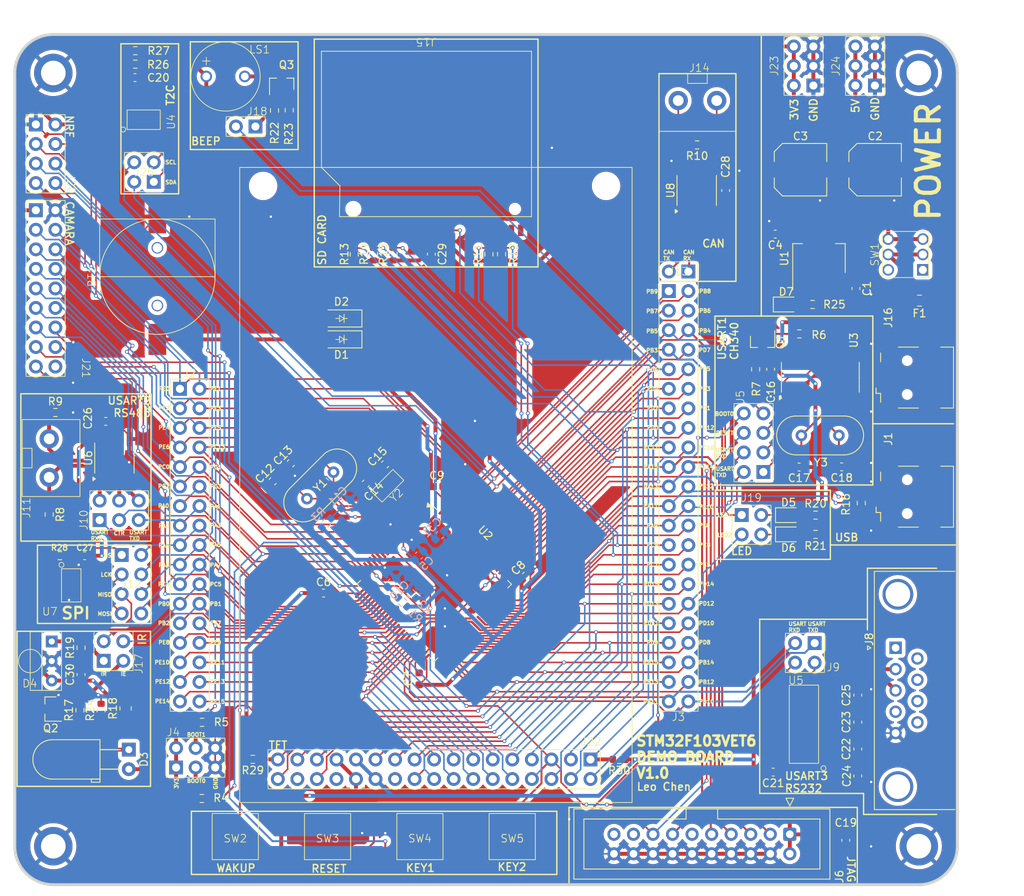
<source format=kicad_pcb>
(kicad_pcb (version 20240108) (generator "pcbnew") (generator_version "8.0")
  (layers (0 "F.Cu" signal) (31 "B.Cu" signal) (34 "B.Paste" user) (35 "F.Paste" user) (36 "B.SilkS" user "B.Silkscreen") (37 "F.SilkS" user "F.Silkscreen") (38 "B.Mask" user) (39 "F.Mask" user) (44 "Edge.Cuts" user))
  (net 0 "")
  (net 1 "Net-(BT1-+)")
  (net 2 "+3.3V")
  (net 3 "/V3.3V")
  (net 4 "/RESET")
  (net 5 "Net-(U2-RCC_OSC_OUT)")
  (net 6 "Net-(U2-RCC_OSC_IN)")
  (net 7 "Net-(U2-PC15)")
  (net 8 "Net-(U2-PC14)")
  (net 9 "Net-(U3-XI)")
  (net 10 "Net-(U3-XO)")
  (net 11 "Net-(U5-C1+)")
  (net 12 "Net-(U5-C1-)")
  (net 13 "Net-(U5-C2-)")
  (net 14 "Net-(U5-C2+)")
  (net 15 "/V+")
  (net 16 "/V-")
  (net 17 "Net-(D1-K)")
  (net 18 "Net-(D3-K)")
  (net 19 "Net-(D3-A)")
  (net 20 "/IR")
  (net 21 "Net-(D5-K)")
  (net 22 "Net-(D5-A)")
  (net 23 "Net-(D6-K)")
  (net 24 "Net-(D6-A)")
  (net 25 "Net-(D7-A)")
  (net 27 "/PA11")
  (net 28 "/PA12")
  (net 29 "/OV_PC4")
  (net 30 "/PA5")
  (net 31 "/LCD_DB10")
  (net 32 "/OV_PE3")
  (net 33 "/PB2")
  (net 34 "/PB0")
  (net 35 "/LCD_DB4")
  (net 36 "/OV_PE6")
  (net 37 "/LCD_DB12")
  (net 38 "/PA0")
  (net 39 "/PA2")
  (net 40 "/OV_PC5")
  (net 41 "/PA4")
  (net 42 "/KEY1")
  (net 43 "/PB1")
  (net 44 "/PA1")
  (net 45 "/LCD_DB5")
  (net 46 "/LCD_DB7")
  (net 47 "/LCD_DB11")
  (net 48 "/PA6")
  (net 49 "/PA3")
  (net 50 "/LCD_DB9")
  (net 51 "/LCD_DB6")
  (net 52 "/NRF_CE")
  (net 53 "/PA7")
  (net 54 "/OV_PE4")
  (net 55 "/LCD_DB8")
  (net 56 "/NRF_IRQ")
  (net 57 "/OV_PC3")
  (net 58 "/OV_PE5")
  (net 59 "/OV_PC0")
  (net 60 "/OV_PC2")
  (net 61 "/NRF_CSN")
  (net 62 "/OV_PC1")
  (net 63 "/LCD_DB13")
  (net 64 "/LCD_TCS")
  (net 65 "/LCD_DB14")
  (net 66 "/LCD_DB3")
  (net 67 "/PC10")
  (net 68 "/LCD_RS")
  (net 69 "/PC9")
  (net 70 "/LCD_CLK")
  (net 71 "/I2C1_SDA")
  (net 72 "/LCD_WR")
  (net 73 "/OV_PC6")
  (net 74 "/LED1")
  (net 75 "/LCD_DB2")
  (net 76 "/LED2")
  (net 77 "/OV_PC7")
  (net 78 "/BEEP")
  (net 79 "/PD2")
  (net 80 "/PA9")
  (net 81 "/LCD_DB1")
  (net 82 "/JTDI")
  (net 83 "/CAN_TX")
  (net 84 "/PC11")
  (net 85 "/JTCK_SWCLK")
  (net 86 "/JTDO")
  (net 87 "/LCD_MOSI")
  (net 88 "/LCD_DB15")
  (net 89 "/LCD_DB0")
  (net 90 "/PA10")
  (net 91 "/LCD_MISO")
  (net 92 "/PB11")
  (net 93 "/KEY2")
  (net 94 "/PB10")
  (net 95 "/LCD_BL")
  (net 96 "/LCD_PEN")
  (net 97 "/I2C1_SCL")
  (net 98 "/NJTRST")
  (net 99 "/PC8")
  (net 100 "/PC12")
  (net 101 "/LCD_CS")
  (net 102 "/JTMS_SWDIO")
  (net 103 "/CAN_RX")
  (net 104 "/LCD_RD")
  (net 105 "Net-(J4-Pin_4)")
  (net 106 "Net-(J4-Pin_3)")
  (net 107 "/CH340_TXD")
  (net 108 "/CH340_RXD")
  (net 109 "/BOOT0")
  (net 110 "/BOOT0_CTR")
  (net 111 "/CH340_DTR")
  (net 118 "Net-(U5-T2OUT)")
  (net 119 "Net-(U5-R2IN)")
  (net 123 "Net-(J9-Pin_4)")
  (net 124 "Net-(J9-Pin_2)")
  (net 125 "Net-(J10-Pin_4)")
  (net 126 "Net-(J10-Pin_2)")
  (net 127 "Net-(J10-Pin_6)")
  (net 128 "Net-(J11-Pin_2)")
  (net 129 "Net-(J11-Pin_1)")
  (net 130 "/FLASH_LCK")
  (net 131 "/FLASH_CS")
  (net 132 "/FLASH_MISO")
  (net 133 "/FLASH_MOSI")
  (net 134 "Net-(J13-Pin_2)")
  (net 135 "Net-(J13-Pin_1)")
  (net 136 "Net-(J14-Pin_2)")
  (net 137 "Net-(J14-Pin_1)")
  (net 138 "Net-(J16-D-)")
  (net 140 "Net-(J16-D+)")
  (net 141 "/IE")
  (net 142 "Net-(J18-Pin_1)")
  (net 147 "Net-(Q3-C)")
  (net 148 "Net-(Q1-B)")
  (net 149 "Net-(Q2-B)")
  (net 150 "Net-(Q3-B)")
  (net 151 "Net-(U3-~{RTS})")
  (net 165 "Net-(U1-VI)")
  (net 166 "Net-(F1-Pad2)")
  (net 167 "Net-(J25-Pin_1)")
  (net 168 "Net-(J25-Pin_3)")
  (net 169 "GND")
  (net 170 "+5V")
  (footprint "HKUST_RT_RCL:C_0603_1608Metric" (layer "F.Cu") (at 34.105 122.69 90)
    (property "Reference" "C30")
    (property "Value" "0.1uF")
  )
  (footprint "HKUST_RT_IC:SOT-223" (layer "F.Cu") (at 130.019 68.591 90)
    (property "Reference" "U1")
    (property "Value" "LM1117-3.3V")
  )
  (footprint "STM32_learning_footprint_lib:D_MiniMELF" (layer "F.Cu") (at 67.95 79.125 180)
    (property "Reference" "D1")
    (property "Value" "1N4001")
  )
  (footprint "HKUST_RT_BJT:SOT-23" (layer "F.Cu") (at 30.165 127.175 180)
    (property "Reference" "Q2")
    (property "Value" "Q_NPN_BEC")
  )
  (footprint "HKUST_RT_BJT:SOT-23" (layer "F.Cu") (at 122.689 79.411 -90)
    (property "Reference" "Q1")
    (property "Value" "Q_NPN_BEC")
  )
  (footprint "HKUST_RT_RCL:C_0603_1608Metric" (layer "F.Cu") (at 37.3175 89.7875)
    (property "Reference" "C26")
    (property "Value" "0.1uF")
  )
  (footprint "STM32_learning_footprint_lib:SKUMRB2801" (layer "F.Cu") (at 80 135)
    (property "Reference" "J22")
    (property "Value" "Conn_02x17_Odd_Even")
  )
  (footprint "HKUST_RT_RCL:C_0603_1608Metric" (layer "F.Cu") (at 135.065875 132.371625 -90)
    (property "Reference" "C22")
    (property "Value" "0.1uF")
  )
  (footprint "HKUST_RT_RCL:R_0603_1608Metric" (layer "F.Cu") (at 34.105 119.2 90)
    (property "Reference" "R19")
    (property "Value" "10k")
  )
  (footprint "STM32_learning_footprint_lib:SOIC-16" (layer "F.Cu") (at 128.065875 129.145375 180)
    (property "Reference" "U5")
    (property "Value" "~")
  )
  (footprint "STM32_learning_footprint_lib:Conn1x02P" (layer "F.Cu") (at 55.5025 51.46 180)
    (property "Reference" "J18")
    (property "Value" "Conn_01x02")
  )
  (footprint "STM32_learning_footprint_lib:SOIC-8" (layer "F.Cu") (at 32.8295 111.099)
    (property "Reference" "U7")
    (property "Value" "~")
  )
  (footprint "HKUST_RT_RCL:C_0603_1608Metric" (layer "F.Cu") (at 127.439 95.721 180)
    (property "Reference" "C17")
    (property "Value" "22pF")
  )
  (footprint "HKUST_RT_RCL:R_0603_1608Metric" (layer "F.Cu") (at 41.1595 43.3545 180)
    (property "Reference" "R26")
    (property "Value" "4.7k")
  )
  (footprint "HKUST_RT_RCL:R_0603_1608Metric" (layer "F.Cu") (at 61.1625 49.33 90)
    (property "Reference" "R23")
    (property "Value" "10k")
  )
  (footprint "HKUST_RT_RCL:R_0603_1608Metric" (layer "F.Cu") (at 30.775 88.625 180)
    (property "Reference" "R9")
    (property "Value" "1k")
  )
  (footprint "STM32_learning_footprint_lib:SMD-3215-2P" (layer "F.Cu") (at 73.935875 98.154125 -135)
    (property "Reference" "Y2")
    (property "Value" "32.768k")
  )
  (footprint "HKUST_RT_RCL:R_0603_1608Metric" (layer "F.Cu") (at 29.965 101.89 -90)
    (property "Reference" "R8")
    (property "Value" "1k")
  )
  (footprint "STM32_learning_footprint_lib:Conn2x03P" (layer "F.Cu") (at 49 133.5)
    (property "Reference" "J4")
    (property "Value" "Conn_02x03_Odd_Even")
  )
  (footprint "HKUST_RT_RCL:R_0603_1608Metric" (layer "F.Cu") (at 129.194 74.591 180)
    (property "Reference" "R25")
    (property "Value" "2k")
  )
  (footprint "Connector_IDC:IDC-Header_2x10_P2.54mm_Vertical" (layer "F.Cu") (at 126.23 143.4475 -90)
    (property "Reference" "J6")
    (property "Value" "IDC-Header_2x10")
  )
  (footprint "STM32_learning_footprint_lib:Conn2x03P" (layer "F.Cu") (at 128.019 43.591 90)
    (property "Reference" "J23")
    (property "Value" "Conn_02x03_Odd_Even")
  )
  (footprint "HKUST_RT_RCL:C_0603_1608Metric" (layer "F.Cu") (at 59.016278 97.583723 45)
    (property "Reference" "C12")
    (property "Value" "22pF")
  )
  (footprint "HKUST_RT_RCL:R_0603_1608Metric" (layer "F.Cu") (at 121.789 83.011 -90)
    (property "Reference" "R7")
    (property "Value" "10k")
  )
  (footprint "HKUST_RT_RCL:R_0603_1608Metric" (layer "F.Cu") (at 129.574 101.971 180)
    (property "Reference" "R20")
    (property "Value" "2k")
  )
  (footprint "HKUST_RT_RCL:C_0603_1608Metric" (layer "F.Cu") (at 91.95 109.85 45)
    (property "Reference" "C8")
    (property "Value" "0.1uF")
  )
  (footprint "STM32_learning_footprint_lib:Beeper9mm" (layer "F.Cu") (at 52.8875 44.95)
    (property "Reference" "LS1")
    (property "Value" "Speaker")
  )
  (footprint "HKUST_RT_RCL:C_0603_1608Metric" (layer "F.Cu") (at 124.065875 135.371625 180)
    (property "Reference" "C21")
    (property "Value" "0.1uF")
  )
  (footprint "HKUST_RT_RCL:R_0603_1608Metric" (layer "F.Cu") (at 49.83 128.9)
    (property "Reference" "R5")
    (property "Value" "10k")
  )
  (footprint "STM32_learning_footprint_lib:Conn2x04P" (layer "F.Cu") (at 40.6595 110.949 -90)
    (property "Reference" "J12")
    (property "Value" "Conn_02x04_Odd_Even")
  )
  (footprint "HKUST_RT_RCL:R_0603_1608Metric" (layer "F.Cu") (at 69.615 68.08 90)
    (property "Reference" "R13")
    (property "Value" "10k")
  )
  (footprint "HKUST_RT_RCL:R_0603_1608Metric" (layer "F.Cu") (at 41.1595 41.6045 180)
    (property "Reference" "R27")
    (property "Value" "4.7k")
  )
  (footprint "LED_THT:LED_D5.0mm_Horizontal_O3.81mm_Z15.0mm" (layer "F.Cu") (at 40.315 132.45 -90)
    (property "Reference" "D3")
    (property "Value" "LED")
  )
  (footprint "STM32_learning_footprint_lib:Conn2x02P" (layer "F.Cu") (at 121.249 103.221 -90)
    (property "Reference" "J19")
    (property "Value" "Conn_02x02_Odd_Even")
  )
  (footprint "HKUST_RT_RCL:C_0603_1608Metric" (layer "F.Cu") (at 34.5745 107.249 180)
    (property "Reference" "C27")
    (property "Value" "0.1uF")
  )
  (footprint "Package_SO:SOIC-8_3.9x4.9mm_P1.27mm" (layer "F.Cu") (at 114.125 59.77 90)
    (property "Reference" "U8")
    (property "Value" "SN65HVD230")
  )
  (footprint "HKUST_RT_RCL:R_0603_1608Metric" (layer "F.Cu") (at 36.715 127.315 90)
    (property "Reference" "R24")
    (property "Value" "10k")
  )
  (footprint "HKUST_RT_RCL:R_0603_1608Metric" (layer "F.Cu") (at 56.43 133.71 180)
    (property "Reference" "R29")
    (property "Value" "10k")
  )
  (footprint "STM32_learning_footprint_lib:Conn2x04P" (layer "F.Cu") (at 29.5 55 -90)
    (property "Reference" "J20")
    (property "Value" "Conn_02x04_Odd_Even")
  )
  (footprint "STM32_learning_footprint_lib:Conn1x02P" (layer "F.Cu") (at 111.77 70.31 180)
    (property "Reference" "J13")
    (property "Value" "Conn_01x02")
  )
  (footprint "Fuse:Fuse_0805_2012Metric" (layer "F.Cu") (at 143.0815 74.091 180)
    (property "Reference" "F1")
    (property "Value" "0.5A")
  )
  (footprint "Crystal:Crystal_HC49-U_Vertical" (layer "F.Cu") (at 132.609 91.611 180)
    (property "Reference" "Y3")
    (property "Value" "12M")
  )
  (footprint "HKUST_RT_RCL:C_0603_1608Metric" (layer "F.Cu") (at 65.625 112.1)
    (property "Reference" "C6")
    (property "Value" "0.1uF")
  )
  (footprint "Package_QFP:LQFP-100_14x14mm_P0.5mm" (layer "F.Cu") (at 80 110.95 -45)
    (property "Reference" "U2")
    (property "Value" "STM32F103VETx")
  )
  (footprint "HKUST_RT_RCL:C_0603_1608Metric" (layer "F.Cu") (at 124.344 65.441 180)
    (property "Reference" "C4")
    (property "Value" "0.1uF")
  )
  (footprint "STM32_learning_footprint_lib:TK-6580-1" (layer "F.Cu") (at 141.269 68.091 90)
    (property "Reference" "SW1")
    (property "Value" "~")
  )
  (footprint "Connector_Dsub:DSUB-9_Female_Horizontal_P2.77x2.84mm_EdgePinOffset4.94mm_Housed_MountingHolesOffset7.48mm" (layer "F.Cu") (at 139.975875 119.216625 90)
    (property "Reference" "J8")
    (property "Value" "DE9_Plug")
  )
  (footprint "STM32_learning_footprint_lib:CR1220-2" (layer "F.Cu") (at 44.025 70.975 90)
    (property "Reference" "BT1")
    (property "Value" "Battery")
  )
  (footprint "Crystal:Crystal_HC49-U_Vertical" (layer "F.Cu") (at 63.467589 99.832412 45)
    (property "Reference" "Y1")
    (property "Value" "Crystal_Small")
  )
  (footprint "STM32_learning_footprint_lib:Conn2x09P" (layer "F.Cu") (at 29.5 72.5 -90)
    (property "Reference" "J21")
    (property "Value" "Conn_02x09_Odd_Even")
  )
  (footprint "STM32_learning_footprint_lib:SD-102" (layer "F.Cu") (at 92.65 41.675 180)
    (property "Reference" "J15")
    (property "Value" "SD_Card_Device")
  )
  (footprint "Package_SO:SOIC-16_3.9x9.9mm_P1.27mm" (layer "F.Cu") (at 130.194 84.056 90)
    (property "Reference" "U3")
    (property "Value" "CH340G")
  )
  (footprint "HKUST_RT_RCL:R_0603_1608Metric" (layer "F.Cu") (at 74.655 68.04 90)
    (property "Reference" "R15")
    (property "Value" "10k")
  )
  (footprint "" (layer "F.Cu") (at 143 145)
    (property "Reference" "")
    (property "Value" "")
  )
  (footprint "HKUST_RT_RCL:R_0603_1608Metric" (layer "F.Cu") (at 114.175 53.85 180)
    (property "Reference" "R10")
    (property "Value" "120")
  )
  (footprint "HKUST_RT_RCL:R_0603_1608Metric" (layer "F.Cu") (at 31.3495 107.24 180)
    (property "Reference" "R28")
    (property "Value" "10k")
  )
  (footprint "HKUST_RT_BJT:LED_0805_2012Metric" (layer "F.Cu") (at 126.0615 104.471)
    (property "Reference" "D6")
    (property "Value" "LED")
  )
  (footprint "Capacitor_SMD:C_Elec_6.3x5.4" (layer "F.Cu") (at 137.319 57.071)
    (property "Reference" "C2")
    (property "Value" "220uF/10V")
  )
  (footprint "HKUST_RT_BJT:SOT-23" (layer "F.Cu") (at 60.1825 45.93 90)
    (property "Reference" "Q3")
    (property "Value" "Q_NPN_BEC")
  )
  (footprint "STM32_learning_footprint_lib:KEY6x6" (layer "F.Cu") (at 66.15 143.75)
    (property "Reference" "SW3")
    (property "Value" "RESET")
  )
  (footprint "HKUST_RT_RCL:R_0805_2012Metric" (layer "F.Cu") (at 39.895 127.085 90)
    (property "Reference" "R18")
    (property "Value" "62" (hide yes))
  )
  (footprint "HKUST_RT_RCL:C_0603_1608Metric" (layer "F.Cu") (at 79.635 68.045 -90)
    (property "Reference" "C29")
    (property "Value" "0.1uF")
  )
  (footprint "STM32_learning_footprint_lib:IRM-3638T" (layer "F.Cu") (at 30.295 120.935 -90)
    (property "Reference" "D4")
    (property "Value" "~")
  )
  (footprint "HKUST_RT_RCL:C_0603_1608Metric" (layer "F.Cu") (at 80.35 98.25)
    (property "Reference" "C9")
    (property "Value" "0.1uF")
  )
  (footprint "Connector_USB:USB_Mini-B_Wuerth_65100516121_Horizontal" (layer "F.Cu") (at 141.494 99.571 90)
    (property "Reference" "J1")
    (property "Value" "USB_B_Mini")
  )
  (footprint "HKUST_RT_RCL:C_0603_1608Metric" (layer "F.Cu") (at 133.5 144.2425 -90)
    (property "Reference" "C19")
    (property "Value" "0.1uF")
  )
  (footprint "HKUST_RT_RCL:R_0603_1608Metric" (layer "F.Cu") (at 87.125 68.07 90)
    (property "Reference" "R11")
    (property "Value" "10k")
  )
  (footprint "STM32_learning_footprint_lib:Conn2x03P" (layer "F.Cu") (at 39.0625 101.3475)
    (property "Reference" "J10")
    (property "Value" "Conn_02x03_Odd_Even")
  )
  (footprint "HKUST_RT_RCL:R_0603_1608Metric" (layer "F.Cu") (at 59.2525 49.37 90)
    (property "Reference" "R22")
    (property "Value" "4.7k")
  )
  (footprint "STM32_learning_footprint_lib:Conn2x04P" (layer "F.Cu") (at 121.519 92.551 90)
    (property "Reference" "J5")
    (property "Value" "Conn_02x04_Odd_Even")
  )
  (footprint "HKUST_RT_RCL:C_0603_1608Metric" (layer "F.Cu") (at 71.128249 97.871751 -135)
    (property "Reference" "C14")
    (property "Value" "15pF")
  )
  (footprint "HKUST_RT_RCL:R_0603_1608Metric" (layer "F.Cu") (at 88.765 68.05 90)
    (property "Reference" "R12")
    (property "Value" "10k")
  )
  (footprint "STM32_learning_footprint_lib:WJ301V-5.0-2P" (layer "F.Cu") (at 114.225 48.0826)
    (property "Reference" "J14")
    (property "Value" "WJ301V-5.0-2P")
  )
  (footprint "STM32_learning_footprint_lib:WJ301V-5.0-2P" (layer "F.Cu") (at 29.965 94.55 90)
    (property "Reference" "J11")
    (property "Value" "WJ301V-5.0-2P")
  )
  (footprint "HKUST_RT_RCL:C_0603_1608Metric" (layer "F.Cu") (at 117.885 59.77 90)
    (property "Reference" "C28")
    (property "Value" "0.1uF")
  )
  (footprint "HKUST_RT_RCL:R_0603_1608Metric" (layer "F.Cu") (at 33.965 127.325 90)
    (property "Reference" "R17")
    (property "Value" "4.7k")
  )
  (footprint "STM32_learning_footprint_lib:Conn2x22P" (layer "F.Cu") (at 111.77 99.52 -90)
    (property "Reference" "J3")
    (property "Value" "Conn_02x22_Odd_Even")
  )
  (footprint "STM32_learning_footprint_lib:KEY6x6" (layer "F.Cu") (at 90.15 143.75)
    (property "Reference" "SW5")
    (property "Value" "KEY2")
  )
  (footprint "STM32_learning_footprint_lib:Conn2x17P" (layer "F.Cu") (at 48.23 105.87 -90)
    (property "Reference" "J2")
    (property "Value" "Conn_02x17_Odd_Even")
  )
  (footprint "" (layer "F.Cu") (at 30.5 145)
    (property "Reference" "")
    (property "Value" "")
  )
  (footprint "STM32_learning_footprint_lib:KEY6x6" (layer "F.Cu") (at 78.15 143.75)
    (property "Reference" "SW4")
    (property "Value" "KEY1")
  )
  (footprint "HKUST_RT_BJT:LED_0805_2012Metric" (layer "F.Cu") (at 125.769 74.591)
    (property "Reference" "D7")
    (property "Value" "LED")
  )
  (footprint "HKUST_RT_RCL:C_0603_1608Metric" (layer "F.Cu") (at 41.1245 45.1045)
    (property "Reference" "C20")
    (property "Value" "0.1uF")
  )
  (footprint "Connector_USB:USB_Mini-B_Wuerth_65100516121_Horizontal" (layer "F.Cu") (at 141.494 84.091 90)
    (property "Reference" "J16")
    (property "Value" "USB_B_Mini")
  )
  (footprint "HKUST_RT_RCL:R_0603_1608Metric" (layer "F.Cu") (at 135.519 100.396 90)
    (property "Reference" "R16")
    (property "Value" "1.5k")
  )
  (footprint "STM32_learning_footprint_lib:Conn2x02P" (layer "F.Cu") (at 38.325 119.635)
    (property "Reference" "J17")
    (property "Value" "Conn_02x02_Odd_Even")
  )
  (footprint "STM32_learning_footprint_lib:Conn2x03P" (layer "F.Cu") (at 136.019 43.591 90)
    (property "Reference" "J24")
    (property "Value" "Conn_02x03_Odd_Even")
  )
  (footprint "STM32_learning_footprint_lib:3.2mm_GND_hole" (layer "F.Cu") (at 30.5 44.5)
    (property "Reference" "REF**" (hide yes))
    (property "Value" "3.2mm_GND_hole")
  )
  (footprint "Capacitor_SMD:C_Elec_6.3x5.4" (layer "F.Cu") (at 127.619 57.071)
    (property "Reference" "C3")
    (property "Value" "220uF/10V")
  )
  (footprint "HKUST_RT_RCL:C_0603_1608Metric" (layer "F.Cu") (at 132.969 95.691 180)
    (property "Reference" "C18")
    (property "Value" "22pF")
  )
  (footprint "STM32_learning_footprint_lib:Conn2x02P" (layer "F.Cu") (at 42.2895 57.3745 90)
    (property "Reference" "J25")
    (property "Value" "Conn_02x02_Odd_Even")
  )
  (footprint "STM32_learning_footprint_lib:SOIC-8" (layer "F.Cu") (at 42.2495 50.5735 90)
    (property "Reference" "U4")
    (property "Value" "~")
  )
  (footprint "HKUST_RT_RCL:R_0603_1608Metric" (layer "F.Cu") (at 104.07 133.72 180)
    (property "Reference" "R30")
    (property "Value" "10k")
  )
  (footprint "HKUST_RT_RCL:R_0603_1608Metric" (layer "F.Cu") (at 129.574 104.471 180)
    (property "Reference" "R21")
    (property "Value" "2k")
  )
  (footprint "STM32_learning_footprint_lib:D_MiniMELF" (layer "F.Cu") (at 67.95 76.405 180)
    (property "Reference" "D2")
    (property "Value" "1N4001")
  )
  (footprint "STM32_learning_footprint_lib:KEY6x6" (layer "F.Cu") (at 54.15 143.75)
    (property "Reference" "SW2")
    (property "Value" "WAKUP")
  )
  (footprint "Package_SO:SOIC-8_3.9x4.9mm_P1.27mm" (layer "F.Cu") (at 38.4425 94.5575 90)
    (property "Reference" "U6")
    (property "Value" "SP3485CN")
  )
  (footprint "HKUST_RT_RCL:C_0603_1608Metric" (layer "F.Cu") (at 73.628249 95.371751 45)
    (property "Reference" "C15")
    (property "Value" "15pF")
  )
  (footprint "HKUST_RT_RCL:R_0603_1608Metric" (layer "F.Cu") (at 72.115 68.04 90)
    (property "Reference" "R14")
    (property "Value" "10k")
  )
  (footprint "HKUST_RT_RCL:C_0603_1608Metric" (layer "F.Cu") (at 61.366278 95.233723 45)
    (property "Reference" "C13")
    (property "Value" "22pF")
  )
  (footprint "HKUST_RT_BJT:LED_0805_2012Metric" (layer "F.Cu") (at 126.0615 101.971)
    (property "Reference" "D5")
    (property "Value" "LED")
  )
  (footprint "HKUST_RT_RCL:C_0603_1608Metric" (layer "F.Cu") (at 134.819 72.516 -90)
    (property "Reference" "C1")
    (property "Value" "0.1uF")
  )
  (footprint "HKUST_RT_RCL:R_0603_1608Metric" (layer "F.Cu") (at 127.474 78.411 180)
    (property "Reference" "R6")
    (property "Value" "4.7k")
  )
  (footprint "HKUST_RT_RCL:C_0603_1608Metric" (layer "F.Cu") (at 135.065875 125.371625 -90)
    (property "Reference" "C25")
    (property "Value" "0.1uF")
  )
  (footprint "HKUST_RT_RCL:C_0603_1608Metric" (layer "F.Cu") (at 135.065875 128.871625 -90)
    (property "Reference" "C23")
    (property "Value" "0.1uF")
  )
  (footprint "HKUST_RT_RCL:C_0603_1608Metric" (layer "F.Cu") (at 123.739 83.006 -90)
    (property "Reference" "C16")
    (property "Value" "0.1uF")
  )
  (footprint "STM32_learning_footprint_lib:Conn2x02P" (layer "F.Cu") (at 128.190875 119.871625 180)
    (property "Reference" "J9")
    (property "Value" "Conn_02x02_Odd_Even")
  )
  (footprint "HKUST_RT_RCL:R_0603_1608Metric" (layer "F.Cu") (at 49.8 138.8 180)
    (property "Reference" "R4")
    (property "Value" "10k")
  )
  (footprint "HKUST_RT_RCL:C_0603_1608Metric" (layer "F.Cu") (at 135.065875 135.871625 90)
    (property "Reference" "C24")
    (property "Value" "0.1uF")
  )
  (footprint "STM32_learning_footprint_lib:3.2mm_GND_hole" (layer "F.Cu") (at 143 44.5)
    (property "Reference" "REF**" (hide yes))
    (property "Value" "3.2mm_GND_hole")
  )
  (footprint "HKUST_RT_RCL:C_0603_1608Metric" (layer "F.Cu") (at 78.05 123.25 90)
    (property "Reference" "C7")
    (property "Value" "0.1uF")
  )
  (footprint "HKUST_RT_RCL:C_0603_1608Metric" (layer "B.Cu") (at 68.471751 100.528249 -135)
    (property "Reference" "C11")
    (property "Value" "0.1uF")
  )
  (footprint "HKUST_RT_RCL:R_0603_1608Metric" (layer "B.Cu") (at 75.9 113.275 135)
    (property "Reference" "R1")
    (property "Value" "0")
  )
  (footprint "HKUST_RT_RCL:R_0603_1608Metric" (layer "B.Cu") (at 65.971751 102.978249 45)
    (property "Reference" "R3")
    (property "Value" "100k")
  )
  (footprint "HKUST_RT_RCL:C_0603_1608Metric" (layer "B.Cu") (at 78.028249 107.221751 45)
    (property "Reference" "C5")
    (property "Value" "0.1uF")
  )
  (footprint "HKUST_RT_RCL:C_0603_1608Metric" (layer "B.Cu") (at 74.5 110.75 45)
    (property "Reference" "C10")
    (property "Value" "0.1uF")
  )
  (footprint "HKUST_RT_RCL:C_0603_1608Metric" (layer "B.Cu") (at 80.721751 104.578249 -135)
    (property "Reference" "C31")
    (property "Value" "0.1uF")
  )
  (footprint "HKUST_RT_RCL:R_0603_1608Metric" (layer "B.Cu") (at 77.025 112.175 135)
    (property "Reference" "R2")
    (property "Value" "0")
  )
  (gr_line (start 122.519 76.091) (end 116.5 76.1) (stroke (width 0.1778)) (layer "F.SilkS"))
  (gr_line (start 137.019 90.091) (end 147.519 90.091) (stroke (width 0.1778)) (layer "F.SilkS"))
  (gr_line (start 145.315875 108.871625) (end 136.315875 108.871625) (stroke (width 0.1778)) (layer "F.SilkS"))
  (gr_rect (start 48.3125 40.45) (end 62.3125 54.45) (stroke (width 0.1778)) (fill none) (layer "F.SilkS"))
  (gr_rect (start 48.45 140.46) (end 95.95 148.67) (stroke (width 0.1778)) (fill none) (layer "F.SilkS"))
  (gr_rect (start 25.795 117.065) (end 43.135 137.225) (stroke (width 0.1778)) (fill none) (layer "F.SilkS"))
  (gr_line (start 137.019 98.051) (end 116.5 98.05) (stroke (width 0.1778)) (layer "F.SilkS"))
  (gr_line (start 122.519 76.091) (end 137.019 76.091) (stroke (width 0.1778)) (layer "F.SilkS"))
  (gr_line (start 137.019 90.091) (end 137.019 98.051) (stroke (width 0.1778)) (layer "F.SilkS"))
  (gr_rect (start 26.285 86.195) (end 43.195 105.345) (stroke (width 0.1778)) (fill none) (layer "F.SilkS"))
  (gr_rect (start 97.53 139.9575) (end 135 149.9475) (stroke (width 0.1778)) (fill none) (layer "F.SilkS"))
  (gr_line (start 122.315875 115.5) (end 122.315875 138.141625) (stroke (width 0.1778)) (layer "F.SilkS"))
  (gr_line (start 116.5 98.05) (end 116.5 76.1) (stroke (width 0.1778)) (layer "F.SilkS"))
  (gr_rect (start 109.225 44.5826) (end 119.225 71.5826) (stroke (width 0.1778)) (fill none) (layer "F.SilkS"))
  (gr_line (start 131.55 105.85) (end 148.05 105.85) (stroke (width 0.1778)) (layer "F.SilkS"))
  (gr_line (start 136.315875 115.5) (end 122.315875 115.5) (stroke (width 0.1778)) (layer "F.SilkS"))
  (gr_line (start 137.019 76.091) (end 137.019 90.091) (stroke (width 0.1778)) (layer "F.SilkS"))
  (gr_line (start 135.815875 138.141625) (end 122.315875 138.141625) (stroke (width 0.1778)) (layer "F.SilkS"))
  (gr_line (start 136.315875 108.871625) (end 136.315875 116.871625) (stroke (width 0.1778)) (layer "F.SilkS"))
  (gr_rect (start 64.415 40.1) (end 93.5 69.71) (stroke (width 0.1778)) (fill none) (layer "F.SilkS"))
  (gr_line (start 122.519 76.091) (end 122.519 39.5) (stroke (width 0.1778)) (layer "F.SilkS"))
  (gr_rect (start 28.4395 105.869) (end 43.1995 116.049) (stroke (width 0.1778)) (fill none) (layer "F.SilkS"))
  (gr_rect (start 116.549 98.721) (end 131.499 107.721) (stroke (width 0.1778)) (fill none) (layer "F.SilkS"))
  (gr_line (start 145.315875 140.871625) (end 135.815875 140.871625) (stroke (width 0.1778)) (layer "F.SilkS"))
  (gr_rect (start 39.2895 40.7045) (end 46.7895 60.2045) (stroke (width 0.1778)) (fill none) (layer "F.SilkS"))
  (gr_line (start 135.815875 140.871625) (end 135.815875 138.141625) (stroke (width 0.1778)) (layer "F.SilkS"))
  (gr_line (start 25.5 145) (end 25.5 44.5) (stroke (width 0.381)) (layer "Edge.Cuts"))
  (gr_line (start 30.5 39.5) (end 143 39.5) (stroke (width 0.381)) (layer "Edge.Cuts"))
  (gr_arc (start 143 39.5) (mid 146.535534 40.964466) (end 148 44.5) (stroke (width 0.381)) (layer "Edge.Cuts"))
  (gr_line (start 148 44.5) (end 148 145) (stroke (width 0.381)) (layer "Edge.Cuts"))
  (gr_arc (start 30.5 150) (mid 26.964466 148.535534) (end 25.5 145) (stroke (width 0.381)) (layer "Edge.Cuts"))
  (gr_arc (start 25.5 44.5) (mid 26.964466 40.964466) (end 30.5 39.5) (stroke (width 0.381)) (layer "Edge.Cuts"))
  (gr_line (start 143 150) (end 30.5 150) (stroke (width 0.381)) (layer "Edge.Cuts"))
  (gr_arc (start 148 145) (mid 146.535534 148.535534) (end 143 150) (stroke (width 0.381)) (layer "Edge.Cuts"))
  (gr_text "LED2" (at 116.75 104.85 0) (layer "F.SilkS") (effects (font (size 0.5 0.5) (thickness 0.125) (bold yes)) (justify left bottom)))
  (gr_text "PE4" (at 44.1 90.9 0) (layer "F.SilkS") (effects (font (size 0.5 0.5) (thickness 0.125) (bold yes)) (justify left bottom)))
  (gr_text "PC1" (at 50.8 96.05 0) (layer "F.SilkS") (effects (font (size 0.5 0.5) (thickness 0.125) (bold yes)) (justify left bottom)))
  (gr_text "GND" (at 51.9 137.7 90) (layer "F.SilkS") (effects (font (size 0.5 0.5) (thickness 0.125) (bold yes)) (justify left bottom)))
  (gr_text "PC8" (at 114.35 106.15 0) (layer "F.SilkS") (effects (font (size 0.5 0.5) (thickness 0.125) (bold yes)) (justify left bottom)))
  (gr_text "PD11" (at 107.15 116.3 0) (layer "F.SilkS") (effects (font (size 0.5 0.5) (thickness 0.125) (bold yes)) (justify left bottom)))
  (gr_text "LED1" (at 116.75 102.25 0) (layer "F.SilkS") (effects (font (size 0.5 0.5) (thickness 0.125) (bold yes)) (justify left bottom)))
  (gr_text "USART\nRXD" (at 116.5 94.6 0) (layer "F.SilkS") (effects (font (size 0.5 0.5) (thickness 0.125) (bold yes)) (justify left bottom)))
  (gr_text "PA3" (at 50.8 103.6 0) (layer "F.SilkS") (effects (font (size 0.5 0.5) (thickness 0.125) (bold yes)) (justify left bottom)))
  (gr_text "PD10" (at 114.35 116.3 0) (layer "F.SilkS") (effects (font (size 0.5 0.5) (thickness 0.125) (bold yes)) (justify left bottom)))
  (gr_text "PC12" (at 114.35 90.9 0) (layer "F.SilkS") (effects (font (size 0.5 0.5) (thickness 0.125) (bold yes)) (justify left bottom)))
  (gr_text "CAMARA" (at 32.04 61.07 -90) (layer "F.SilkS") (effects (font (size 0.999998 0.999998) (thickness 0.1778) (bold yes)) (justify left bottom)))
  (gr_text "PE1" (at 50.8 85.85 0) (layer "F.SilkS") (effects (font (size 0.5 0.5) (thickness 0.125) (bold yes)) (justify left bottom)))
  (gr_text "PA2" (at 44.1 103.65 0) (layer "F.SilkS") (effects (font (size 0.5 0.5) (thickness 0.125) (bold yes)) (justify left bottom)))
  (gr_text "PC4" (at 44.05 111.25 0) (layer "F.SilkS") (effects (font (size 0.5 0.5) (thickness 0.125) (bold yes)) (justify left bottom)))
  (gr_text "PE14" (at 43.65 126.45 0) (layer "F.SilkS") (effects (font (size 0.5 0.5) (thickness 0.125) (bold yes)) (justify left bottom)))
  (gr_text "KEY2" (at 88.14 148.28 0) (layer "F.SilkS") (effects (font (size 0.999998 0.999998) (thickness 0.1778) (bold yes)) (justify left bottom)))
  (gr_text "PE12" (at 43.65 123.9 0) (layer "F.SilkS") (effects (font (size 0.5 0.5) (thickness 0.125) (bold yes)) (justify left bottom)))
  (gr_text "PB11" (at 107.1 126.55 0) (layer "F.SilkS") (effects (font (size 0.5 0.5) (thickness 0.125) (bold yes)) (justify left bottom)))
  (gr_text "SD CARD" (at 66.015 69.58 90) (layer "F.SilkS") (effects (font (size 0.999998 0.999998) (thickness 0.1778) (bold yes)) (justify left bottom)))
  (gr_text "NRF" (at 32 49.9 270) (layer "F.SilkS") (effects (font (size 0.999998 0.999998) (thickness 0.1778) (bold yes)) (justify left bottom)))
  (gr_text "PC2" (at 44.05 98.5 0) (layer "F.SilkS") (effects (font (size 0.5 0.5) (thickness 0.125) (bold yes)) (justify left bottom)))
  (gr_text "PA14" (at 114.35 96 0) (layer "F.SilkS") (effects (font (size 0.5 0.5) (thickness 0.125) (bold yes)) (justify left bottom)))
  (gr_text "PB3" (at 107.5 80.85 0) (layer "F.SilkS") (effects (font (size 0.5 0.5) (thickness 0.125) (bold yes)) (justify left bottom)))
  (gr_text "3V3" (at 46.8 137.6 90) (layer "F.SilkS") (effects (font (size 0.5 0.5) (thickness 0.125) (bold yes)) (justify left bottom)))
  (gr_text "STM32F103VET6\nDEMO BOARD\nV1.0" (at 106.1 136.275 0) (layer "F.SilkS") (effects (font (size 1.3 1.3) (thickness 0.325) (bold yes)) (justify left bottom)))
  (gr_text "PC0" (at 44.05 96 0) (layer "F.SilkS") (effects (font (size 0.5 0.5) (thickness 0.125) (bold yes)) (justify left bottom)))
  (gr_text "PE5" (at 50.8 90.9 0) (layer "F.SilkS") (effects (font (size 0.5 0.5) (thickness 0.125) (bold yes)) (justify left bottom)))
  (gr_text "PA4" (at 44.1 106.2 0) (layer "F.SilkS") (effects (font (size 0.5 0.5) (thickness 0.125) (bold yes)) (justify left bottom)))
  (gr_text "PA0" (at 44.05 101.05 0) (layer "F.SilkS") (effects (font (size 0.5 0.5) (thickness 0.125) (bold yes)) (justify left bottom)))
  (gr_text "PD5" (at 114.35 83.25 0) (layer "F.SilkS") (effects (font (size 0.5 0.5) (thickness 0.125) (bold yes)) (justify left bottom)))
  (gr_text "PE11" (at 50.8 121.4 0) (layer "F.SilkS") (effects (font (size 0.5 0.5) (thickness 0.125) (bold yes)) (justify left bottom)))
  (gr_text "PE2" (at 44.1 88.35 0) (layer "F.SilkS") (effects (font (size 0.5 0.5) (thickness 0.125) (bold yes)) (justify left bottom)))
  (gr_text "PD8" (at 114.35 118.8 0) (layer "F.SilkS") (effects (font (size 0.5 0.5) (thickness 0.125) (bold yes)) (justify left bottom)))
  (gr_text "5V" (at 135.35 49.8 90) (layer "F.SilkS") (effects (font (size 0.999998 0.999998) (thickness 0.1778) (bold yes)) (justify left bottom)))
  (gr_text "BOOT1" (at 47.8 130.8 0) (layer "F.SilkS") (effects (font (size 0.5 0.5) (thickness 0.125) (bold yes)) (justify left bottom)))
  (gr_text "SCL" (at 45 56.4 0) (layer "F.SilkS") (effects (font (size 0.5 0.5) (thickness 0.125) (bold yes)) (justify left bottom)))
  (gr_text "PD15" (at 107.15 111.25 0) (layer "F.SilkS") (effects (font (size 0.5 0.5) (thickness 0.125) (bold yes)) (justify left bottom)))
  (gr_text "PB9" (at 107.5 73.2 0) (layer "F.SilkS") (effects (font (size 0.5 0.5) (thickness 0.125) (bold yes)) (justify left bottom)))
  (gr_text "SDA" (at 45 59 0) (layer "F.SilkS") (effects (font (size 0.5 0.5) (thickness 0.125) (bold yes)) (justify left bottom)))
  (gr_text "Leo Chen" (at 106.25 137.85 0) (layer "F.SilkS") (effects (font (size 0.999998 0.999998) (thickness 0.1778) (bold yes)) (justify left bottom)))
  (gr_text "IR" (at 36.6 122.9 0) (layer "F.SilkS") (effects (font (size 0.5 0.5) (thickness 0.125) (bold yes)) (justify left bottom)))
  (gr_text "USART\nRXD" (at 35.3 105.3 0) (layer "F.SilkS") (effects (font (size 0.5 0.5) (thickness 0.125) (bold yes)) (justify left bottom)))
  (gr_text "PD3" (at 114.35 85.85 0) (layer "F.SilkS") (effects (font (size 0.5 0.5) (thickness 0.125) (bold yes)) (justify left bottom)))
  (gr_text "IE" (at 39.2 122.9 0) (layer "F.SilkS") (effects (font (size 0.5 0.5) (thickness 0.125) (bold yes)) (justify left bottom)))
  (gr_text "PA13" (at 107.15 98.6 0) (layer "F.SilkS") (effects (font (size 0.5 0.5) (thickness 0.125) (bold yes)) (justify left bottom)))
  (gr_text "PD12" (at 114.35 113.75 0) (layer "F.SilkS") (effects (font (size 0.5 0.5) (thickness 0.125) (bold yes)) (justify left bottom)))
  (gr_text "BEEP" (at 48.3125 53.95 0) (layer "F.SilkS") (effects (font (size 0.999998 0.999998) (thickness 0.1778) (bold yes)) (justify left bottom)))
  (gr_text "CTR" (at 38.3 104.6 0) (layer "F.SilkS") (effects (font (size 0.5 0.5) (thickness 0.125) (bold yes)) (justify left bottom)))
  (gr_text "PE9" (at 50.8 118.85 0) (layer "F.SilkS") (effects (font (size 0.5 0.5) (thickness 0.125) (bold yes)) (justify left bottom)))
  (gr_text "PA6" (at 44.1 108.75 0) (layer "F.SilkS") (effects (font (size 0.5 0.5) (thickness 0.125) (bold yes)) (justify left bottom)))
  (gr_text "PC6" (at 114.35 108.7 0) (layer "F.SilkS") (effects (font (size 0.5 0.5) (thickness 0.125) (bold yes)) (justify left bottom)))
  (gr_text "MISO" (at 36.2 112.6 0) (layer "F.SilkS") (effects (font (size 0.5 0.5) (thickness 0.125) (bold yes)) (justify left bottom)))
  (gr_text "LED" (at 118.499 107.221 0) (layer "F.SilkS") (effects (font (size 0.999998 0.999998) (thickness 0.1778) (bold yes)) (justify left bottom)))
  (gr_text "PE3" (at 50.8 88.4 0) (layer "F.SilkS") (effects (font (size 0.5 0.5) (thickness 0.125) (bold yes)) (justify left bottom)))
  (gr_text "PB0" (at 44.05 113.8 0) (layer "F.SilkS") (effects (font (size 0.5 0.5) (thickness 0.125) (bold yes)) (justify left bottom)))
  (gr_text "JTAG" (at 133.59 146.1875 -90) (layer "F.SilkS") (effects (font (size 0.999998 0.999998) (thickness 0.1778) (bold yes)) (justify left bottom)))
  (gr_text "PE10" (at 43.6 121.4 0) (layer "F.SilkS") (effects (font (size 0.5 0.5) (thickness 0.125) (bold yes)) (justify left bottom)))
  (gr_text "USART2\n RS485" (at 37.45808 89.2775 0) (layer "F.SilkS") (effects (font (size 0.999998 0.999998) (thickness 0.1778) (bold yes)) (justify left bottom)))
  (gr_text "PD1" (at 114.35 88.35 0) (layer "F.SilkS") (effects (font (size 0.5 0.5) (thickness 0.125) (bold yes)) (justify left bottom)))
  (gr_text "CAN\nTX" (at 109.7 68.9 0) (layer "F.SilkS") (effects (font (size 0.5 0.5) (thickness 0.125) (bold yes)) (justify left bottom)))
  (gr_text "USART\nRXD" (at 126 117.2 0) (layer "F.SilkS") (effects (font (size 0.5 0.5) (thickness 0.125) (bold yes)) (justify left bottom)))
  (gr_text "PA1" (at 50.8 101.15 0) (layer "F.SilkS") (effects (font (size 0.5 0.5) (thickness 0.125) (bold yes)) (justify left bottom)))
  (gr_text "PC7" (at 107.55 108.7 0) (layer "F.SilkS") (effects (font (size 0.5 0.5) (thickness 0.125) (bold yes)) (justify left bottom)))
  (gr_text "PC9" (at 107.55 106.15 0) (layer "F.SilkS") (effects (font (size 0.5 0.5) (thickness 0.125) (bold yes)) (justify left bottom)))
  (gr_text "CAN\nRX" (at 112.3 68.9 0) (layer "F.SilkS") (effects (font (size 0.5 0.5) (thickness 0.125) (bold yes)) (justify left bottom)))
  (gr_text "PD9" (at 107.55 118.85 0) (layer "F.SilkS") (effects (font (size 0.5 0.5) (thickness 0.125) (bold yes)) (justify left bottom)))
  (gr_text "PD7" (at 114.35 80.8 0) (layer "F.SilkS") (effects (font (size 0.5 0.5) (thickness 0.125) (bold yes)) (justify left bottom)))
  (gr_text "PC10" (at 114.35 93.5 0) (layer "F.SilkS") (effects (font (size 0.5 0.5) (thickness 0.125) (bold yes)) (justify left bottom)))
  (gr_text "USART\nTXD" (at 128.5 117.2 0) (layer "F.SilkS") (effects (font (size 0.5 0.5) (thickness 0.125) (bold yes)) (justify left bottom)))
  (gr_text "PD2" (at 107.6 88.35 0) (layer "F.SilkS") (effects (font (size 0.5 0.5) (thickness 0.125) (bold yes)) (justify left bottom)))
  (gr_text "USART3\nRS232" (at 125.5 138.075 0) (layer "F.SilkS") (effects (font (size 0.999998 0.999998) (thickness 0.1778) (bold yes)) (justify left bottom)))
  (gr_text "T2C" (at 46.3095 48.8545 90) (layer "F.SilkS") (effects (font (size 0.999998 0.999998) (thickness 0.2) (bold yes)) (justify left bottom)))
  (gr_text "PB7" (at 107.5 75.75 0) (layer "F.SilkS") (effects (font (size 0.5 0.5) (thickness 0.125) (bold yes)) (justify left bottom)))
  (gr_text "PD4" (at 107.6 85.85 0) (layer "F.SilkS") (effects (font (size 0.5 0.5) (thickness 0.125) (bold yes)) (justify left bottom)))
  (gr_text "PB15" (at 107.1 121.4 0) (layer "F.SilkS") (effects (font (size 0.5 0.5) (thickness 0.125) (bold yes)) (justify left bottom)))
  (gr_text "PE6" (at 44.1 93.4 0) (layer "F.SilkS") (effects (font (size 0.5 0.5) (thickness 0.125) (bold yes)) (justify left bottom)))
  (gr_text "PC5" (at 50.8 111.25 0) (layer "F.SilkS") (effects (font (size 0.5 0.5) (thickness 0.125) (bold yes)) (justify left bottom)))
  (gr_text "PE15" (at 50.8 126.5 0) (layer "F.SilkS") (effects (font (size 0.5 0.5) (thickness 0.125) (bold yes)) (justify left bottom)))
  (gr_text "USART\nTXD" (at 40.3 105.3 0) (layer "F.SilkS") (effects (font (size 0.5 0.5) (thickness 0.125) (bold yes)) (justify left bottom)))
  (gr_text "USART\nTXD" (at 116.55 97.05 0) (layer "F.SilkS") (effects (font (size 0.5 0.5) (thickness 0.125) (bold yes)) (justify left bottom)))
  (gr_text "KEY1" (at 76.23 148.41 0) (layer "F.SilkS") (effects (font (size 0.999998 0.999998) (thickness 0.1778) (bold yes)) (justify left bottom)))
  (gr_text "PD0" (at 107.6 90.9 0) (layer "F.SilkS") (effects (font (size 0.5 0.5) (thickness 0.125) (bold yes)) (justify left bottom)))
  (gr_text "BOOT0" (at 116.45 89.1 0) (layer "F.SilkS") (effects (font (size 0.5 0.5) (thickness 0.125) (bold yes)) (justify left bottom)))
  (gr_text "RESET" (at 116.55 91.6 0) (layer "F.SilkS") (effects (font (size 0.5 0.5) (thickness 0.125) (bold yes)) (justify left bottom)))
  (gr_text "PA10" (at 114.35 101.2 0) (layer "F.SilkS") (effects (font (size 0.5 0.5) (thickness 0.125) (bold yes)) (justify left bottom)))
  (gr_text "PE0" (at 44.1 85.85 0) (layer "F.SilkS") (effects (font (size 0.5 0.5) (thickness 0.125) (bold yes)) (justify left bottom)))
  (gr_text "GND" (at 137.9 50.8 90) (layer "F.SilkS") (effects (font (size 0.999998 0.999998) (thickness 0.1778) (bold yes)) (justify left bottom)))
  (gr_text "PB2" (at 44.05 116.3 0) (layer "F.SilkS") (effects (font (size 0.5 0.5) (thickness 0.125) (bold yes)) (justify left bottom)))
  (gr_text "PA9" (at 107.55 103.65 0) (layer "F.SilkS") (effects (font (size 0.5 0.5) (thickness 0.125) (bold yes)) (justify left bottom)))
  (gr_text "PB12" (at 114.35 123.95 0) (layer "F.SilkS") (effects (font (size 0.5 0.5) (thickness 0.125) (bold yes)) (justify left bottom)))
  (gr_text "CAN" (at 114.75 67.25 0) (layer "F.SilkS") (effects (font (size 0.999998 0.999998) (thickness 0.1778) (bold yes)) (justify left bottom)))
  (gr_text "PB5" (at 107.5 78.35 0) (layer "F.SilkS") (effects (font (size 0.5 0.5) (thickness 0.125) (bold yes)) (justify left bottom)))
  (gr_text "WAKUP" (at 51.6 148.44 0) (layer "F.SilkS") (effects (font (size 0.999998 0.999998) (thickness 0.1778) (bold yes)) (justify left bottom)))
  (gr_text "PB14" (at 114.35 121.4 0) (layer "F.SilkS") (effects (font (size 0.5 0.5) (thickness 0.125) (bold yes)) (justify left bottom)))
  (gr_text "PE13" (at 50.8 123.9 0) (layer "F.SilkS") (effects (font (size 0.5 0.5) (thickness 0.125) (bold yes)) (justify left bottom)))
  (gr_text "PC13" (at 50.8 93.4 0) (layer "F.SilkS") (effects (font (size 0.5 0.5) (thickness 0.125) (bold yes)) (justify left bottom)))
  (gr_text "TFT" (at 58.41 132.46 0) (layer "F.SilkS") (effects (font (size 0.999998 0.999998) (thickness 0.1778) (bold yes)) (justify left bottom)))
  (gr_text "USART1\nCH340" (at 119.6 81.9 90) (layer "F.SilkS") (effects (font (size 0.999998 0.999998) (thickness 0.1778) (bold yes)) (justify left bottom)))
  (gr_text "PD6" (at 107.55 83.4 0) (layer "F.SilkS") (effects (font (size 0.5 0.5) (thickness 0.125) (bold yes)) (justify left bottom)))
  (gr_text "MOSI" (at 36.2 115.1 0) (layer "F.SilkS") (effects (font (size 0.5 0.5) (thickness 0.125) (bold yes)) (justify left bottom)))
  (gr_text "PB13" (at 107.1 123.95 0) (layer "F.SilkS") (effects (font (size 0.5 0.5) (thickness 0.125) (bold yes)) (justify left bottom)))
  (gr_text "PB4" (at 114.4 78.3 0) (layer "F.SilkS") (effects (font (size 0.5 0.5) (thickness 0.125) (bold yes)) (justify left bottom)))
  (gr_text "PB1" (at 50.8 113.8 0) (layer "F.SilkS") (effects (font (size 0.5 0.5) (thickness 0.125) (bold yes)) (justify left bottom)))
  (gr_text "PA8" (at 114.35 103.6 0) (layer "F.SilkS") (effects (font (size 0.5 0.5) (thickness 0.125) (bold yes)) (justify left bottom)))
  (gr_text "RESET" (at 63.95 148.51 0) (layer "F.SilkS") (effects (font (size 0.999998 0.999998) (thickness 0.1778) (bold yes)) (justify left bottom)))
  (gr_text "PA5" (at 50.8 106.1 0) (layer "F.SilkS") (effects (font (size 0.5 0.5) (thickness 0.125) (bold yes)) (justify left bottom)))
  (gr_text "PA7" (at 50.8 108.75 0) (layer "F.SilkS") (effects (font (size 0.5 0.5) (thickness 0.125) (bold yes)) (justify left bottom)))
  (gr_text "PC11" (at 107.15 93.45 0) (layer "F.SilkS") (effects (font (size 0.5 0.5) (thickness 0.125) (bold yes)) (justify left bottom)))
  (gr_text "PD14" (at 114.35 111.2 0) (layer "F.SilkS") (effects (font (size 0.5 0.5) (thickness 0.125) (bold yes)) (justify left bottom)))
  (gr_text "PA15" (at 107.15 96 0) (layer "F.SilkS") (effects (font (size 0.5 0.5) (thickness 0.125) (bold yes)) (justify left bottom)))
  (gr_text "PD13" (at 107.1 113.8 0) (layer "F.SilkS") (effects (font (size 0.5 0.5) (thickness 0.125) (bold yes)) (justify left bottom)))
  (gr_text "PA12" (at 114.35 98.5 0) (layer "F.SilkS") (effects (font (size 0.5 0.5) (thickness 0.125) (bold yes)) (justify left bottom)))
  (gr_text "BOOT0" (at 47.8 136.8 0) (layer "F.SilkS") (effects (font (size 0.5 0.5) (thickness 0.125) (bold yes)) (justify left bottom)))
  (gr_text "LCK" (at 36.6 110 0) (layer "F.SilkS") (effects (font (size 0.5 0.5) (thickness 0.125) (bold yes)) (justify left bottom)))
  (gr_text "USB" (at 132 105.45 0) (layer "F.SilkS") (effects (font (size 0.999998 0.999998) (thickness 0.1778) (bold yes)) (justify left bottom)))
  (gr_text "PC3" (at 50.8 98.55 0) (layer "F.SilkS") (effects (font (size 0.5 0.5) (thickness 0.125) (bold yes)) (justify left bottom)))
  (gr_text "PB6" (at 114.4 75.7 0) (layer "F.SilkS") (effects (font (size 0.5 0.5) (thickness 0.125) (bold yes)) (justify left bottom)))
  (gr_text "PE7" (at 50.8 116.3 0) (layer "F.SilkS") (effects (font (size 0.5 0.5) (thickness 0.125) (bold yes)) (justify left bottom)))
  (gr_text "PB10" (at 114.35 126.5 0) (layer "F.SilkS") (effects (font (size 0.5 0.5) (thickness 0.125) (bold yes)) (justify left bottom)))
  (gr_text "PA11" (at 107.15 101.05 0) (layer "F.SilkS") (effects (font (size 0.5 0.5) (thickness 0.125) (bold yes)) (justify left bottom)))
  (gr_text "IR" (at 42.645 118.955 90) (layer "F.SilkS") (effects (font (size 0.999998 0.999998) (thickness 0.1778) (bold yes)) (justify left bottom)))
  (gr_text "3V3" (at 127.4 50.75 90) (layer "F.SilkS") (effects (font (size 0.999998 0.999998) (thickness 0.1778) (bold yes)) (justify left bottom)))
  (gr_text "SPI" (at 31.4 115.6 0) (layer "F.SilkS") (effects (font (size 1.500124 1.500124) (thickness 0.299974) (bold yes)) (justify left bottom)))
  (gr_text "CS" (at 37 107.5 0) (layer "F.SilkS") (effects (font (size 0.5 0.5) (thickness 0.125) (bold yes)) (justify left bottom)))
  (gr_text "PB8" (at 114.4 73.15 0) (layer "F.SilkS") (effects (font (size 0.5 0.5) (thickness 0.125) (bold yes)) (justify left bottom)))
  (gr_text "POWER" (at 146 64 90) (layer "F.SilkS") (effects (font (size 3 3) (thickness 0.5334) (bold yes)) (justify left bottom)))
  (gr_text "GND" (at 129.9 50.95 90) (layer "F.SilkS") (effects (font (size 0.999998 0.999998) (thickness 0.1778) (bold yes)) (justify left bottom)))
  (gr_text "PE8" (at 44.1 118.8 0) (layer "F.SilkS") (effects (font (size 0.5 0.5) (thickness 0.125) (bold yes)) (justify left bottom)))
  (segment (start 66.15 79.175) (end 66.2 79.125) (width 0.381) (layer "F.Cu") (net 1))
  (segment (start 44.025 79.125) (end 66.2 79.125) (width 0.508) (layer "F.Cu") (net 1))
  (segment (start 123.739 80.911) (end 123.739 82.231) (width 0.508) (layer "F.Cu") (net 2))
  (segment (start 27.575 120.755) (end 27.575 109.15) (width 0.508) (layer "F.Cu") (net 2))
  (segment (start 81.184404 101.280315) (end 81.184404 99.859404) (width 0.2032) (layer "F.Cu") (net 2))
  (segment (start 40.3405 48.0335) (end 40.3405 45.1135) (width 0.2032) (layer "F.Cu") (net 2))
  (segment (start 48.1 146.575) (end 49.275 147.75) (width 0.508) (layer "F.Cu") (net 2))
  (segment (start 64.405 76.405) (end 66.2 76.405) (width 0.508) (layer "F.Cu") (net 2))
  (segment (start 79.029 120.833089) (end 79.029 123.046) (width 0.2032) (layer "F.Cu") (net 2))
  (segment (start 30.5245 107.24) (end 30.5245 103.2745) (width 0.508) (layer "F.Cu") (net 2))
  (segment (start 63.825 138.45) (end 61.7 138.45) (width 0.508) (layer "F.Cu") (net 2))
  (segment (start 88.745 68.895) (end 88.765 68.875) (width 0.508) (layer "F.Cu") (net 2))
  (segment (start 117.885 60.545) (end 115.485001 60.545) (width 0.2032) (layer "F.Cu") (net 2))
  (segment (start 75.280062 104.815849) (end 75.275049 104.815849) (width 0.2032) (layer "F.Cu") (net 2))
  (segment (start 72.075 68.905) (end 72.115 68.865) (width 0.508) (layer "F.Cu") (net 2))
  (segment (start 27.5072 49.3) (end 28.88 49.3) (width 0.508) (layer "F.Cu") (net 2))
  (segment (start 81.184404 101.280315) (end 81.193285 101.280315) (width 0.2032) (layer "F.Cu") (net 2))
  (segment (start 35.3505 107.25) (end 35.3495 107.249) (width 0.508) (layer "F.Cu") (net 2))
  (segment (start 26.285 62.34) (end 26.275 62.35) (width 0.508) (layer "F.Cu") (net 2))
  (segment (start 35.3495 107.249) (end 35.3495 109.17) (width 0.508) (layer "F.Cu") (net 2))
  (segment (start 26.275 62.35) (end 26.275 50.5322) (width 0.508) (layer "F.Cu") (net 2))
  (segment (start 74.655 68.865) (end 78.04 68.865) (width 0.508) (layer "F.Cu") (net 2))
  (segment (start 124.840875 135.371625) (end 124.840875 135.465875) (width 0.508) (layer "F.Cu") (net 2))
  (segment (start 76.005241 105.541028) (end 75.280062 104.815849) (width 0.2032) (layer "F.Cu") (net 2))
  (segment (start 35.3695 109.19) (end 35.3695 110.46) (width 0.508) (layer "F.Cu") (net 2))
  (segment (start 32.2185 111.73) (end 30.2895 111.73) (width 0.508) (layer "F.Cu") (net 2))
  (segment (start 130.019 71.741) (end 130.019 65.441) (width 1) (layer "F.Cu") (net 2))
  (segment (start 36.5425 92.0775) (end 36.5375 92.0825) (width 0.508) (layer "F.Cu") (net 2))
  (segment (start 41.675292 126.1725) (end 39.895 126.1725) (width 0.508) (layer "F.Cu") (net 2))
  (segment (start 129.55 84.875) (end 129.55 86.522) (width 0.508) (layer "F.Cu") (net 2))
  (segment (start 30.5245 103.2745) (end 29.965 102.715) (width 0.508) (layer "F.Cu") (net 2))
  (segment (start 117.905 60.545) (end 121.379 57.071) (width 0.508) (layer "F.Cu") (net 2))
  (segment (start 66.2496 113.4996) (end 64.85 112.1) (width 0.2032) (layer "F.Cu") (net 2))
  (segment (start 130.4 97.7) (end 130.4 101.97) (width 0.508) (layer "F.Cu") (net 2))
  (segment (start 29.485 107.24) (end 30.5245 107.24) (width 0.508) (layer "F.Cu") (net 2))
  (segment (start 125.0815 65.4035) (end 125.119 65.441) (width 0.508) (layer "F.Cu") (net 2))
  (segment (start 30.2895 107.229) (end 30.2895 107.219) (width 0.2032) (layer "F.Cu") (net 2))
  (segment (start 130.4 101.97) (end 130.399 101.971) (width 0.508) (layer "F.Cu") (net 2))
  (segment (start 35.295 120.715) (end 35.295 122.515) (width 0.508) (layer "F.Cu") (net 2))
  (segment (start 40.3405 45.1135) (end 40.3495 45.1045) (width 0.2032) (layer "F.Cu") (net 2))
  (segment (start 36.5425 89.7875) (end 36.5425 92.0775) (width 0.508) (layer "F.Cu") (net 2))
  (segment (start 69.615 68.905) (end 72.075 68.905) (width 0.508) (layer "F.Cu") (net 2))
  (segment (start 81.184404 99.859404) (end 79.575 98.25) (width 0.2032) (layer "F.Cu") (net 2))
  (segment (start 126.7315 46.1485) (end 126.749 46.131) (width 0.508) (layer "F.Cu") (net 2))
  (segment (start 124.890875 133.590375) (end 124.890875 135.321625) (width 0.508) (layer "F.Cu") (net 2))
  (segment (start 127.61 76.9) (end 125.25 76.9) (width 0.508) (layer "F.Cu") (net 2))
  (segment (start 30.295 123.475) (end 27.575 120.755) (width 0.508) (layer "F.Cu") (net 2))
  (segment (start 60.125 146.817268) (end 60.125 142.975) (width 0.508) (layer "F.Cu") (net 2))
  (segment (start 61.7 138.45) (end 58.65 141.5) (width 0.508) (layer "F.Cu") (net 2))
  (segment (start 122.134 83.836) (end 121.789 83.836) (width 0.254) (layer "F.Cu") (net 2))
  (segment (start 121.525 133.725) (end 121.525 135.625) (width 0.508) (layer "F.Cu") (net 2))
  (segment (start 79.125 90.4) (end 79.039782 90.4) (width 0.508) (layer "F.Cu") (net 2))
  (segment (start 36.9125 124.7125) (end 38.3725 126.1725) (width 0.508) (layer "F.Cu") (net 2))
  (segment (start 106.12 133.72) (end 106.125 133.725) (width 0.508) (layer "F.Cu") (net 2))
  (segment (start 55.605 138.455) (end 55.605 133.71) (width 0.508) (layer "F.Cu") (net 2))
  (segment (start 46.46 132.23) (end 46.46 134.77) (width 0.508) (layer "F.Cu") (net 2))
  (segment (start 130.019 65.441) (end 125.119 65.441) (width 0.508) (layer "F.Cu") (net 2))
  (segment (start 126.23 145.9875) (end 126.23 143.4475) (width 0.508) (layer "F.Cu") (net 2))
  (segment (start 41.589 40.35) (end 45.7875 40.35) (width 0.508) (layer "F.Cu") (net 2))
  (segment (start 88.765 68.875) (end 93.775 68.875) (width 0.508) (layer "F.Cu") (net 2))
  (segment (start 129.55 86.522) (end 129.559 86.531) (width 0.508) (layer "F.Cu") (net 2))
  (segment (start 79.635 67.27) (end 82.42 67.27) (width 0.508) (layer "F.Cu") (net 2))
  (segment (start 124.840875 135.465875) (end 126.23 136.855) (width 0.508) (layer "F.Cu") (net 2))
  (segment (start 121.525 113.5) (end 121.525 133.725) (width 0.508) (layer "F.Cu") (net 2))
  (segment (start 30.295 123.475) (end 34.095 123.475) (width 0.508) (layer "F.Cu") (net 2))
  (segment (start 125.0815 57.071) (end 125.0815 65.4035) (width 0.508) (layer "F.Cu") (net 2))
  (segment (start 93.775 68.875) (end 96.7 65.95) (width 0.508) (layer "F.Cu") (net 2))
  (segment (start 87.125 68.895) (end 88.745 68.895) (width 0.508) (layer "F.Cu") (net 2))
  (segment (start 26.275 50.5322) (end 27.5072 49.3) (width 0.508) (layer "F.Cu") (net 2))
  (segment (start 121.525 135.625) (end 122.375 136.475) (width 0.508) (layer "F.Cu") (net 2))
  (segment (start 66.2 76.405) (end 66.2 72.32) (width 0.508) (layer "F.Cu") (net 2))
  (segment (start 125.0815 57.071) (end 126.749 55.4035) (width 0.508) (layer "F.Cu") (net 2))
  (segment (start 36.5425 89.7875) (end 36.5375 89.7875) (width 0.508) (layer "F.Cu") (net 2))
  (segment (start 40.3495 43.3695) (end 40.3345 43.3545) (width 0.2032) (layer "F.Cu") (net 2))
  (segment (start 123.739 82.231) (end 122.134 83.836) (width 0.254) (layer "F.Cu") (net 2))
  (segment (start 122.375 136.475) (end 123.7375 136.475) (width 0.508) (layer "F.Cu") (net 2))
  (segment (start 35.3695 110.46) (end 33.4885 110.46) (width 0.508) (layer "F.Cu") (net 2))
  (segment (start 50.3875 44.95) (end 50.3875 62.3875) (width 0.508) (layer "F.Cu") (net 2))
  (segment (start 121.379 57.071) (end 125.0815 57.071) (width 0.508) (layer "F.Cu") (net 2))
  (segment (start 123.7375 136.475) (end 124.840875 135.371625) (width 0.508) (layer "F.Cu") (net 2))
  (segment (start 130.019 74.491) (end 127.61 76.9) (width 0.508) (layer "F.Cu") (net 2))
  (segment (start 96.7 43.95) (end 99.599 41.051) (width 0.508) (layer "F.Cu") (net 2))
  (segment (start 133.5 143.4675) (end 126.25 143.4675) (width 0.508) (layer "F.Cu") (net 2))
  (segment (start 104.895 133.72) (end 106.12 133.72) (width 0.508) (layer "F.Cu") (net 2))
  (segment (start 35.0925 92.0825) (end 36.5375 92.0825) (width 0.508) (layer "F.Cu") (net 2))
  (segment (start 126.749 46.131) (end 126.749 43.591) (width 0.508) (layer "F.Cu") (net 2))
  (segment (start 99.599 41.051) (end 126.749 41.051) (width 0.508) (layer "F.Cu") (net 2))
  (segment (start 129.559 86.531) (end 129.559 88.341) (width 0.508) (layer "F.Cu") (net 2))
  (segment (start 27.575 109.15) (end 29.485 107.24) (width 0.508) (layer "F.Cu") (net 2))
  (segment (start 124.890875 135.321625) (end 124.840875 135.371625) (width 0.508) (layer "F.Cu") (net 2))
  (segment (start 49.275 147.75) (end 59.192268 147.75) (width 0.508) (layer "F.Cu") (net 2))
  (segment (start 117.885 60.545) (end 117.905 60.545) (width 0.508) (layer "F.Cu") (net 2))
  (segment (start 91.401992 110.402097) (end 91.401992 110.398008) (width 0.2032) (layer "F.Cu") (net 2))
  (segment (start 30.77 51.19) (end 34.264 51.19) (width 0.508) (layer "F.Cu") (net 2))
  (segment (start 79.039782 90.4) (end 67.375 78.735218) (width 0.508) (layer "F.Cu") (net 2))
  (segment (start 130.399 104.626) (end 121.525 113.5) (width 0.508) (layer "F.Cu") (net 2))
  (segment (start 72.115 68.865) (end 74.655 68.865) (width 0.508) (layer "F.Cu") (net 2))
  (segment (start 34.115 123.475) (end 34.105 123.465) (width 0.508) (layer "F.Cu") (net 2))
  (segment (start 26.275 83.75) (end 26.275 62.35) (width 0.508) (layer "F.Cu") (net 2))
  (segment (start 126.23 136.855) (end 126.23 143.4475) (width 0.508) (layer "F.Cu") (net 2))
  (segment (start 34.095 123.475) (end 34.105 123.465) (width 0.508) (layer "F.Cu") (net 2))
  (segment (start 114.76 61.270001) (end 114.76 62.245) (width 0.2032) (layer "F.Cu") (net 2))
  (segment (start 82.425 123.275) (end 81.675 124.025) (width 0.508) (layer "F.Cu") (net 2))
  (segment (start 126.25 143.4675) (end 126.23 143.4475) (width 0.508) (layer "F.Cu") (net 2))
  (segment (start 46.46 134.77) (end 46.46 138.31) (width 0.508) (layer "F.Cu") (net 2))
  (segment (start 33.825 93.35) (end 35.0925 92.0825) (width 0.508) (layer "F.Cu") (net 2))
  (segment (start 87.225 86.525) (end 87.225 94.975) (width 0.508) (layer "F.Cu") (net 2))
  (segment (start 79.575 93.725) (end 79.575 98.25) (width 0.508) (layer "F.Cu") (net 2))
  (segment (start 38.3725 126.1725) (end 39.895 126.1725) (width 0.508) (layer "F.Cu") (net 2))
  (segment (start 69.615 68.905) (end 69.615 68.915) (width 0.508) (layer "F.Cu") (net 2))
  (segment (start 50.3875 62.3875) (end 64.405 76.405) (width 0.508) (layer "F.Cu") (net 2))
  (segment (start 126.749 55.4035) (end 126.749 46.131) (width 0.508) (layer "F.Cu") (net 2))
  (segment (start 33.825 98.855) (end 33.825 97.025) (width 0.508) (layer "F.Cu") (net 2))
  (segment (start 45.7875 40.35) (end 50.3875 44.95) (width 0.508) (layer "F.Cu") (net 2))
  (segment (start 69.615 68.915) (end 87.225 86.525) (width 0.508) (layer "F.Cu") (net 2))
  (segment (start 40.3345 41.6045) (end 40.3345 43.3545) (width 0.2032) (layer "F.Cu") (net 2))
  (segment (start 130.399 101.971) (end 134.769 101.971) (width 0.508) (layer "F.Cu") (net 2))
  (segment (start 78.815596 120.619685) (end 79.029 120.833089) (width 0.2032) (layer "F.Cu") (net 2))
  (segment (start 29.965 102.715) (end 33.825 98.855) (width 0.508) (layer "F.Cu") (net 2))
  (segment (start 79.029 123.046) (end 78.05 124.025) (width 0.2032) (layer "F.Cu") (net 2))
  (segment (start 46.46 132.23) (end 46.46 130.957208) (width 0.508) (layer "F.Cu") (net 2))
  (segment (start 55.605 133.71) (end 55.605 127.33) (width 0.508) (layer "F.Cu") (net 2))
  (segment (start 32.4645 105.3) (end 36.8 105.3) (width 0.508) (layer "F.Cu") (net 2))
  (segment (start 58.65 141.5) (end 55.605 138.455) (width 0.508) (layer "F.Cu") (net 2))
  (segment (start 34.105 120.025) (end 34.605 120.025) (width 0.508) (layer "F.Cu") (net 2))
  (segment (start 123.739 82.239) (end 125.35 83.85) (width 0.508) (layer "F.Cu") (net 2))
  (segment (start 40.3495 45.1045) (end 40.3495 43.3695) (width 0.2032) (layer "F.Cu") (net 2))
  (segment (start 79.635 67.27) (end 79.635 64.965) (width 0.508) (layer "F.Cu") (net 2))
  (segment (start 124.389 81.581) (end 123.739 82.231) (width 0.254) (layer "F.Cu") (net 2))
  (segment (start 60.125 142.975) (end 58.65 141.5) (width 0.508) (layer "F.Cu") (net 2))
  (segment (start 30.5245 107.24) (end 32.4645 105.3) (width 0.508) (layer "F.Cu") (net 2))
  (segment (start 79.635 64.965) (end 79.62 64.95) (width 0.508) (layer "F.Cu") (net 2))
  (segment (start 89.669685 112.134404) (end 91.401992 110.402097) (width 0.2032) (layer "F.Cu") (net 2))
  (segment (start 48.1 143.05) (end 48.1 146.575) (width 0.508) (layer "F.Cu") (net 2))
  (segment (start 35.3495 109.17) (end 35.3695 109.19) (width 0.508) (layer "F.Cu") (net 2))
  (segment (start 40.3345 41.6045) (end 41.589 40.35) (width 0.508) (layer "F.Cu") (net 2))
  (segment (start 59.192268 147.75) (end 60.125 146.817268) (width 0.508) (layer "F.Cu") (net 2))
  (segment (start 130.399 104.471) (end 130.399 101.971) (width 0.508) (layer "F.Cu") (net 2))
  (segment (start 78.04 68.865) (end 79.635 67.27) (width 0.508) (layer "F.Cu") (net 2))
  (segment (start 91.35 111.825) (end 91.35 110.45) (width 0.508) (layer "F.Cu") (net 2))
  (segment (start 40.3505 45.1055) (end 40.3495 45.1045) (width 0.2032) (layer "F.Cu") (net 2))
  (segment (start 91.35 110.45) (end 91.401992 110.398008) (width 0.508) (layer "F.Cu") (net 2))
  (segment (start 115.485001 60.545) (end 114.76 61.270001) (width 0.2032) (layer "F.Cu") (net 2))
  (segment (start 130.399 104.471) (end 130.399 104.626) (width 0.508) (layer "F.Cu") (net 2))
  (segment (start 36.5375 89.7875) (end 31.8 85.05) (width 0.508) (layer "F.Cu") (net 2))
  (segment (start 55.605 127.33) (end 55.6 127.325) (width 0.508) (layer "F.Cu") (net 2))
  (segment (start 34.345 123.465) (end 34.105 123.465) (width 0.508) (layer "F.Cu") (net 2))
  (segment (start 130.019 71.741) (end 130.019 74.491) (width 0.508) (layer "F.Cu") (net 2))
  (segment (start 31.8 85.05) (end 27.575 85.05) (width 0.508) (layer "F.Cu") (net 2))
  (segment (start 82.42 67.27) (end 84.045 68.895) (width 0.508) (layer "F.Cu") (net 2))
  (segment (start 81.675 124.025) (end 78.05 124.025) (width 0.508) (layer "F.Cu") (net 2))
  (segment (start 125.749 81.581) (end 124.389 81.581) (width 0.254) (layer "F.Cu") (net 2))
  (segment (start 28.23 62.34) (end 26.285 62.34) (width 0.508) (layer "F.Cu") (net 2))
  (segment (start 67.375 77.58) (end 66.2 76.405) (width 0.508) (layer "F.Cu") (net 2))
  (segment (start 129.559 88.341) (end 129.55 88.35) (width 0.508) (layer "F.Cu") (net 2))
  (segment (start 71.037422 112.841511) (end 70.379333 113.4996) (width 0.2032) (layer "F.Cu") (net 2))
  (segment (start 36.8 107.25) (end 35.3505 107.25) (width 0.508) (layer "F.Cu") (net 2))
  (segment (start 35.295 122.515) (end 34.345 123.465) (width 0.508) (layer "F.Cu") (net 2))
  (segment (start 91.401992 110.398008) (end 91.278249 110.521751) (width 0.2032) (layer "F.Cu") (net 2))
  (segment (start 125.25 79.4) (end 123.739 80.911) (width 0.508) (layer "F.Cu") (net 2))
  (segment (start 123.739 82.231) (end 123.739 82.239) (width 0.508) (layer "F.Cu") (net 2))
  (segment (start 134.769 101.971) (end 135.519 101.221) (width 0.508) (layer "F.Cu") (net 2))
  (segment (start 33.4885 110.46) (end 32.2185 111.73) (width 0.508) (layer "F.Cu") (net 2))
  (segment (start 27.575 85.05) (end 26.275 83.75) (width 0.508) (layer "F.Cu") (net 2))
  (segment (start 35.675 123.475) (end 34.115 123.475) (width 0.508) (layer "F.Cu") (net 2))
  (segment (start 34.605 120.025) (end 35.295 120.715) (width 0.508) (layer "F.Cu") (net 2))
  (segment (start 46.46 138.31) (end 49.65 141.5) (width 0.508) (layer "F.Cu") (net 2))
  (segment (start 67.375 78.735218) (end 67.375 77.58) (width 0.508) (layer "F.Cu") (net 2))
  (segment (start 66.2 72.32) (end 69.615 68.905) (width 0.508) (layer "F.Cu") (net 2))
  (segment (start 46.46 130.957208) (end 41.675292 126.1725) (width 0.508) (layer "F.Cu") (net 2))
  (segment (start 70.379333 113.4996) (end 66.2496 113.4996) (width 0.2032) (layer "F.Cu") (net 2))
  (segment (start 34.264 51.19) (end 40.3495 45.1045) (width 0.508) (layer "F.Cu") (net 2))
  (segment (start 76.005241 106.294759) (end 76.005241 105.541028) (width 0.2032) (layer "F.Cu") (net 2))
  (segment (start 49.65 141.5) (end 48.1 143.05) (width 0.508) (layer "F.Cu") (net 2))
  (segment (start 28.88 49.3) (end 30.77 51.19) (width 0.508) (layer "F.Cu") (net 2))
  (segment (start 126.749 43.591) (end 126.749 41.051) (width 0.508) (layer "F.Cu") (net 2))
  (segment (start 96.7 65.95) (end 96.7 43.95) (width 0.508) (layer "F.Cu") (net 2))
  (segment (start 62.75 112.1) (end 64.85 112.1) (width 0.508) (layer "F.Cu") (net 2))
  (segment (start 84.045 68.895) (end 87.125 68.895) (width 0.508) (layer "F.Cu") (net 2))
  (via (at 125.25 79.4) (size 0.508) (drill 0.3048) (layers "F.Cu" "B.Cu") (net 2))
  (via (at 125.25 76.9) (size 0.508) (drill 0.3048) (layers "F.Cu" "B.Cu") (net 2))
  (via (at 91.35 111.825) (size 0.508) (drill 0.3048) (layers "F.Cu" "B.Cu") (net 2))
  (via (at 36.8 107.25) (size 0.508) (drill 0.3048) (layers "F.Cu" "B.Cu") (net 2))
  (via (at 106.125 133.725) (size 0.508) (drill 0.3048) (layers "F.Cu" "B.Cu") (net 2))
  (via (at 33.825 97.025) (size 0.508) (drill 0.3048) (layers "F.Cu" "B.Cu") (net 2))
  (via (at 82.425 123.275) (size 0.508) (drill 0.3048) (layers "F.Cu" "B.Cu") (net 2))
  (via (at 55.6 127.325) (size 0.508) (drill 0.3048) (layers "F.Cu" "B.Cu") (net 2))
  (via (at 79.125 90.4) (size 0.508) (drill 0.3048) (layers "F.Cu" "B.Cu") (net 2))
  (via (at 63.825 138.45) (size 0.508) (drill 0.3048) (layers "F.Cu" "B.Cu") (net 2))
  (via (at 62.75 112.1) (size 0.508) (drill 0.3048) (layers "F.Cu" "B.Cu") (net 2))
  (via (at 125.35 83.85) (size 0.508) (drill 0.3048) (layers "F.Cu" "B.Cu") (net 2))
  (via (at 76.005241 106.294759) (size 0.508) (drill 0.3048) (layers "F.Cu" "B.Cu") (net 2))
  (via (at 36.8 105.3) (size 0.508) (drill 0.3048) (layers "F.Cu" "B.Cu") (net 2))
  (via (at 121.525 133.725) (size 0.508) (drill 0.3048) (layers "F.Cu" "B.Cu") (net 2))
  (via (at 35.675 123.475) (size 0.508) (drill 0.3048) (layers "F.Cu" "B.Cu") (net 2))
  (via (at 33.825 93.35) (size 0.508) (drill 0.3048) (layers "F.Cu" "B.Cu") (net 2))
  (via (at 79.575 93.725) (size 0.508) (drill 0.3048) (layers "F.Cu" "B.Cu") (net 2))
  (via (at 129.55 88.35) (size 0.508) (drill 0.3048) (layers "F.Cu" "B.Cu") (net 2))
  (via (at 130.4 97.7) (size 0.508) (drill 0.3048) (layers "F.Cu" "B.Cu") (net 2))
  (via (at 36.9125 124.7125) (size 0.508) (drill 0.3048) (layers "F.Cu" "B.Cu") (net 2))
  (via (at 87.225 94.975) (size 0.508) (drill 0.3048) (layers "F.Cu" "B.Cu") (net 2))
  (via (at 129.55 84.875) (size 0.508) (drill 0.3048) (layers "F.Cu" "B.Cu") (net 2))
  (segment (start 81.125 111.4) (end 87.7125 117.9875) (width 0.508) (layer "B.Cu") (net 2))
  (segment (start 93.775 109.4) (end 91.35 111.825) (width 0.508) (layer "B.Cu") (net 2))
  (segment (start 36.8 105.3) (end 36.8 107.25) (width 0.508) (layer "B.Cu") (net 2))
  (segment (start 55.6 119.275) (end 55.6 127.325) (width 0.508) (layer "B.Cu") (net 2))
  (segment (start 125.35 83.85) (end 128.525 83.85) (width 0.508) (layer "B.Cu") (net 2))
  (segment (start 91.35 111.825) (end 91.35 114.35) (width 0.508) (layer "B.Cu") (net 2))
  (segment (start 91.35 114.35) (end 87.7125 117.9875) (width 0.508) (layer "B.Cu") (net 2))
  (segment (start 87.7125 117.9875) (end 82.425 123.275) (width 0.508) (layer "B.Cu") (net 2))
  (segment (start 129.55 88.35) (end 129.55 96.85) (width 0.508) (layer "B.Cu") (net 2))
  (segment (start 62.75 112.1) (end 62.75 112.125) (width 0.508) (layer "B.Cu") (net 2))
  (segment (start 128.525 83.85) (end 129.55 84.875) (width 0.508) (layer "B.Cu") (net 2))
  (segment (start 79.125 93.275) (end 79.575 93.725) (width 0.508) (layer "B.Cu") (net 2))
  (segment (start 101.4 138.45) (end 74.56 138.45) (width 0.508) (layer "B.Cu") (net 2))
  (segment (start 106.125 133.725) (end 101.4 138.45) (width 0.508) (layer "B.Cu") (net 2))
  (segment (start 77.480241 107.769759) (end 69.596535 107.769759) (width 0.508) (layer "B.Cu") (net 2))
  (segment (start 106.125 133.725) (end 121.525 133.725) (width 0.508) (layer "B.Cu") (net 2))
  (segment (start 62.75 112.125) (end 55.6 119.275) (width 0.508) (layer "B.Cu") (net 2))
  (segment (start 77.494759 107.769759) (end 81.125 111.4) (width 0.508) (layer "B.Cu") (net 2))
  (segment (start 72.38 136.27) (end 69.84 133.73) (width 0.508) (layer "B.Cu") (net 2))
  (segment (start 129.55 96.85) (end 130.4 97.7) (width 0.508) (layer "B.Cu") (net 2))
  (segment (start 125.25 76.9) (end 125.25 79.4) (width 0.508) (layer "B.Cu") (net 2))
  (segment (start 78.666637 113.858363) (end 81.125 111.4) (width 0.508) (layer "B.Cu") (net 2))
  (segment (start 77.480241 107.769759) (end 77.494759 107.769759) (width 0.508) (layer "B.Cu") (net 2))
  (segment (start 63.825 138.45) (end 74.56 138.45) (width 0.508) (layer "B.Cu") (net 2))
  (segment (start 74.56 138.45) (end 72.38 136.27) (width 0.508) (layer "B.Cu") (net 2))
  (segment (start 76.005241 106.294759) (end 77.480241 107.769759) (width 0.2032) (layer "B.Cu") (net 2))
  (segment (start 76.483363 113.858363) (end 78.666637 113.858363) (width 0.508) (layer "B.Cu") (net 2))
  (segment (start 36.9125 124.7125) (end 35.675 123.475) (width 0.508) (layer "B.Cu") (net 2))
  (segment (start 69.596535 107.769759) (end 65.388388 103.561612) (width 0.508) (layer "B.Cu") (net 2))
  (segment (start 87.225 94.975) (end 93.775 101.525) (width 0.508) (layer "B.Cu") (net 2))
  (segment (start 93.775 101.525) (end 93.775 109.4) (width 0.508) (layer "B.Cu") (net 2))
  (segment (start 79.125 90.4) (end 79.125 93.275) (width 0.508) (layer "B.Cu") (net 2))
  (segment (start 33.825 97.025) (end 33.825 93.35) (width 0.508) (layer "B.Cu") (net 2))
  (segment (start 71.744528 108.351383) (end 71.390975 108.704936) (width 0.2032) (layer "F.Cu") (net 3))
  (segment (start 72.503984 109.85) (end 72.503984 109.817945) (width 0.2032) (layer "F.Cu") (net 3))
  (segment (start 72.503984 109.817945) (end 71.390975 108.704936) (width 0.2032) (layer "F.Cu") (net 3))
  (via (at 72.503984 109.85) (size 0.508) (drill 0.3048) (layers "F.Cu" "B.Cu") (net 3))
  (segment (start 73.951992 111.298008) (end 73.951992 111.326992) (width 0.254) (layer "B.Cu") (net 3))
  (segment (start 73.951992 111.326992) (end 75.316637 112.691637) (width 0.254) (layer "B.Cu") (net 3))
  (segment (start 73.951992 111.298008) (end 73.951992 111.551992) (width 0.2032) (layer "B.Cu") (net 3))
  (segment (start 72.503984 109.85) (end 73.951992 111.298008) (width 0.2032) (layer "B.Cu") (net 3))
  (segment (start 72.175 144.475) (end 72.175 140.425) (width 0.254) (layer "F.Cu") (net 4))
  (segment (start 72.175 140.425) (end 72.8 139.8) (width 0.254) (layer "F.Cu") (net 4))
  (segment (start 88.285 126.775) (end 95.24 133.73) (width 0.2032) (layer "F.Cu") (net 4))
  (segment (start 79.5 111.157107) (end 74.219402 105.876509) (width 0.2032) (layer "F.Cu") (net 4))
  (segment (start 96.5 136.7) (end 96.5 134.99) (width 0.2032) (layer "F.Cu") (net 4))
  (segment (start 90.975 139.8) (end 93.95 136.825) (width 0.254) (layer "F.Cu") (net 4))
  (segment (start 69.75 102.2) (end 70.542893 102.2) (width 0.2032) (layer "F.Cu") (net 4))
  (segment (start 79.5 114.1) (end 79.5 111.157107) (width 0.2032) (layer "F.Cu") (net 4))
  (segment (start 93.95 135.02) (end 95.24 133.73) (width 0.254) (layer "F.Cu") (net 4))
  (segment (start 61.65 146) (end 70.65 146) (width 0.254) (layer "F.Cu") (net 4))
  (segment (start 108.45 143.4475) (end 104.6025 139.6) (width 0.2032) (layer "F.Cu") (net 4))
  (segment (start 70.542893 102.2) (end 74.219402 105.876509) (width 0.2032) (layer "F.Cu") (net 4))
  (segment (start 99.775 139.6) (end 99.4 139.6) (width 0.2032) (layer "F.Cu") (net 4))
  (segment (start 96.5 134.99) (end 95.24 133.73) (width 0.2032) (layer "F.Cu") (net 4))
  (segment (start 104.6025 139.6) (end 102.45 139.6) (width 0.2032) (layer "F.Cu") (net 4))
  (segment (start 70.65 146) (end 72.175 144.475) (width 0.254) (layer "F.Cu") (net 4))
  (segment (start 93.95 136.825) (end 93.95 135.02) (width 0.254) (layer "F.Cu") (net 4))
  (segment (start 99.4 139.6) (end 96.5 136.7) (width 0.2032) (layer "F.Cu") (net 4))
  (segment (start 72.8 139.8) (end 90.975 139.8) (width 0.254) (layer "F.Cu") (net 4))
  (segment (start 84.2 126.775) (end 88.285 126.775) (width 0.2032) (layer "F.Cu") (net 4))
  (segment (start 115.4166 136.475) (end 115.4166 96.225) (width 0.2032) (layer "F.Cu") (net 4))
  (via (at 79.5 114.1) (size 0.508) (drill 0.3048) (layers "F.Cu" "B.Cu") (net 4))
  (via (at 84.2 126.775) (size 0.508) (drill 0.3048) (layers "F.Cu" "B.Cu") (net 4))
  (via (at 115.4166 96.225) (size 0.508) (drill 0.3048) (layers "F.Cu" "B.Cu") (net 4))
  (via (at 102.45 139.6) (size 0.508) (drill 0.3048) (layers "F.Cu" "B.Cu") (net 4))
  (via (at 115.4166 136.475) (size 0.508) (drill 0.3048) (layers "F.Cu" "B.Cu") (net 4))
  (via (at 99.775 139.6) (size 0.508) (drill 0.3048) (layers "F.Cu" "B.Cu") (net 4))
  (via (at 69.75 102.2) (size 0.508) (drill 0.3048) (layers "F.Cu" "B.Cu") (net 4))
  (segment (start 115.4166 96.225) (end 115.4166 96.1134) (width 0.2032) (layer "B.Cu") (net 4))
  (segment (start 115.4166 136.475) (end 113.1725 138.7191) (width 0.2032) (layer "B.Cu") (net 4))
  (segment (start 113.1725 138.725) (end 108.45 143.4475) (width 0.2032) (layer "B.Cu") (net 4))
  (segment (start 67.923743 101.076257) (end 67.873743 101.076257) (width 0.2032) (layer "B.Cu") (net 4))
  (segment (start 69.047486 102.2) (end 67.923743 101.076257) (width 0.2032) (layer "B.Cu") (net 4))
  (segment (start 79.5 114.1) (end 79.5 122.075) (width 0.2032) (layer "B.Cu") (net 4))
  (segment (start 79.5 122.075) (end 84.2 126.775) (width 0.2032) (layer "B.Cu") (net 4))
  (segment (start 102.45 139.6) (end 99.775 139.6) (width 0.2032) (layer "B.Cu") (net 4))
  (segment (start 113.1725 138.7191) (end 113.1725 138.725) (width 0.2032) (layer "B.Cu") (net 4))
  (segment (start 69.75 102.2) (end 69.047486 102.2) (width 0.2032) (layer "B.Cu") (net 4))
  (segment (start 67.873743 101.076257) (end 66.555114 102.394886) (width 0.2032) (layer "B.Cu") (net 4))
  (segment (start 115.4166 96.1134) (end 120.249 91.281) (width 0.2032) (layer "B.Cu") (net 4))
  (segment (start 61.766908 98.131731) (end 63.467589 99.832412) (width 0.2032) (layer "F.Cu") (net 5))
  (segment (start 70.35 101.3) (end 68.05 101.3) (width 0.2032) (layer "F.Cu") (net 5))
  (segment (start 66.582412 99.832412) (end 63.467589 99.832412) (width 0.2032) (layer "F.Cu") (net 5))
  (segment (start 58.46827 98.131731) (end 61.766908 98.131731) (width 0.2032) (layer "F.Cu") (net 5))
  (segment (start 74.572955 105.522955) (end 70.35 101.3) (width 0.2032) (layer "F.Cu") (net 5))
  (segment (start 68.05 101.3) (end 66.582412 99.832412) (width 0.2032) (layer "F.Cu") (net 5))
  (segment (start 65.222254 94.685715) (end 66.91827 96.381731) (width 0.2032) (layer "F.Cu") (net 6))
  (segment (start 70.551507 100.7944) (end 68.2444 100.7944) (width 0.2032) (layer "F.Cu") (net 6))
  (segment (start 61.914286 94.685715) (end 65.222254 94.685715) (width 0.2032) (layer "F.Cu") (net 6))
  (segment (start 74.926509 105.169402) (end 70.551507 100.7944) (width 0.2032) (layer "F.Cu") (net 6))
  (segment (start 68.2444 100.7944) (end 66.91827 99.46827) (width 0.2032) (layer "F.Cu") (net 6))
  (segment (start 66.91827 99.46827) (end 66.91827 96.381731) (width 0.2032) (layer "F.Cu") (net 6))
  (segment (start 75.987169 104.108742) (end 75.987169 104.087169) (width 0.2032) (layer "F.Cu") (net 7))
  (segment (start 75 103.121573) (end 75 99.501447) (width 0.2032) (layer "F.Cu") (net 7))
  (segment (start 75 99.501447) (end 74.536561 99.038008) (width 0.2032) (layer "F.Cu") (net 7))
  (segment (start 73.051992 99.038008) (end 71.19849 99.038008) (width 0.2032) (layer "F.Cu") (net 7))
  (segment (start 71.19849 99.038008) (end 70.580241 98.419759) (width 0.2032) (layer "F.Cu") (net 7))
  (segment (start 75.987169 104.108742) (end 75 103.121573) (width 0.2032) (layer "F.Cu") (net 7))
  (segment (start 74.536561 99.038008) (end 73.051992 99.038008) (width 0.2032) (layer "F.Cu") (net 7))
  (segment (start 76.20496 103.755189) (end 75.3556 102.905829) (width 0.2032) (layer "F.Cu") (net 8))
  (segment (start 74.819758 98.818311) (end 74.819758 97.270242) (width 0.2032) (layer "F.Cu") (net 8))
  (segment (start 76.340722 103.755189) (end 76.20496 103.755189) (width 0.2032) (layer "F.Cu") (net 8))
  (segment (start 75.3556 102.905829) (end 75.3556 99.354153) (width 0.2032) (layer "F.Cu") (net 8))
  (segment (start 75.3556 99.354153) (end 74.819758 98.818311) (width 0.2032) (layer "F.Cu") (net 8))
  (segment (start 74.819758 95.467244) (end 74.176257 94.823743) (width 0.2032) (layer "F.Cu") (net 8))
  (segment (start 74.819758 97.270242) (end 74.819758 95.467244) (width 0.2032) (layer "F.Cu") (net 8))
  (segment (start 127.729 91.611) (end 127.729 94.481) (width 0.254) (layer "F.Cu") (net 9))
  (segment (start 133.369 87.505999) (end 133.089599 87.7854) (width 0.254) (layer "F.Cu") (net 9))
  (segment (start 133.369 86.531) (end 133.369 87.505999) (width 0.254) (layer "F.Cu") (net 9))
  (segment (start 127.729 94.481) (end 126.489 95.721) (width 0.254) (layer "F.Cu") (net 9))
  (segment (start 131.5546 87.7854) (end 127.729 91.611) (width 0.254) (layer "F.Cu") (net 9))
  (segment (start 127.729 91.381) (end 127.729 91.611) (width 0.254) (layer "F.Cu") (net 9))
  (segment (start 133.089599 87.7854) (end 131.5546 87.7854) (width 0.254) (layer "F.Cu") (net 9))
  (segment (start 131.169 90.171) (end 132.609 91.611) (width 0.254) (layer "F.Cu") (net 10))
  (segment (start 133.953199 88.1918) (end 131.9182 88.1918) (width 0.254) (layer "F.Cu") (net 10))
  (segment (start 133.919 95.691) (end 132.609 94.381) (width 0.254) (layer "F.Cu") (net 10))
  (segment (start 132.609 94.381) (end 132.609 91.611) (width 0.254) (layer "F.Cu") (net 10))
  (segment (start 134.639 87.505999) (end 133.953199 88.1918) (width 0.254) (layer "F.Cu") (net 10))
  (segment (start 134.639 86.531) (end 134.639 87.505999) (width 0.254) (layer "F.Cu") (net 10))
  (segment (start 131.9182 88.1918) (end 131.169 88.941) (width 0.254) (layer "F.Cu") (net 10))
  (segment (start 131.169 88.941) (end 131.169 90.171) (width 0.254) (layer "F.Cu") (net 10))
  (segment (start 134.622125 133.590375) (end 135.065875 133.146625) (width 0.508) (layer "F.Cu") (net 11))
  (segment (start 131.240875 133.590375) (end 134.622125 133.590375) (width 0.508) (layer "F.Cu") (net 11))
  (segment (start 134.519625 131.050375) (end 135.065875 131.596625) (width 0.508) (layer "F.Cu") (net 12))
  (segment (start 131.240875 131.050375) (end 134.519625 131.050375) (width 0.508) (layer "F.Cu") (net 12))
  (segment (start 134.652125 128.510375) (end 135.065875 128.096625) (width 0.508) (layer "F.Cu") (net 13))
  (segment (start 131.240875 128.510375) (end 134.652125 128.510375) (width 0.508) (layer "F.Cu") (net 13))
  (segment (start 134.932125 129.780375) (end 135.065875 129.646625) (width 0.508) (layer "F.Cu") (net 14))
  (segment (start 131.240875 129.780375) (end 134.932125 129.780375) (width 0.508) (layer "F.Cu") (net 14))
  (segment (start 135.065875 135.096625) (end 129.415875 135.096625) (width 0.508) (layer "F.Cu") (net 15))
  (segment (start 128.515875 134.196625) (end 128.515875 133.296625) (width 0.508) (layer "F.Cu") (net 15))
  (segment (start 128.515875 133.296625) (end 129.492125 132.320375) (width 0.508) (layer "F.Cu") (net 15))
  (segment (start 129.492125 132.320375) (end 131.240875 132.320375) (width 0.508) (layer "F.Cu") (net 15))
  (segment (start 129.415875 135.096625) (end 128.515875 134.196625) (width 0.508) (layer "F.Cu") (net 15))
  (segment (start 131.240875 127.240375) (end 133.972125 127.240375) (width 0.508) (layer "F.Cu") (net 16))
  (segment (start 133.972125 127.240375) (end 135.065875 126.146625) (width 0.508) (layer "F.Cu") (net 16))
  (segment (start 69.7 79.125) (end 69.7 76.405) (width 0.508) (layer "F.Cu") (net 17))
  (segment (start 77.724747 103.725) (end 77.047829 103.048082) (width 0.381) (layer "F.Cu") (net 17))
  (segment (start 80.175 89.6) (end 69.7 79.125) (width 0.508) (layer "F.Cu") (net 17))
  (segment (start 78.775 103.725) (end 77.724747 103.725) (width 0.381) (layer "F.Cu") (net 17))
  (segment (start 80.175 91.35) (end 80.175 89.6) (width 0.508) (layer "F.Cu") (net 17))
  (via (at 78.775 103.725) (size 0.508) (drill 0.3048) (layers "F.Cu" "B.Cu") (net 17))
  (via (at 80.175 91.35) (size 0.508) (drill 0.3048) (layers "F.Cu" "B.Cu") (net 17))
  (segment (start 78.775 103.725) (end 78.775 103.727514) (width 0.381) (layer "B.Cu") (net 17))
  (segment (start 80.175 91.35) (end 80.175 105.125) (width 0.381) (layer "B.Cu") (net 17))
  (segment (start 78.775 103.727514) (end 80.173743 105.126257) (width 0.381) (layer "B.Cu") (net 17))
  (segment (start 80.175 105.125) (end 80.173743 105.126257) (width 0.381) (layer "B.Cu") (net 17))
  (segment (start 29.165 129.895) (end 29.165 127.175) (width 0.508) (layer "F.Cu") (net 18))
  (segment (start 31.72 132.45) (end 29.165 129.895) (width 0.508) (layer "F.Cu") (net 18))
  (segment (start 40.315 132.45) (end 31.72 132.45) (width 0.508) (layer "F.Cu") (net 18))
  (segment (start 43.725 133.145) (end 41.88 134.99) (width 0.508) (layer "F.Cu") (net 19))
  (segment (start 39.895 127.9975) (end 41.9175 127.9975) (width 0.508) (layer "F.Cu") (net 19))
  (segment (start 41.9175 127.9975) (end 43.725 129.805) (width 0.508) (layer "F.Cu") (net 19))
  (segment (start 43.725 129.805) (end 43.725 133.145) (width 0.508) (layer "F.Cu") (net 19))
  (segment (start 41.88 134.99) (end 40.315 134.99) (width 0.508) (layer "F.Cu") (net 19))
  (segment (start 34.105 118.375) (end 34.525 118.375) (width 0.508) (layer "F.Cu") (net 20))
  (segment (start 34.105 118.375) (end 30.315 118.375) (width 0.508) (layer "F.Cu") (net 20))
  (segment (start 34.525 118.375) (end 37.055 120.905) (width 0.508) (layer "F.Cu") (net 20))
  (segment (start 30.315 118.375) (end 30.295 118.395) (width 0.508) (layer "F.Cu") (net 20))
  (segment (start 122.519 101.951) (end 125.104 101.951) (width 0.2032) (layer "F.Cu") (net 21))
  (segment (start 125.104 101.951) (end 125.124 101.971) (width 0.2032) (layer "F.Cu") (net 21))
  (segment (start 126.999 101.971) (end 128.749 101.971) (width 0.2032) (layer "F.Cu") (net 22))
  (segment (start 122.519 104.491) (end 125.104 104.491) (width 0.2032) (layer "F.Cu") (net 23))
  (segment (start 125.104 104.491) (end 125.124 104.471) (width 0.2032) (layer "F.Cu") (net 23))
  (segment (start 126.999 104.471) (end 128.749 104.471) (width 0.2032) (layer "F.Cu") (net 24))
  (segment (start 128.369 74.591) (end 126.7065 74.591) (width 0.508) (layer "F.Cu") (net 25))
  (segment (start 88.448613 114.448866) (end 91.545134 114.448866) (width 0.2032) (layer "F.Cu") (net 27))
  (segment (start 87.901918 113.902171) (end 88.448613 114.448866) (width 0.2032) (layer "F.Cu") (net 27))
  (segment (start 91.545134 114.448866) (end 105.204 100.79) (width 0.2032) (layer "F.Cu") (net 27))
  (segment (start 132.2 100.375) (end 132.204 100.371) (width 0.2032) (layer "F.Cu") (net 27))
  (segment (start 132.204 100.371) (end 138.894 100.371) (width 0.2032) (layer "F.Cu") (net 27))
  (segment (start 105.204 100.79) (end 110.5 100.79) (width 0.2032) (layer "F.Cu") (net 27))
  (via (at 132.2 100.375) (size 0.508) (drill 0.3048) (layers "F.Cu" "B.Cu") (net 27))
  (segment (start 131.325 99.5) (end 111.79 99.5) (width 0.2032) (layer "B.Cu") (net 27))
  (segment (start 132.2 100.375) (end 131.325 99.5) (width 0.2032) (layer "B.Cu") (net 27))
  (segment (start 111.79 99.5) (end 110.5 100.79) (width 0.2032) (layer "B.Cu") (net 27))
  (segment (start 88.255472 113.548617) (end 88.800121 114.093266) (width 0.2032) (layer "F.Cu") (net 28))
  (segment (start 132.579 99.571) (end 132.575 99.575) (width 0.2032) (layer "F.Cu") (net 28))
  (segment (start 138.894 99.571) (end 135.519 99.571) (width 0.2032) (layer "F.Cu") (net 28))
  (segment (start 105.8164 99.5172) (end 111.7728 99.5172) (width 0.2032) (layer "F.Cu") (net 28))
  (segment (start 111.7728 99.5172) (end 113.04 98.25) (width 0.2032) (layer "F.Cu") (net 28))
  (segment (start 91.240334 114.093266) (end 105.8164 99.5172) (width 0.2032) (layer "F.Cu") (net 28))
  (segment (start 88.800121 114.093266) (end 91.240334 114.093266) (width 0.2032) (layer "F.Cu") (net 28))
  (segment (start 135.519 99.571) (end 132.579 99.571) (width 0.2032) (layer "F.Cu") (net 28))
  (via (at 132.575 99.575) (size 0.508) (drill 0.3048) (layers "F.Cu" "B.Cu") (net 28))
  (segment (start 131.875 98.875) (end 113.665 98.875) (width 0.2032) (layer "B.Cu") (net 28))
  (segment (start 113.665 98.875) (end 113.04 98.25) (width 0.2032) (layer "B.Cu") (net 28))
  (segment (start 132.575 99.575) (end 131.875 98.875) (width 0.2032) (layer "B.Cu") (net 28))
  (segment (start 45.65 97.775) (end 45.65 109.64) (width 0.2032) (layer "F.Cu") (net 29))
  (segment (start 48.2328 109.6772) (end 46.96 110.95) (width 0.2032) (layer "F.Cu") (net 29))
  (segment (start 72.805189 114.609278) (end 72.136867 115.2776) (width 0.2032) (layer "F.Cu") (net 29))
  (segment (start 55.864706 115.2776) (end 50.264306 109.6772) (width 0.2032) (layer "F.Cu") (net 29))
  (segment (start 50.264306 109.6772) (end 48.2328 109.6772) (width 0.2032) (layer "F.Cu") (net 29))
  (segment (start 41.5 93.625) (end 45.65 97.775) (width 0.2032) (layer "F.Cu") (net 29))
  (segment (start 45.65 109.64) (end 46.96 110.95) (width 0.2032) (layer "F.Cu") (net 29))
  (segment (start 72.136867 115.2776) (end 55.864706 115.2776) (width 0.2032) (layer "F.Cu") (net 29))
  (via (at 41.5 93.625) (size 0.508) (drill 0.3048) (layers "F.Cu" "B.Cu") (net 29))
  (segment (start 41.25 88.06) (end 41.25 84.55) (width 0.2032) (layer "B.Cu") (net 29))
  (segment (start 31.74 75.04) (end 30.77 75.04) (width 0.2032) (layer "B.Cu") (net 29))
  (segment (start 41.25 84.55) (end 31.74 75.04) (width 0.2032) (layer "B.Cu") (net 29))
  (segment (start 41.5 93.625) (end 41.5 88.31) (width 0.2032) (layer "B.Cu") (net 29))
  (segment (start 41.5 88.31) (end 41.25 88.06) (width 0.2032) (layer "B.Cu") (net 29))
  (segment (start 71.744528 113.548617) (end 71.082345 114.2108) (width 0.2032) (layer "F.Cu") (net 30))
  (segment (start 57.8408 114.2108) (end 49.5 105.87) (width 0.2032) (layer "F.Cu") (net 30))
  (segment (start 71.082345 114.2108) (end 57.8408 114.2108) (width 0.2032) (layer "F.Cu") (net 30))
  (segment (start 51.15 77.425) (end 51.15 104.22) (width 0.2032) (layer "B.Cu") (net 30))
  (segment (start 51.15 104.22) (end 49.5 105.87) (width 0.2032) (layer "B.Cu") (net 30))
  (segment (start 28.23 56.27) (end 29.51 57.55) (width 0.2032) (layer "B.Cu") (net 30))
  (segment (start 44.4585 107.15) (end 48.22 107.15) (width 0.2032) (layer "B.Cu") (net 30))
  (segment (start 41.9295 109.679) (end 44.4585 107.15) (width 0.2032) (layer "B.Cu") (net 30))
  (segment (start 48.22 107.15) (end 49.5 105.87) (width 0.2032) (layer "B.Cu") (net 30))
  (segment (start 29.51 57.55) (end 31.275 57.55) (width 0.2032) (layer "B.Cu") (net 30))
  (segment (start 31.275 57.55) (end 51.15 77.425) (width 0.2032) (layer "B.Cu") (net 30))
  (segment (start 71.545441 123.6472) (end 49.5028 123.6472) (width 0.2032) (layer "F.Cu") (net 31))
  (segment (start 76.694276 118.498365) (end 71.545441 123.6472) (width 0.2032) (layer "F.Cu") (net 31))
  (segment (start 49.5028 123.6472) (end 49.5 123.65) (width 0.2032) (layer "F.Cu") (net 31))
  (via (at 71.703163 123.478163) (size 0.508) (drill 0.3048) (layers "F.Cu" "B.Cu") (net 31))
  (segment (start 71.703163 123.478163) (end 81.275 133.05) (width 0.2032) (layer "B.Cu") (net 31))
  (segment (start 81.275 135.005) (end 82.54 136.27) (width 0.2032) (layer "B.Cu") (net 31))
  (segment (start 81.275 133.05) (end 81.275 135.005) (width 0.2032) (layer "B.Cu") (net 31))
  (segment (start 77.7748 94.35213) (end 71.51267 88.09) (width 0.2032) (layer "F.Cu") (net 32))
  (segment (start 78.462043 101.633868) (end 77.7748 100.946625) (width 0.2032) (layer "F.Cu") (net 32))
  (segment (start 71.51267 88.09) (end 49.5 88.09) (width 0.2032) (layer "F.Cu") (net 32))
  (segment (start 77.7748 100.946625) (end 77.7748 94.35213) (width 0.2032) (layer "F.Cu") (net 32))
  (segment (start 45.375 86.273) (end 45.927 86.825) (width 0.2032) (layer "B.Cu") (net 32))
  (segment (start 45.375 82.025) (end 45.375 86.273) (width 0.2032) (layer "B.Cu") (net 32))
  (segment (start 30.77 67.42) (end 45.375 82.025) (width 0.2032) (layer "B.Cu") (net 32))
  (segment (start 45.927 86.825) (end 48.235 86.825) (width 0.2032) (layer "B.Cu") (net 32))
  (segment (start 48.235 86.825) (end 49.5 88.09) (width 0.2032) (layer "B.Cu") (net 32))
  (segment (start 50.655 127.67) (end 51.525 126.8) (width 0.2032) (layer "F.Cu") (net 33))
  (segment (start 51.9 116.7) (end 51.55 116.35) (width 0.2032) (layer "F.Cu") (net 33))
  (segment (start 73.542893 116.7) (end 51.9 116.7) (width 0.2032) (layer "F.Cu") (net 33))
  (segment (start 48.2328 114.7572) (end 46.96 116.03) (width 0.2032) (layer "F.Cu") (net 33))
  (segment (start 50.655 128.9) (end 50.655 127.67) (width 0.2032) (layer "F.Cu") (net 33))
  (segment (start 51.55 116.35) (end 49.9572 114.7572) (width 0.2032) (layer "F.Cu") (net 33))
  (segment (start 49.9572 114.7572) (end 48.2328 114.7572) (width 0.2032) (layer "F.Cu") (net 33))
  (segment (start 74.219402 116.023491) (end 73.542893 116.7) (width 0.2032) (layer "F.Cu") (net 33))
  (via (at 51.55 116.35) (size 0.508) (drill 0.3048) (layers "F.Cu" "B.Cu") (net 33))
  (via (at 51.525 126.8) (size 0.508) (drill 0.3048) (layers "F.Cu" "B.Cu") (net 33))
  (segment (start 51.55 126.775) (end 51.55 116.35) (width 0.2032) (layer "B.Cu") (net 33))
  (segment (start 51.525 126.8) (end 51.55 126.775) (width 0.2032) (layer "B.Cu") (net 33))
  (segment (start 50.264306 112.2172) (end 48.2328 112.2172) (width 0.2032) (layer "F.Cu") (net 34))
  (segment (start 73.512295 115.316384) (end 72.839879 115.9888) (width 0.2032) (layer "F.Cu") (net 34))
  (segment (start 54.035906 115.9888) (end 50.264306 112.2172) (width 0.2032) (layer "F.Cu") (net 34))
  (segment (start 48.2328 112.2172) (end 46.96 113.49) (width 0.2032) (layer "F.Cu") (net 34))
  (segment (start 72.839879 115.9888) (end 54.035906 115.9888) (width 0.2032) (layer "F.Cu") (net 34))
  (segment (start 43.375 117.075) (end 46.96 113.49) (width 0.2032) (layer "B.Cu") (net 34))
  (segment (start 37.055 118.365) (end 38.345 117.075) (width 0.2032) (layer "B.Cu") (net 34))
  (segment (start 38.345 117.075) (end 43.375 117.075) (width 0.2032) (layer "B.Cu") (net 34))
  (segment (start 50.695 117.225) (end 49.5 116.03) (width 0.2032) (layer "F.Cu") (net 35))
  (segment (start 73.725 117.225) (end 50.695 117.225) (width 0.2032) (layer "F.Cu") (net 35))
  (segment (start 74.572955 116.377045) (end 73.725 117.225) (width 0.2032) (layer "F.Cu") (net 35))
  (via (at 70.95 117.225) (size 0.508) (drill 0.3048) (layers "F.Cu" "B.Cu") (net 35))
  (segment (start 88.9 135.01) (end 90.16 136.27) (width 0.2032) (layer "B.Cu") (net 35))
  (segment (start 70.95 117.225) (end 72.925 117.225) (width 0.2032) (layer "B.Cu") (net 35))
  (segment (start 72.925 117.225) (end 88.9 133.2) (width 0.2032) (layer "B.Cu") (net 35))
  (segment (start 88.9 133.2) (end 88.9 135.01) (width 0.2032) (layer "B.Cu") (net 35))
  (segment (start 40.710421 84.242) (end 42.8 86.331579) (width 0.2032) (layer "F.Cu") (net 36))
  (segment (start 29.812 84.242) (end 40.710421 84.242) (width 0.2032) (layer "F.Cu") (net 36))
  (segment (start 42.8 86.331579) (end 42.8 87.45) (width 0.2032) (layer "F.Cu") (net 36))
  (segment (start 42.8 87.45) (end 45.15 89.8) (width 0.2032) (layer "F.Cu") (net 36))
  (segment (start 45.15 89.8) (end 45.175 89.8) (width 0.2032) (layer "F.Cu") (net 36))
  (segment (start 48.2328 91.8972) (end 46.96 93.17) (width 0.2032) (layer "F.Cu") (net 36))
  (segment (start 73.6092 91.8972) (end 48.2328 91.8972) (width 0.2032) (layer "F.Cu") (net 36))
  (segment (start 76.5556 94.8436) (end 73.6092 91.8972) (width 0.2032) (layer "F.Cu") (net 36))
  (segment (start 28.23 82.66) (end 29.812 84.242) (width 0.2032) (layer "F.Cu") (net 36))
  (segment (start 76.5556 101.848745) (end 76.5556 94.8436) (width 0.2032) (layer "F.Cu") (net 36))
  (segment (start 77.401383 102.694528) (end 76.5556 101.848745) (width 0.2032) (layer "F.Cu") (net 36))
  (via (at 45.175 89.8) (size 0.508) (drill 0.3048) (layers "F.Cu" "B.Cu") (net 36))
  (segment (start 45.175 91.385) (end 46.96 93.17) (width 0.2032) (layer "B.Cu") (net 36))
  (segment (start 45.175 89.8) (end 45.175 91.385) (width 0.2032) (layer "B.Cu") (net 36))
  (segment (start 71.153428 125.453427) (end 77.401383 119.205472) (width 0.2032) (layer "F.Cu") (net 37))
  (segment (start 70.416856 126.19) (end 49.5 126.19) (width 0.2032) (layer "F.Cu") (net 37))
  (segment (start 71.153428 125.453428) (end 70.416856 126.19) (width 0.2032) (layer "F.Cu") (net 37))
  (segment (start 71.153428 125.453428) (end 71.153428 125.453427) (width 0.2032) (layer "F.Cu") (net 37))
  (via (at 71.153428 125.453428) (size 0.508) (drill 0.3048) (layers "F.Cu" "B.Cu") (net 37))
  (segment (start 78.725 133.05) (end 78.725 134.995) (width 0.2032) (layer "B.Cu") (net 37))
  (segment (start 71.153428 125.478428) (end 78.725 133.05) (width 0.2032) (layer "B.Cu") (net 37))
  (segment (start 78.725 134.995) (end 80 136.27) (width 0.2032) (layer "B.Cu") (net 37))
  (segment (start 71.153428 125.453428) (end 71.153428 125.478428) (width 0.2032) (layer "B.Cu") (net 37))
  (segment (start 50.264306 99.5172) (end 48.2328 99.5172) (width 0.2032) (layer "F.Cu") (net 38))
  (segment (start 68.978933 107) (end 57.747106 107) (width 0.2032) (layer "F.Cu") (net 38))
  (segment (start 49.65 146) (end 58.65 146) (width 0.254) (layer "F.Cu") (net 38))
  (segment (start 57.747106 107) (end 50.264306 99.5172) (width 0.2032) (layer "F.Cu") (net 38))
  (segment (start 48.2328 99.5172) (end 46.96 100.79) (width 0.2032) (layer "F.Cu") (net 38))
  (segment (start 54.75 140.9) (end 49.65 146) (width 0.254) (layer "F.Cu") (net 38))
  (segment (start 71.037422 109.058489) (end 68.978933 107) (width 0.2032) (layer "F.Cu") (net 38))
  (segment (start 54.75 127.325) (end 54.75 140.9) (width 0.254) (layer "F.Cu") (net 38))
  (via (at 57.747106 107) (size 0.508) (drill 0.3048) (layers "F.Cu" "B.Cu") (net 38))
  (via (at 54.75 127.325) (size 0.508) (drill 0.3048) (layers "F.Cu" "B.Cu") (net 38))
  (segment (start 54.75 109.997106) (end 57.747106 107) (width 0.254) (layer "B.Cu") (net 38))
  (segment (start 54.75 127.325) (end 54.75 109.997106) (width 0.254) (layer "B.Cu") (net 38))
  (segment (start 57.207106 109) (end 50.264306 102.0572) (width 0.2032) (layer "F.Cu") (net 39))
  (segment (start 69.564719 109) (end 57.207106 109) (width 0.2032) (layer "F.Cu") (net 39))
  (segment (start 70.330315 109.765596) (end 69.564719 109) (width 0.2032) (layer "F.Cu") (net 39))
  (segment (start 48.2328 102.0572) (end 46.96 103.33) (width 0.2032) (layer "F.Cu") (net 39))
  (segment (start 50.264306 102.0572) (end 48.2328 102.0572) (width 0.2032) (layer "F.Cu") (net 39))
  (segment (start 41.6025 102.6175) (end 46.2475 102.6175) (width 0.254) (layer "B.Cu") (net 39))
  (segment (start 46.2475 102.6175) (end 46.96 103.33) (width 0.254) (layer "B.Cu") (net 39))
  (segment (start 73.158742 114.962831) (end 72.488373 115.6332) (width 0.2032) (layer "F.Cu") (net 40))
  (segment (start 45.05 112.2) (end 45.05 98.85) (width 0.2032) (layer "F.Cu") (net 40))
  (segment (start 54.1832 115.6332) (end 49.5 110.95) (width 0.2032) (layer "F.Cu") (net 40))
  (segment (start 72.488373 115.6332) (end 54.1832 115.6332) (width 0.2032) (layer "F.Cu") (net 40))
  (via (at 45.05 98.85) (size 0.508) (drill 0.3048) (layers "F.Cu" "B.Cu") (net 40))
  (via (at 45.05 112.2) (size 0.508) (drill 0.3048) (layers "F.Cu" "B.Cu") (net 40))
  (segment (start 48.225 112.225) (end 49.5 110.95) (width 0.2032) (layer "B.Cu") (net 40))
  (segment (start 45.05 112.2) (end 45.075 112.225) (width 0.2032) (layer "B.Cu") (net 40))
  (segment (start 40.275 84.975) (end 40.275 94.075) (width 0.2032) (layer "B.Cu") (net 40))
  (segment (start 28.23 77.58) (end 29.5 78.85) (width 0.2032) (layer "B.Cu") (net 40))
  (segment (start 34.15 78.85) (end 40.275 84.975) (width 0.2032) (layer "B.Cu") (net 40))
  (segment (start 45.075 112.225) (end 48.225 112.225) (width 0.2032) (layer "B.Cu") (net 40))
  (segment (start 29.5 78.85) (end 34.15 78.85) (width 0.2032) (layer "B.Cu") (net 40))
  (segment (start 40.275 94.075) (end 45.05 98.85) (width 0.2032) (layer "B.Cu") (net 40))
  (segment (start 70.730839 113.8552) (end 59.522306 113.8552) (width 0.2032) (layer "F.Cu") (net 41))
  (segment (start 71.390975 113.195064) (end 70.730839 113.8552) (width 0.2032) (layer "F.Cu") (net 41))
  (segment (start 59.522306 113.8552) (end 50.264306 104.5972) (width 0.2032) (layer "F.Cu") (net 41))
  (segment (start 50.264306 104.5972) (end 48.2328 104.5972) (width 0.2032) (layer "F.Cu") (net 41))
  (segment (start 48.2328 104.5972) (end 46.96 105.87) (width 0.2032) (layer "F.Cu") (net 41))
  (segment (start 41.9295 107.139) (end 43.1985 105.87) (width 0.2032) (layer "B.Cu") (net 41))
  (segment (start 43.1985 105.87) (end 46.96 105.87) (width 0.2032) (layer "B.Cu") (net 41))
  (segment (start 49.5 93.175) (end 49.5 93.17) (width 0.2032) (layer "F.Cu") (net 42))
  (segment (start 73.65 146) (end 82.65 146) (width 0.254) (layer "F.Cu") (net 42))
  (segment (start 76.694276 103.401635) (end 76.151674 102.859033) (width 0.2032) (layer "F.Cu") (net 42))
  (segment (start 76.151674 102.859033) (end 76.151674 94.998474) (width 0.2032) (layer "F.Cu") (net 42))
  (segment (start 53.4 97.075) (end 49.5 93.175) (width 0.2032) (layer "F.Cu") (net 42))
  (segment (start 54.125 93.1164) (end 49.5536 93.1164) (width 0.2032) (layer "F.Cu") (net 42))
  (segment (start 49.5536 93.1164) (end 49.5 93.17) (width 0.2032) (layer "F.Cu") (net 42))
  (segment (start 76.151674 94.998474) (end 74.2696 93.1164) (width 0.2032) (layer "F.Cu") (net 42))
  (segment (start 74.2696 93.1164) (end 54.125 93.1164) (width 0.2032) (layer "F.Cu") (net 42))
  (segment (start 73.65 146) (end 73.65 144.35) (width 0.254) (layer "F.Cu") (net 42))
  (via (at 73.65 144.35) (size 0.508) (drill 0.3048) (layers "F.Cu" "B.Cu") (net 42))
  (via (at 53.4 97.075) (size 0.508) (drill 0.3048) (layers "F.Cu" "B.Cu") (net 42))
  (segment (start 73.65 144.35) (end 59 144.35) (width 0.254) (layer "B.Cu") (net 42))
  (segment (start 59 144.35) (end 54.125 139.475) (width 0.254) (layer "B.Cu") (net 42))
  (segment (start 53.4 138.75) (end 54.125 139.475) (width 0.2032) (layer "B.Cu") (net 42))
  (segment (start 53.4 97.075) (end 53.4 138.75) (width 0.2032) (layer "B.Cu") (net 42))
  (segment (start 73.865849 115.669938) (end 73.191387 116.3444) (width 0.2032) (layer "F.Cu") (net 43))
  (segment (start 73.191387 116.3444) (end 52.3544 116.3444) (width 0.2032) (layer "F.Cu") (net 43))
  (segment (start 52.3544 116.3444) (end 49.5 113.49) (width 0.2032) (layer "F.Cu") (net 43))
  (segment (start 46.35 114.775) (end 48.215 114.775) (width 0.2032) (layer "B.Cu") (net 43))
  (segment (start 48.215 114.775) (end 49.5 113.49) (width 0.2032) (layer "B.Cu") (net 43))
  (segment (start 42.76 118.365) (end 46.35 114.775) (width 0.2032) (layer "B.Cu") (net 43))
  (segment (start 39.595 118.365) (end 42.76 118.365) (width 0.2032) (layer "B.Cu") (net 43))
  (segment (start 56.71 108) (end 49.5 100.79) (width 0.2032) (layer "F.Cu") (net 44))
  (segment (start 69.271825 108) (end 56.71 108) (width 0.2032) (layer "F.Cu") (net 44))
  (segment (start 70.683868 109.412043) (end 69.271825 108) (width 0.2032) (layer "F.Cu") (net 44))
  (segment (start 44.540997 101.35) (end 45.240997 102.05) (width 0.2032) (layer "B.Cu") (net 44))
  (segment (start 39.0625 102.6175) (end 40.33 101.35) (width 0.2032) (layer "B.Cu") (net 44))
  (segment (start 40.33 101.35) (end 44.540997 101.35) (width 0.2032) (layer "B.Cu") (net 44))
  (segment (start 45.240997 102.05) (end 48.24 102.05) (width 0.2032) (layer "B.Cu") (net 44))
  (segment (start 48.24 102.05) (end 49.5 100.79) (width 0.2032) (layer "B.Cu") (net 44))
  (segment (start 72.325 117.8) (end 50.556001 117.8) (width 0.2032) (layer "F.Cu") (net 45))
  (segment (start 50.556001 117.8) (end 50.172001 117.416) (width 0.2032) (layer "F.Cu") (net 45))
  (segment (start 48.114 117.416) (end 46.96 118.57) (width 0.2032) (layer "F.Cu") (net 45))
  (segment (start 50.172001 117.416) (end 48.114 117.416) (width 0.2032) (layer "F.Cu") (net 45))
  (segment (start 72.325 117.8) (end 73.857107 117.8) (width 0.2032) (layer "F.Cu") (net 45))
  (segment (start 73.857107 117.8) (end 74.926509 116.730598) (width 0.2032) (layer "F.Cu") (net 45))
  (via (at 72.325 117.8) (size 0.508) (drill 0.3048) (layers "F.Cu" "B.Cu") (net 45))
  (segment (start 87.62 133.07) (end 87.62 133.73) (width 0.2032) (layer "B.Cu") (net 45))
  (segment (start 72.325 117.8) (end 72.35 117.8) (width 0.2032) (layer "B.Cu") (net 45))
  (segment (start 72.35 117.8) (end 87.62 133.07) (width 0.2032) (layer "B.Cu") (net 45))
  (segment (start 73.234121 119.8372) (end 75.633616 117.437705) (width 0.2032) (layer "F.Cu") (net 46))
  (segment (start 71.95 119.8372) (end 48.2328 119.8372) (width 0.2032) (layer "F.Cu") (net 46))
  (segment (start 71.95 119.8372) (end 73.234121 119.8372) (width 0.2032) (layer "F.Cu") (net 46))
  (segment (start 48.2328 119.8372) (end 46.96 121.11) (width 0.2032) (layer "F.Cu") (net 46))
  (via (at 71.95 119.8372) (size 0.508) (drill 0.3048) (layers "F.Cu" "B.Cu") (net 46))
  (segment (start 71.95 119.8372) (end 71.95 119.85) (width 0.2032) (layer "B.Cu") (net 46))
  (segment (start 85.08 132.98) (end 85.08 133.73) (width 0.2032) (layer "B.Cu") (net 46))
  (segment (start 71.95 119.85) (end 85.08 132.98) (width 0.2032) (layer "B.Cu") (net 46))
  (segment (start 77.047829 118.851918) (end 70.982547 124.9172) (width 0.2032) (layer "F.Cu") (net 47))
  (segment (start 70.982547 124.9172) (end 48.2328 124.9172) (width 0.2032) (layer "F.Cu") (net 47))
  (segment (start 48.2328 124.9172) (end 46.96 126.19) (width 0.2032) (layer "F.Cu") (net 47))
  (via (at 71.419217 124.469217) (size 0.508) (drill 0.3048) (layers "F.Cu" "B.Cu") (net 47))
  (segment (start 80 133.05) (end 80 133.73) (width 0.2032) (layer "B.Cu") (net 47))
  (segment (start 71.419217 124.469217) (end 80 133.05) (width 0.2032) (layer "B.Cu") (net 47))
  (segment (start 50.0372 107.1372) (end 48.2328 107.1372) (width 0.2032) (layer "F.Cu") (net 48))
  (segment (start 48.2328 107.1372) (end 46.96 108.41) (width 0.2032) (layer "F.Cu") (net 48))
  (segment (start 71.433853 114.5664) (end 57.4664 114.5664) (width 0.2032) (layer "F.Cu") (net 48))
  (segment (start 51.35 81.3) (end 52.15 81.3) (width 0.2032) (layer "F.Cu") (net 48))
  (segment (start 57.4664 114.5664) (end 50.0372 107.1372) (width 0.2032) (layer "F.Cu") (net 48))
  (segment (start 50.6125 80.5625) (end 51.35 81.3) (width 0.2032) (layer "F.Cu") (net 48))
  (segment (start 72.098082 113.902171) (end 71.433853 114.5664) (width 0.2032) (layer "F.Cu") (net 48))
  (via (at 52.15 81.3) (size 0.508) (drill 0.3048) (layers "F.Cu" "B.Cu") (net 48))
  (via (at 50.6125 80.5625) (size 0.508) (drill 0.3048) (layers "F.Cu" "B.Cu") (net 48))
  (via (at 52.15 109.25) (size 0.508) (drill 0.3048) (layers "F.Cu" "B.Cu") (net 48))
  (segment (start 50.6 77.4) (end 33.35 60.15) (width 0.2032) (layer "B.Cu") (net 48))
  (segment (start 28.23 58.81) (end 29.01 58.81) (width 0.2032) (layer "B.Cu") (net 48))
  (segment (start 41.9295 112.219) (end 45.7385 108.41) (width 0.2032) (layer "B.Cu") (net 48))
  (segment (start 50.6125 80.5625) (end 50.6 80.55) (width 0.2032) (layer "B.Cu") (net 48))
  (segment (start 50.6 80.55) (end 50.6 77.4) (width 0.2032) (layer "B.Cu") (net 48))
  (segment (start 45.7385 108.41) (end 46.96 108.41) (width 0.2032) (layer "B.Cu") (net 48))
  (segment (start 29.57 60.15) (end 28.23 58.81) (width 0.2032) (layer "B.Cu") (net 48))
  (segment (start 33.35 60.15) (end 29.57 60.15) (width 0.2032) (layer "B.Cu") (net 48))
  (segment (start 52.15 109.25) (end 52.15 81.3) (width 0.2032) (layer "B.Cu") (net 48))
  (segment (start 56.17 110) (end 49.5 103.33) (width 0.2032) (layer "F.Cu") (net 49))
  (segment (start 67.759404 112.134404) (end 65.625 110) (width 0.2032) (layer "F.Cu") (net 49))
  (segment (start 70.330315 112.134404) (end 67.759404 112.134404) (width 0.2032) (layer "F.Cu") (net 49))
  (segment (start 65.625 110) (end 56.17 110) (width 0.2032) (layer "F.Cu") (net 49))
  (segment (start 38.53 104.625) (end 48.205 104.625) (width 0.2032) (layer "B.Cu") (net 49))
  (segment (start 48.205 104.625) (end 49.5 103.33) (width 0.2032) (layer "B.Cu") (net 49))
  (segment (start 36.5225 102.6175) (end 38.53 104.625) (width 0.2032) (layer "B.Cu") (net 49))
  (segment (start 72.108333 122.3772) (end 48.2328 122.3772) (width 0.2032) (layer "F.Cu") (net 50))
  (segment (start 48.2328 122.3772) (end 46.96 123.65) (width 0.2032) (layer "F.Cu") (net 50))
  (segment (start 76.340722 118.144811) (end 72.108333 122.3772) (width 0.2032) (layer "F.Cu") (net 50))
  (via (at 71.95 122.3772) (size 0.508) (drill 0.3048) (layers "F.Cu" "B.Cu") (net 50))
  (segment (start 71.95 122.3772) (end 71.9522 122.3772) (width 0.2032) (layer "B.Cu") (net 50))
  (segment (start 71.9522 122.3772) (end 82.54 132.965) (width 0.2032) (layer "B.Cu") (net 50))
  (segment (start 82.54 132.965) (end 82.54 133.73) (width 0.2032) (layer "B.Cu") (net 50))
  (segment (start 73.794213 118.57) (end 49.5 118.57) (width 0.2032) (layer "F.Cu") (net 51))
  (segment (start 75.280062 117.084151) (end 73.794213 118.57) (width 0.2032) (layer "F.Cu") (net 51))
  (via (at 71.95 118.57) (size 0.508) (drill 0.3048) (layers "F.Cu" "B.Cu") (net 51))
  (segment (start 71.95 118.575) (end 86.35 132.975) (width 0.2032) (layer "B.Cu") (net 51))
  (segment (start 86.35 132.975) (end 86.35 135) (width 0.2032) (layer "B.Cu") (net 51))
  (segment (start 71.95 118.57) (end 71.95 118.575) (width 0.2032) (layer "B.Cu") (net 51))
  (segment (start 86.35 135) (end 87.62 136.27) (width 0.2032) (layer "B.Cu") (net 51))
  (segment (start 72.675 85.55) (end 49.5 85.55) (width 0.2032) (layer "F.Cu") (net 52))
  (segment (start 31.25 55) (end 35.440065 59.190065) (width 0.2032) (layer "F.Cu") (net 52))
  (segment (start 82.5 95.375) (end 72.675 85.55) (width 0.2032) (layer "F.Cu") (net 52))
  (segment (start 82.5 101.378933) (end 82.5 95.375) (width 0.2032) (layer "F.Cu") (net 52))
  (segment (start 35.440065 59.190065) (end 35.440065 69.609935) (width 0.2032) (layer "F.Cu") (net 52))
  (segment (start 81.891511 101.987422) (end 82.5 101.378933) (width 0.2032) (layer "F.Cu") (net 52))
  (segment (start 28.23 53.73) (end 29.5 55) (width 0.2032) (layer "F.Cu") (net 52))
  (segment (start 29.5 55) (end 31.25 55) (width 0.2032) (layer "F.Cu") (net 52))
  (via (at 35.440065 69.609935) (size 0.508) (drill 0.3048) (layers "F.Cu" "B.Cu") (net 52))
  (segment (start 30.77 64.939871) (end 35.440065 69.609935) (width 0.2032) (layer "B.Cu") (net 52))
  (segment (start 35.440065 69.609935) (end 49.5 83.669871) (width 0.2032) (layer "B.Cu") (net 52))
  (segment (start 49.5 83.669871) (end 49.5 85.55) (width 0.2032) (layer "B.Cu") (net 52))
  (segment (start 30.77 64.88) (end 30.77 64.939871) (width 0.2032) (layer "B.Cu") (net 52))
  (segment (start 71.785359 114.922) (end 56.012 114.922) (width 0.2032) (layer "F.Cu") (net 53))
  (segment (start 72.451635 114.255724) (end 71.785359 114.922) (width 0.2032) (layer "F.Cu") (net 53))
  (segment (start 56.012 114.922) (end 49.5 108.41) (width 0.2032) (layer "F.Cu") (net 53))
  (segment (start 51.6 106.31) (end 49.5 108.41) (width 0.2032) (layer "B.Cu") (net 53))
  (segment (start 51.6 77.369871) (end 51.6 106.31) (width 0.2032) (layer "B.Cu") (net 53))
  (segment (start 46.439 109.675) (end 48.235 109.675) (width 0.2032) (layer "B.Cu") (net 53))
  (segment (start 30.77 56.539871) (end 51.6 77.369871) (width 0.2032) (layer "B.Cu") (net 53))
  (segment (start 41.9295 114.1845) (end 46.439 109.675) (width 0.2032) (layer "B.Cu") (net 53))
  (segment (start 41.9295 114.759) (end 41.9295 114.1845) (width 0.2032) (layer "B.Cu") (net 53))
  (segment (start 30.77 56.27) (end 30.77 56.539871) (width 0.2032) (layer "B.Cu") (net 53))
  (segment (start 48.235 109.675) (end 49.5 108.41) (width 0.2032) (layer "B.Cu") (net 53))
  (segment (start 72.181694 89.3572) (end 48.2328 89.3572) (width 0.2032) (layer "F.Cu") (net 54))
  (segment (start 48.2328 89.3572) (end 46.96 90.63) (width 0.2032) (layer "F.Cu") (net 54))
  (segment (start 77.3684 101.247333) (end 77.3684 94.543906) (width 0.2032) (layer "F.Cu") (net 54))
  (segment (start 77.3684 94.543906) (end 72.181694 89.3572) (width 0.2032) (layer "F.Cu") (net 54))
  (segment (start 78.108489 101.987422) (end 77.3684 101.247333) (width 0.2032) (layer "F.Cu") (net 54))
  (segment (start 29.52 71.25) (end 31.3 71.25) (width 0.2032) (layer "B.Cu") (net 54))
  (segment (start 43.9 83.85) (end 43.9 87.57) (width 0.2032) (layer "B.Cu") (net 54))
  (segment (start 28.23 69.96) (end 29.52 71.25) (width 0.2032) (layer "B.Cu") (net 54))
  (segment (start 43.9 87.57) (end 46.96 90.63) (width 0.2032) (layer "B.Cu") (net 54))
  (segment (start 31.3 71.25) (end 43.9 83.85) (width 0.2032) (layer "B.Cu") (net 54))
  (segment (start 72.668427 121.11) (end 49.5 121.11) (width 0.2032) (layer "F.Cu") (net 55))
  (segment (start 75.987169 117.791258) (end 72.668427 121.11) (width 0.2032) (layer "F.Cu") (net 55))
  (via (at 71.975 121.11) (size 0.508) (drill 0.3048) (layers "F.Cu" "B.Cu") (net 55))
  (segment (start 83.8 132.95) (end 83.8 134.99) (width 0.2032) (layer "B.Cu") (net 55))
  (segment (start 71.975 121.11) (end 71.975 121.125) (width 0.2032) (layer "B.Cu") (net 55))
  (segment (start 83.8 134.99) (end 85.08 136.27) (width 0.2032) (layer "B.Cu") (net 55))
  (segment (start 71.975 121.125) (end 83.8 132.95) (width 0.2032) (layer "B.Cu") (net 55))
  (segment (start 82.9056 95.1806) (end 72.0022 84.2772) (width 0.2032) (layer "F.Cu") (net 56))
  (segment (start 82.245064 102.340975) (end 82.9056 101.680439) (width 0.2032) (layer "F.Cu") (net 56))
  (segment (start 48.2328 84.2772) (end 46.96 85.55) (width 0.2032) (layer "F.Cu") (net 56))
  (segment (start 34.625 62.665) (end 34.625 69.525) (width 0.2032) (layer "F.Cu") (net 56))
  (segment (start 82.9056 101.680439) (end 82.9056 95.1806) (width 0.2032) (layer "F.Cu") (net 56))
  (segment (start 72.0022 84.2772) (end 48.2328 84.2772) (width 0.2032) (layer "F.Cu") (net 56))
  (segment (start 30.77 58.81) (end 34.625 62.665) (width 0.2032) (layer "F.Cu") (net 56))
  (via (at 34.625 69.525) (size 0.508) (drill 0.3048) (layers "F.Cu" "B.Cu") (net 56))
  (segment (start 29.5 66.15) (end 31.25 66.15) (width 0.2032) (layer "B.Cu") (net 56))
  (segment (start 46.96 81.86) (end 46.96 85.55) (width 0.2032) (layer "B.Cu") (net 56))
  (segment (start 28.23 64.88) (end 29.5 66.15) (width 0.2032) (layer "B.Cu") (net 56))
  (segment (start 31.25 66.15) (end 46.96 81.86) (width 0.2032) (layer "B.Cu") (net 56))
  (segment (start 72.805189 107.290722) (end 71.514467 106) (width 0.2032) (layer "F.Cu") (net 57))
  (segment (start 57.25 106) (end 49.5 98.25) (width 0.2032) (layer "F.Cu") (net 57))
  (segment (start 71.514467 106) (end 57.25 106) (width 0.2032) (layer "F.Cu") (net 57))
  (segment (start 29.49 76.3) (end 32.3 76.3) (width 0.2032) (layer "B.Cu") (net 57))
  (segment (start 32.3 76.3) (end 40.7444 84.7444) (width 0.2032) (layer "B.Cu") (net 57))
  (segment (start 40.7444 84.7444) (end 40.7444 93.666403) (width 0.2032) (layer "B.Cu") (net 57))
  (segment (start 46.481997 99.404) (end 48.346 99.404) (width 0.2032) (layer "B.Cu") (net 57))
  (segment (start 48.346 99.404) (end 49.5 98.25) (width 0.2032) (layer "B.Cu") (net 57))
  (segment (start 28.23 75.04) (end 29.49 76.3) (width 0.2032) (layer "B.Cu") (net 57))
  (segment (start 40.7444 93.666403) (end 46.481997 99.404) (width 0.2032) (layer "B.Cu") (net 57))
  (segment (start 76.962 94.6912) (end 72.9008 90.63) (width 0.2032) (layer "F.Cu") (net 58))
  (segment (start 77.754936 102.340975) (end 76.962 101.548039) (width 0.2032) (layer "F.Cu") (net 58))
  (segment (start 76.962 101.548039) (end 76.962 94.6912) (width 0.2032) (layer "F.Cu") (net 58))
  (segment (start 34.175 82.7) (end 31.595 80.12) (width 0.2032) (layer "F.Cu") (net 58))
  (segment (start 43.55 82.7) (end 34.175 82.7) (width 0.2032) (layer "F.Cu") (net 58))
  (segment (start 72.9008 90.63) (end 49.5 90.63) (width 0.2032) (layer "F.Cu") (net 58))
  (segment (start 31.595 80.12) (end 30.77 80.12) (width 0.2032) (layer "F.Cu") (net 58))
  (via (at 43.55 82.7) (size 0.508) (drill 0.3048) (layers "F.Cu" "B.Cu") (net 58))
  (segment (start 44.425 87.425) (end 46.35 89.35) (width 0.2032) (layer "B.Cu") (net 58))
  (segment (start 43.55 82.7) (end 44.425 83.575) (width 0.2032) (layer "B.Cu") (net 58))
  (segment (start 44.425 83.575) (end 44.425 87.425) (width 0.2032) (layer "B.Cu") (net 58))
  (segment (start 48.22 89.35) (end 49.5 90.63) (width 0.2032) (layer "B.Cu") (net 58))
  (segment (start 46.35 89.35) (end 48.22 89.35) (width 0.2032) (layer "B.Cu") (net 58))
  (segment (start 73.865849 106.230062) (end 70.810587 103.1748) (width 0.2032) (layer "F.Cu") (net 59))
  (segment (start 40.065789 80.684211) (end 40.065789 80.734211) (width 0.2032) (layer "F.Cu") (net 59))
  (segment (start 70.810587 103.1748) (end 58.7498 103.1748) (width 0.2032) (layer "F.Cu") (net 59))
  (segment (start 58.7498 103.1748) (end 50.0122 94.4372) (width 0.2032) (layer "F.Cu") (net 59))
  (segment (start 50.0122 94.4372) (end 48.2328 94.4372) (width 0.2032) (layer "F.Cu") (net 59))
  (segment (start 48.2328 94.4372) (end 46.96 95.71) (width 0.2032) (layer "F.Cu") (net 59))
  (segment (start 40.8 79.95) (end 40.065789 80.684211) (width 0.2032) (layer "F.Cu") (net 59))
  (via (at 40.8 79.95) (size 0.508) (drill 0.3048) (layers "F.Cu" "B.Cu") (net 59))
  (via (at 40.065789 80.734211) (size 0.508) (drill 0.3048) (layers "F.Cu" "B.Cu") (net 59))
  (segment (start 43.325 92.075) (end 46.96 95.71) (width 0.2032) (layer "B.Cu") (net 59))
  (segment (start 40.8 79.95) (end 40.5 79.65) (width 0.2032) (layer "B.Cu") (net 59))
  (segment (start 43.325 85.075) (end 43.325 92.075) (width 0.2032) (layer "B.Cu") (net 59))
  (segment (start 40.5 79.65) (end 40.46 79.65) (width 0.2032) (layer "B.Cu") (net 59))
  (segment (start 43.325 85.075) (end 43.325 83.993422) (width 0.2032) (layer "B.Cu") (net 59))
  (segment (start 43.325 83.993422) (end 40.065789 80.734211) (width 0.2032) (layer "B.Cu") (net 59))
  (segment (start 40.46 79.65) (end 30.77 69.96) (width 0.2032) (layer "B.Cu") (net 59))
  (segment (start 71.271573 105.05) (end 58.337106 105.05) (width 0.2032) (layer "F.Cu") (net 60))
  (segment (start 50.264306 96.9772) (end 48.2328 96.9772) (width 0.2032) (layer "F.Cu") (net 60))
  (segment (start 58.337106 105.05) (end 50.264306 96.9772) (width 0.2032) (layer "F.Cu") (net 60))
  (segment (start 48.2328 96.9772) (end 46.96 98.25) (width 0.2032) (layer "F.Cu") (net 60))
  (segment (start 73.158742 106.937169) (end 71.271573 105.05) (width 0.2032) (layer "F.Cu") (net 60))
  (segment (start 42.2 86.45) (end 42.2 90.5) (width 0.2032) (layer "F.Cu") (net 60))
  (via (at 42.2 86.45) (size 0.508) (drill 0.3048) (layers "F.Cu" "B.Cu") (net 60))
  (via (at 42.2 90.5) (size 0.508) (drill 0.3048) (layers "F.Cu" "B.Cu") (net 60))
  (segment (start 42.2 90.5) (end 42.2 93.49) (width 0.2032) (layer "B.Cu") (net 60))
  (segment (start 42.2 93.49) (end 46.96 98.25) (width 0.2032) (layer "B.Cu") (net 60))
  (segment (start 42.2 83.93) (end 42.2 86.45) (width 0.2032) (layer "B.Cu") (net 60))
  (segment (start 30.77 72.5) (end 42.2 83.93) (width 0.2032) (layer "B.Cu") (net 60))
  (segment (start 42.2 86.45) (end 42.18 86.45) (width 0.2032) (layer "B.Cu") (net 60))
  (segment (start 78.1812 94.1832) (end 70.8152 86.8172) (width 0.2032) (layer "F.Cu") (net 61))
  (segment (start 30.77 53.73) (end 32.38 53.73) (width 0.2032) (layer "F.Cu") (net 61))
  (segment (start 78.815596 101.280315) (end 78.1812 100.645919) (width 0.2032) (layer "F.Cu") (net 61))
  (segment (start 36.05 57.4) (end 36.05 73.45) (width 0.2032) (layer "F.Cu") (net 61))
  (segment (start 70.8152 86.8172) (end 48.2328 86.8172) (width 0.2032) (layer "F.Cu") (net 61))
  (segment (start 78.1812 100.645919) (end 78.1812 94.1832) (width 0.2032) (layer "F.Cu") (net 61))
  (segment (start 32.38 53.73) (end 36.05 57.4) (width 0.2032) (layer "F.Cu") (net 61))
  (segment (start 48.2328 86.8172) (end 46.96 88.09) (width 0.2032) (layer "F.Cu") (net 61))
  (via (at 36.05 73.45) (size 0.508) (drill 0.3048) (layers "F.Cu" "B.Cu") (net 61))
  (segment (start 28.23 67.42) (end 29.616 68.806) (width 0.2032) (layer "B.Cu") (net 61))
  (segment (start 45 82.4) (end 45 86.400894) (width 0.2032) (layer "B.Cu") (net 61))
  (segment (start 29.616 68.806) (end 31.406 68.806) (width 0.2032) (layer "B.Cu") (net 61))
  (segment (start 46.689106 88.09) (end 46.96 88.09) (width 0.2032) (layer "B.Cu") (net 61))
  (segment (start 31.406 68.806) (end 36.05 73.45) (width 0.2032) (layer "B.Cu") (net 61))
  (segment (start 36.05 73.45) (end 45 82.4) (width 0.2032) (layer "B.Cu") (net 61))
  (segment (start 45 86.400894) (end 46.689106 88.09) (width 0.2032) (layer "B.Cu") (net 61))
  (segment (start 71.078679 104.15) (end 57.94 104.15) (width 0.2032) (layer "F.Cu") (net 62))
  (segment (start 57.94 104.15) (end 49.5 95.71) (width 0.2032) (layer "F.Cu") (net 62))
  (segment (start 73.512295 106.583616) (end 71.078679 104.15) (width 0.2032) (layer "F.Cu") (net 62))
  (segment (start 29.53 73.8) (end 28.23 72.5) (width 0.2032) (layer "B.Cu") (net 62))
  (segment (start 42.75 87.872) (end 42.75 93.132003) (width 0.2032) (layer "B.Cu") (net 62))
  (segment (start 41.692 84.192) (end 31.3 73.8) (width 0.2032) (layer "B.Cu") (net 62))
  (segment (start 41.692 86.814) (end 41.692 84.192) (width 0.2032) (layer "B.Cu") (net 62))
  (segment (start 42.75 93.132003) (end 46.481997 96.864) (width 0.2032) (layer "B.Cu") (net 62))
  (segment (start 46.481997 96.864) (end 48.346 96.864) (width 0.2032) (layer "B.Cu") (net 62))
  (segment (start 48.346 96.864) (end 49.5 95.71) (width 0.2032) (layer "B.Cu") (net 62))
  (segment (start 31.3 73.8) (end 29.53 73.8) (width 0.2032) (layer "B.Cu") (net 62))
  (segment (start 42.75 87.872) (end 41.692 86.814) (width 0.2032) (layer "B.Cu") (net 62))
  (segment (start 89.8 131.95) (end 79.24 131.95) (width 0.2032) (layer "F.Cu") (net 63))
  (segment (start 101.9 119.8372) (end 83.230345 119.8372) (width 0.2032) (layer "F.Cu") (net 63))
  (segment (start 89.85 131.9) (end 89.8 131.95) (width 0.2032) (layer "F.Cu") (net 63))
  (segment (start 83.230345 119.8372) (end 82.598617 119.205472) (width 0.2032) (layer "F.Cu") (net 63))
  (segment (start 111.7728 119.8372) (end 113.04 118.57) (width 0.2032) (layer "F.Cu") (net 63))
  (segment (start 79.24 131.95) (end 77.46 133.73) (width 0.2032) (layer "F.Cu") (net 63))
  (segment (start 101.9 119.8372) (end 111.7728 119.8372) (width 0.2032) (layer "F.Cu") (net 63))
  (via (at 89.85 131.9) (size 0.508) (drill 0.3048) (layers "F.Cu" "B.Cu") (net 63))
  (via (at 101.9 119.8372) (size 0.508) (drill 0.3048) (layers "F.Cu" "B.Cu") (net 63))
  (segment (start 101.9 119.85) (end 101.9 119.8372) (width 0.2032) (layer "B.Cu") (net 63))
  (segment (start 89.85 131.9) (end 101.9 119.85) (width 0.2032) (layer "B.Cu") (net 63))
  (segment (start 57.255 133.71) (end 59.66 133.71) (width 0.508) (layer "F.Cu") (net 64))
  (segment (start 66.01 127.4) (end 59.68 133.73) (width 0.2032) (layer "F.Cu") (net 64))
  (segment (start 59.66 133.71) (end 59.68 133.73) (width 0.508) (layer "F.Cu") (net 64))
  (segment (start 111.7828 124.9172) (end 113.04 123.66) (width 0.2032) (layer "F.Cu") (net 64))
  (segment (start 85.7 127.4) (end 66.01 127.4) (width 0.2032) (layer "F.Cu") (net 64))
  (segment (start 113.04 123.66) (end 113.04 123.65) (width 0.2032) (layer "F.Cu") (net 64))
  (segment (start 85.481919 124.9172) (end 81.184404 120.619685) (width 0.2032) (layer "F.Cu") (net 64))
  (segment (start 88.175 124.9172) (end 85.481919 124.9172) (width 0.2032) (layer "F.Cu") (net 64))
  (segment (start 88.175 124.9172) (end 111.7828 124.9172) (width 0.2032) (layer "F.Cu") (net 64))
  (via (at 88.175 124.9172) (size 0.508) (drill 0.3048) (layers "F.Cu" "B.Cu") (net 64))
  (via (at 85.7 127.4) (size 0.508) (drill 0.3048) (layers "F.Cu" "B.Cu") (net 64))
  (segment (start 85.7 127.375) (end 85.7 127.4) (width 0.2032) (layer "B.Cu") (net 64))
  (segment (start 88.1578 124.9172) (end 85.7 127.375) (width 0.2032) (layer "B.Cu") (net 64))
  (segment (start 88.175 124.9172) (end 88.1578 124.9172) (width 0.2032) (layer "B.Cu") (net 64))
  (segment (start 110.4972 118.5672) (end 110.5 118.57) (width 0.2032) (layer "F.Cu") (net 65))
  (segment (start 102.8 118.5672) (end 96.4184 118.5672) (width 0.2032) (layer "F.Cu") (net 65))
  (segment (start 78.725 133.372997) (end 78.725 135.005) (width 0.2032) (layer "F.Cu") (net 65))
  (segment (start 96.4184 118.5672) (end 95.558334 119.427266) (width 0.2032) (layer "F.Cu") (net 65))
  (segment (start 79.647997 132.45) (end 78.725 133.372997) (width 0.2032) (layer "F.Cu") (net 65))
  (segment (start 83.527519 119.427266) (end 82.952171 118.851918) (width 0.2032) (layer "F.Cu") (net 65))
  (segment (start 102.8 118.5672) (end 110.4972 118.5672) (width 0.2032) (layer "F.Cu") (net 65))
  (segment (start 78.725 135.005) (end 77.46 136.27) (width 0.2032) (layer "F.Cu") (net 65))
  (segment (start 95.558334 119.427266) (end 83.527519 119.427266) (width 0.2032) (layer "F.Cu") (net 65))
  (segment (start 90.5 132.45) (end 79.647997 132.45) (width 0.2032) (layer "F.Cu") (net 65))
  (segment (start 90.55 132.4) (end 90.5 132.45) (width 0.2032) (layer "F.Cu") (net 65))
  (via (at 90.55 132.4) (size 0.508) (drill 0.3048) (layers "F.Cu" "B.Cu") (net 65))
  (via (at 102.8 118.5672) (size 0.508) (drill 0.3048) (layers "F.Cu" "B.Cu") (net 65))
  (segment (start 102.8 118.5672) (end 102.825 118.5922) (width 0.2032) (layer "B.Cu") (net 65))
  (segment (start 102.825 118.5922) (end 102.825 120.125) (width 0.2032) (layer "B.Cu") (net 65))
  (segment (start 102.825 120.125) (end 90.55 132.4) (width 0.2032) (layer "B.Cu") (net 65))
  (segment (start 111.7728 89.3572) (end 113.04 88.09) (width 0.2032) (layer "F.Cu") (net 66))
  (segment (start 105.835441 89.3572) (end 111.7728 89.3572) (width 0.2032) (layer "F.Cu") (net 66))
  (segment (start 87.548365 107.644276) (end 105.835441 89.3572) (width 0.2032) (layer "F.Cu") (net 66))
  (via (at 105.841098 89.362857) (size 0.508) (drill 0.3048) (layers "F.Cu" "B.Cu") (net 66))
  (segment (start 104.525 110.106579) (end 103.892 110.739579) (width 0.2032) (layer "B.Cu") (net 66))
  (segment (start 103.892 110.739579) (end 103.892 119.998) (width 0.2032) (layer "B.Cu") (net 66))
  (segment (start 103.892 119.998) (end 90.16 133.73) (width 0.2032) (layer "B.Cu") (net 66))
  (segment (start 105.841098 89.362857) (end 104.525 90.678955) (width 0.2032) (layer "B.Cu") (net 66))
  (segment (start 104.525 90.678955) (end 104.525 110.106579) (width 0.2032) (layer "B.Cu") (net 66))
  (segment (start 103.583867 94.4372) (end 111.7728 94.4372) (width 0.2032) (layer "F.Cu") (net 67))
  (segment (start 111.7728 94.4372) (end 113.04 93.17) (width 0.2032) (layer "F.Cu") (net 67))
  (segment (start 88.962578 109.058489) (end 103.583867 94.4372) (width 0.2032) (layer "F.Cu") (net 67))
  (segment (start 69.615 67.255) (end 70.795 67.255) (width 0.2032) (layer "F.Cu") (net 67))
  (segment (start 69.615 67.255) (end 69.615 64.955) (width 0.508) (layer "F.Cu") (net 67))
  (segment (start 70.795 67.255) (end 70.8 67.25) (width 0.2032) (layer "F.Cu") (net 67))
  (segment (start 69.615 64.955) (end 69.62 64.95) (width 0.508) (layer "F.Cu") (net 67))
  (via (at 103.066191 94.966191) (size 0.508) (drill 0.3048) (layers "F.Cu" "B.Cu") (net 67))
  (via (at 70.8 67.25) (size 0.508) (drill 0.3048) (layers "F.Cu" "B.Cu") (net 67))
  (segment (start 102.566191 94.966191) (end 103.066191 94.966191) (width 0.2032) (layer "B.Cu") (net 67))
  (segment (start 95.075 87.475) (end 102.566191 94.966191) (width 0.2032) (layer "B.Cu") (net 67))
  (segment (start 91.025 87.475) (end 95.075 87.475) (width 0.2032) (layer "B.Cu") (net 67))
  (segment (start 70.8 67.25) (end 91.025 87.475) (width 0.2032) (layer "B.Cu") (net 67))
  (segment (start 94.897934 118.716066) (end 84.230533 118.716066) (width 0.2032) (layer "F.Cu") (net 68))
  (segment (start 108.475 116.03) (end 97.584 116.03) (width 0.2032) (layer "F.Cu") (net 68))
  (segment (start 97.584 116.03) (end 94.897934 118.716066) (width 0.2032) (layer "F.Cu") (net 68))
  (segment (start 84.230533 118.716066) (end 83.659278 118.144811) (width 0.2032) (layer "F.Cu") (net 68))
  (segment (start 108.475 116.03) (end 110.5 116.03) (width 0.2032) (layer "F.Cu") (net 68))
  (via (at 108.475 116.03) (size 0.508) (drill 0.3048) (layers "F.Cu" "B.Cu") (net 68))
  (segment (start 108.475 128.115) (end 100.32 136.27) (width 0.2032) (layer "B.Cu") (net 68))
  (segment (start 108.475 116.03) (end 108.475 128.115) (width 0.2032) (layer "B.Cu") (net 68))
  (segment (start 88.765 67.225) (end 88.765 64.965) (width 0.508) (layer "F.Cu") (net 69))
  (segment (start 92.15 79.675) (end 92.15 88.7) (width 0.2032) (layer "F.Cu") (net 69))
  (segment (start 102.73 105.87) (end 103.825 105.87) (width 0.2032) (layer "F.Cu") (net 69))
  (segment (start 88.765 64.965) (end 88.75 64.95) (width 0.508) (layer "F.Cu") (net 69))
  (segment (start 86.487705 115.316384) (end 87.042587 115.871266) (width 0.2032) (layer "F.Cu") (net 69))
  (segment (start 87.042587 115.871266) (end 92.728734 115.871266) (width 0.2032) (layer "F.Cu") (net 69))
  (segment (start 103.825 105.87) (end 110.5 105.87) (width 0.2032) (layer "F.Cu") (net 69))
  (segment (start 88.765 67.225) (end 90.2 67.225) (width 0.2032) (layer "F.Cu") (net 69))
  (segment (start 92.728734 115.871266) (end 102.73 105.87) (width 0.2032) (layer "F.Cu") (net 69))
  (segment (start 92.15 88.7) (end 92.175 88.725) (width 0.2032) (layer "F.Cu") (net 69))
  (via (at 92.15 79.675) (size 0.508) (drill 0.3048) (layers "F.Cu" "B.Cu") (net 69))
  (via (at 103.825 105.87) (size 0.508) (drill 0.3048) (layers "F.Cu" "B.Cu") (net 69))
  (via (at 92.175 88.725) (size 0.508) (drill 0.3048) (layers "F.Cu" "B.Cu") (net 69))
  (via (at 90.2 67.225) (size 0.508) (drill 0.3048) (layers "F.Cu" "B.Cu") (net 69))
  (segment (start 92.175 92.651619) (end 103.825 104.301619) (width 0.2032) (layer "B.Cu") (net 69))
  (segment (start 90.2 67.225) (end 90.2 77.725) (width 0.2032) (layer "B.Cu") (net 69))
  (segment (start 90.2 77.725) (end 92.15 79.675) (width 0.2032) (layer "B.Cu") (net 69))
  (segment (start 92.175 88.725) (end 92.175 92.651619) (width 0.2032) (layer "B.Cu") (net 69))
  (segment (start 103.825 104.301619) (end 103.825 105.87) (width 0.2032) (layer "B.Cu") (net 69))
  (segment (start 66.025 128.125) (end 60.95 133.2) (width 0.2032) (layer "F.Cu") (net 70))
  (segment (start 60.95 133.2) (end 60.95 135) (width 0.2032) (layer "F.Cu") (net 70))
  (segment (start 86.275 128.125) (end 66.025 128.125) (width 0.2032) (layer "F.Cu") (net 70))
  (segment (start 60.95 135) (end 59.68 136.27) (width 0.2032) (layer "F.Cu") (net 70))
  (segment (start 90.75 123.65) (end 84.921825 123.65) (width 0.2032) (layer "F.Cu") (net 70))
  (segment (start 90.75 123.65) (end 110.5 123.65) (width 0.2032) (layer "F.Cu") (net 70))
  (segment (start 84.921825 123.65) (end 81.537957 120.266132) (width 0.2032) (layer "F.Cu") (net 70))
  (via (at 90.75 123.65) (size 0.508) (drill 0.3048) (layers "F.Cu" "B.Cu") (net 70))
  (via (at 86.275 128.125) (size 0.508) (drill 0.3048) (layers "F.Cu" "B.Cu") (net 70))
  (segment (start 90.75 123.65) (end 86.275 128.125) (width 0.2032) (layer "B.Cu") (net 70))
  (segment (start 109.66 75.39) (end 110.5 75.39) (width 0.2032) (layer "F.Cu") (net 71))
  (segment (start 84.2264 103.188067) (end 83.659278 103.755189) (width 0.2032) (layer "F.Cu") (net 71))
  (segment (start 84.2264 100.8236) (end 84.2264 103.188067) (width 0.2032) (layer "F.Cu") (net 71))
  (segment (start 87.821711 97.228289) (end 84.2264 100.8236) (width 0.2032) (layer "F.Cu") (net 71))
  (segment (start 87.821711 97.228289) (end 109.66 75.39) (width 0.2032) (layer "F.Cu") (net 71))
  (via (at 87.821711 97.228289) (size 0.508) (drill 0.3048) (layers "F.Cu" "B.Cu") (net 71))
  (segment (start 41.0195 60.7695) (end 41.0195 58.6445) (width 0.2032) (layer "B.Cu") (net 71))
  (segment (start 77.1 86.5) (end 66.75 86.5) (width 0.2032) (layer "B.Cu") (net 71))
  (segment (start 85.0875 94.494078) (end 85.0875 94.4875) (width 0.2032) (layer "B.Cu") (net 71))
  (segment (start 111.015 75.39) (end 110.5 75.39) (width 0.2032) (layer "B.Cu") (net 71))
  (segment (start 66.75 86.5) (end 41.0195 60.7695) (width 0.2032) (layer "B.Cu") (net 71))
  (segment (start 85.0875 94.4875) (end 77.1 86.5) (width 0.2032) (layer "B.Cu") (net 71))
  (segment (start 87.821711 97.228289) (end 85.0875 94.494078) (width 0.2032) (layer "B.Cu") (net 71))
  (segment (start 108.087013 84.2772) (end 111.7728 84.2772) (width 0.2032) (layer "F.Cu") (net 72))
  (segment (start 86.134151 106.230062) (end 108.087013 84.2772) (width 0.2032) (layer "F.Cu") (net 72))
  (segment (start 111.7728 84.2772) (end 113.04 83.01) (width 0.2032) (layer "F.Cu") (net 72))
  (via (at 107.287764 85.087764) (size 0.508) (drill 0.3048) (layers "F.Cu" "B.Cu") (net 72))
  (segment (start 97.78 132.72) (end 97.78 133.73) (width 0.2032) (layer "B.Cu") (net 72))
  (segment (start 106.525 85.850528) (end 106.525 123.975) (width 0.2032) (layer "B.Cu") (net 72))
  (segment (start 107.287764 85.087764) (end 106.525 85.850528) (width 0.2032) (layer "B.Cu") (net 72))
  (segment (start 106.525 123.975) (end 97.78 132.72) (width 0.2032) (layer "B.Cu") (net 72))
  (segment (start 79.390957 115.809043) (end 84.859043 115.809043) (width 0.254) (layer "F.Cu") (net 73))
  (segment (start 84.859043 115.809043) (end 85.427045 116.377045) (width 0.254) (layer "F.Cu") (net 73))
  (segment (start 111.7728 109.6772) (end 113.04 108.41) (width 0.2032) (layer "F.Cu") (net 73))
  (segment (start 30.77 78.17) (end 30.77 77.58) (width 0.2032) (layer "F.Cu") (net 73))
  (segment (start 52.75 82.1) (end 34.7 82.1) (width 0.2032) (layer "F.Cu") (net 73))
  (segment (start 93.475534 116.938066) (end 100.7364 109.6772) (width 0.2032) (layer "F.Cu") (net 73))
  (segment (start 77.725 117.475) (end 79.390957 115.809043) (width 0.254) (layer "F.Cu") (net 73))
  (segment (start 100.7364 109.6772) (end 111.7728 109.6772) (width 0.2032) (layer "F.Cu") (net 73))
  (segment (start 34.7 82.1) (end 30.77 78.17) (width 0.2032) (layer "F.Cu") (net 73))
  (segment (start 85.427045 116.377045) (end 85.988066 116.938066) (width 0.2032) (layer "F.Cu") (net 73))
  (segment (start 85.988066 116.938066) (end 93.475534 116.938066) (width 0.2032) (layer "F.Cu") (net 73))
  (via (at 77.725 117.475) (size 0.508) (drill 0.3048) (layers "F.Cu" "B.Cu") (net 73))
  (via (at 52.75 82.1) (size 0.508) (drill 0.3048) (layers "F.Cu" "B.Cu") (net 73))
  (segment (start 74.95 117.475) (end 77.725 117.475) (width 0.254) (layer "B.Cu") (net 73))
  (segment (start 52.75 82.1) (end 52.75 95.275) (width 0.254) (layer "B.Cu") (net 73))
  (segment (start 52.75 95.275) (end 74.95 117.475) (width 0.254) (layer "B.Cu") (net 73))
  (segment (start 117.817 101.442) (end 118.326 101.951) (width 0.2032) (layer "F.Cu") (net 74))
  (segment (start 84.9884 103.840279) (end 84.9884 103.456753) (width 0.2032) (layer "F.Cu") (net 74))
  (segment (start 84.366384 104.462295) (end 84.9884 103.840279) (width 0.2032) (layer "F.Cu") (net 74))
  (segment (start 117.825 79.175) (end 117.825 99.481579) (width 0.2032) (layer "F.Cu") (net 74))
  (segment (start 117.817 99.489579) (end 117.817 101.442) (width 0.2032) (layer "F.Cu") (net 74))
  (segment (start 84.9884 103.456753) (end 110.5 77.945153) (width 0.2032) (layer "F.Cu") (net 74))
  (segment (start 117.825 99.481579) (end 117.817 99.489579) (width 0.2032) (layer "F.Cu") (net 74))
  (segment (start 110.5 77.945153) (end 110.5 77.93) (width 0.2032) (layer "F.Cu") (net 74))
  (segment (start 118.326 101.951) (end 119.979 101.951) (width 0.2032) (layer "F.Cu") (net 74))
  (via (at 117.825 79.175) (size 0.508) (drill 0.3048) (layers "F.Cu" "B.Cu") (net 74))
  (segment (start 117.8 79.2) (end 111.77 79.2) (width 0.2032) (layer "B.Cu") (net 74))
  (segment (start 111.77 79.2) (end 110.5 77.93) (width 0.2032) (layer "B.Cu") (net 74))
  (segment (start 117.825 79.175) (end 117.8 79.2) (width 0.2032) (layer "B.Cu") (net 74))
  (segment (start 105.269747 90.63) (end 110.5 90.63) (width 0.2032) (layer "F.Cu") (net 75))
  (segment (start 87.901918 107.997829) (end 105.269747 90.63) (width 0.2032) (layer "F.Cu") (net 75))
  (via (at 105.073688 90.848688) (size 0.508) (drill 0.3048) (layers "F.Cu" "B.Cu") (net 75))
  (segment (start 105.075 90.85) (end 105.075 121.525) (width 0.2032) (layer "B.Cu") (net 75))
  (segment (start 105.073688 90.848688) (end 105.075 90.85) (width 0.2032) (layer "B.Cu") (net 75))
  (segment (start 105.075 121.525) (end 93.95 132.65) (width 0.2032) (layer "B.Cu") (net 75))
  (segment (start 93.95 132.65) (end 93.95 135.02) (width 0.2032) (layer "B.Cu") (net 75))
  (segment (start 93.95 135.02) (end 92.7 136.27) (width 0.2032) (layer "B.Cu") (net 75))
  (segment (start 84.012831 117.791258) (end 84.582039 118.360466) (width 0.2032) (layer "F.Cu") (net 76))
  (segment (start 94.643934 118.360466) (end 98.2472 114.7572) (width 0.2032) (layer "F.Cu") (net 76))
  (segment (start 84.582039 118.360466) (end 94.643934 118.360466) (width 0.2032) (layer "F.Cu") (net 76))
  (segment (start 111.7728 114.7572) (end 113.04 113.49) (width 0.2032) (layer "F.Cu") (net 76))
  (segment (start 98.2472 114.7572) (end 111.7728 114.7572) (width 0.2032) (layer "F.Cu") (net 76))
  (segment (start 114.95 111.58) (end 113.04 113.49) (width 0.2032) (layer "B.Cu") (net 76))
  (segment (start 119.979 104.491) (end 114.95 109.52) (width 0.2032) (layer "B.Cu") (net 76))
  (segment (start 114.95 109.52) (end 114.95 111.58) (width 0.2032) (layer "B.Cu") (net 76))
  (segment (start 29.51 81.4) (end 28.23 80.12) (width 0.2032) (layer "F.Cu") (net 77))
  (segment (start 78.972357 115.402643) (end 85.15975 115.402643) (width 0.254) (layer "F.Cu") (net 77))
  (segment (start 85.780598 116.023491) (end 86.339573 116.582466) (width 0.2032) (layer "F.Cu") (net 77))
  (segment (start 31.9 81.4) (end 34 83.5) (width 0.2032) (layer "F.Cu") (net 77))
  (segment (start 34 83.5) (end 53.35 83.5) (width 0.2032) (layer "F.Cu") (net 77))
  (segment (start 31.9 81.4) (end 29.51 81.4) (width 0.2032) (layer "F.Cu") (net 77))
  (segment (start 93.170734 116.582466) (end 101.3432 108.41) (width 0.2032) (layer "F.Cu") (net 77))
  (segment (start 101.3432 108.41) (end 110.5 108.41) (width 0.2032) (layer "F.Cu") (net 77))
  (segment (start 86.339573 116.582466) (end 93.170734 116.582466) (width 0.2032) (layer "F.Cu") (net 77))
  (segment (start 77.85 116.525) (end 78.972357 115.402643) (width 0.254) (layer "F.Cu") (net 77))
  (segment (start 77.825 116.525) (end 77.85 116.525) (width 0.254) (layer "F.Cu") (net 77))
  (segment (start 85.15975 115.402643) (end 85.780598 116.023491) (width 0.254) (layer "F.Cu") (net 77))
  (via (at 77.825 116.525) (size 0.508) (drill 0.3048) (layers "F.Cu" "B.Cu") (net 77))
  (via (at 53.35 83.5) (size 0.508) (drill 0.3048) (layers "F.Cu" "B.Cu") (net 77))
  (segment (start 53.35 95.1) (end 74.775 116.525) (width 0.254) (layer "B.Cu") (net 77))
  (segment (start 53.35 83.5) (end 53.35 95.1) (width 0.254) (layer "B.Cu") (net 77))
  (segment (start 74.775 116.525) (end 77.825 116.525) (width 0.254) (layer "B.Cu") (net 77))
  (segment (start 85.780598 105.876509) (end 108.647107 83.01) (width 0.2032) (layer "F.Cu") (net 78))
  (segment (start 108.647107 83.01) (end 110.5 83.01) (width 0.2032) (layer "F.Cu") (net 78))
  (segment (start 62.5975 59.825) (end 85.95 59.825) (width 0.2032) (layer "B.Cu") (net 78))
  (segment (start 85.95 59.825) (end 109.135 83.01) (width 0.2032) (layer "B.Cu") (net 78))
  (segment (start 54.2325 51.46) (end 62.5975 59.825) (width 0.2032) (layer "B.Cu") (net 78))
  (segment (start 109.135 83.01) (end 110.5 83.01) (width 0.2032) (layer "B.Cu") (net 78))
  (segment (start 87.194811 107.290722) (end 106.395533 88.09) (width 0.2032) (layer "F.Cu") (net 79))
  (segment (start 74.655 64.985) (end 74.62 64.95) (width 0.508) (layer "F.Cu") (net 79))
  (segment (start 75.865 67.215) (end 75.9 67.25) (width 0.2032) (layer "F.Cu") (net 79))
  (segment (start 106.395533 88.09) (end 110.5 88.09) (width 0.2032) (layer "F.Cu") (net 79))
  (segment (start 74.655 67.215) (end 74.655 64.985) (width 0.508) (layer "F.Cu") (net 79))
  (segment (start 74.655 67.215) (end 75.865 67.215) (width 0.2032) (layer "F.Cu") (net 79))
  (via (at 105.960924 88.535924) (size 0.508) (drill 0.3048) (layers "F.Cu" "B.Cu") (net 79))
  (via (at 75.9 67.25) (size 0.508) (drill 0.3048) (layers "F.Cu" "B.Cu") (net 79))
  (segment (start 96.8 85.725) (end 99.610924 88.535924) (width 0.2032) (layer "B.Cu") (net 79))
  (segment (start 75.9 67.25) (end 94.35 85.7) (width 0.2032) (layer "B.Cu") (net 79))
  (segment (start 99.610924 88.535924) (end 105.960924 88.535924) (width 0.2032) (layer "B.Cu") (net 79))
  (segment (start 96.8 85.7) (end 96.8 85.725) (width 0.2032) (layer "B.Cu") (net 79))
  (segment (start 94.35 85.7) (end 96.8 85.7) (width 0.2032) (layer "B.Cu") (net 79))
  (segment (start 119.35 100.05) (end 119.35 97.26) (width 0.2032) (layer "F.Cu") (net 80))
  (segment (start 119.35 97.26) (end 120.249 96.361) (width 0.2032) (layer "F.Cu") (net 80))
  (segment (start 119.175 100.225) (end 119.35 100.05) (width 0.2032) (layer "F.Cu") (net 80))
  (segment (start 87.745599 115.160066) (end 92.154734 115.160066) (width 0.2032) (layer "F.Cu") (net 80))
  (segment (start 92.154734 115.160066) (end 103.9848 103.33) (width 0.2032) (layer "F.Cu") (net 80))
  (segment (start 103.9848 103.33) (end 110.5 103.33) (width 0.2032) (layer "F.Cu") (net 80))
  (segment (start 87.194811 114.609278) (end 87.745599 115.160066) (width 0.2032) (layer "F.Cu") (net 80))
  (via (at 119.175 100.225) (size 0.508) (drill 0.3048) (layers "F.Cu" "B.Cu") (net 80))
  (segment (start 111.78 102.05) (end 110.5 103.33) (width 0.2032) (layer "B.Cu") (net 80))
  (segment (start 120.249 96.361) (end 120.239 96.361) (width 0.2032) (layer "B.Cu") (net 80))
  (segment (start 117.35 102.05) (end 111.78 102.05) (width 0.2032) (layer "B.Cu") (net 80))
  (segment (start 119.175 100.225) (end 117.35 102.05) (width 0.2032) (layer "B.Cu") (net 80))
  (segment (start 93.729534 117.293666) (end 85.636559 117.293666) (width 0.2032) (layer "F.Cu") (net 81))
  (segment (start 104.4 110.95) (end 110.5 110.95) (width 0.2032) (layer "F.Cu") (net 81))
  (segment (start 85.636559 117.293666) (end 85.073491 116.730598) (width 0.2032) (layer "F.Cu") (net 81))
  (segment (start 100.0732 110.95) (end 93.729534 117.293666) (width 0.2032) (layer "F.Cu") (net 81))
  (segment (start 104.4 110.95) (end 100.0732 110.95) (width 0.2032) (layer "F.Cu") (net 81))
  (via (at 104.4 110.95) (size 0.508) (drill 0.3048) (layers "F.Cu" "B.Cu") (net 81))
  (segment (start 92.7 132.9) (end 92.7 133.73) (width 0.2032) (layer "B.Cu") (net 81))
  (segment (start 104.4 121.2) (end 92.7 132.9) (width 0.2032) (layer "B.Cu") (net 81))
  (segment (start 104.4 110.95) (end 104.4 121.2) (width 0.2032) (layer "B.Cu") (net 81))
  (segment (start 112.323816 94.425) (end 111.038816 95.71) (width 0.254) (layer "F.Cu") (net 82))
  (segment (start 115.575 94.425) (end 112.323816 94.425) (width 0.254) (layer "F.Cu") (net 82))
  (segment (start 117.0296 95.8796) (end 115.575 94.425) (width 0.254) (layer "F.Cu") (net 82))
  (segment (start 111.038816 95.71) (end 110.5 95.71) (width 0.254) (layer "F.Cu") (net 82))
  (segment (start 117.0296 139.3271) (end 117.0296 95.8796) (width 0.254) (layer "F.Cu") (net 82))
  (segment (start 103.018175 95.71) (end 110.5 95.71) (width 0.2032) (layer "F.Cu") (net 82))
  (segment (start 121.15 143.4475) (end 117.0296 139.3271) (width 0.254) (layer "F.Cu") (net 82))
  (segment (start 89.316132 109.412043) (end 103.018175 95.71) (width 0.2032) (layer "F.Cu") (net 82))
  (segment (start 83.2612 100.076) (end 110.4872 72.85) (width 0.2032) (layer "F.Cu") (net 83))
  (segment (start 83.2612 102.031945) (end 83.2612 100.076) (width 0.2032) (layer "F.Cu") (net 83))
  (segment (start 82.598617 102.694528) (end 83.2612 102.031945) (width 0.2032) (layer "F.Cu") (net 83))
  (segment (start 110.4872 72.85) (end 110.5 72.85) (width 0.2032) (layer "F.Cu") (net 83))
  (segment (start 104.143961 93.17) (end 110.5 93.17) (width 0.2032) (layer "F.Cu") (net 84))
  (segment (start 88.609025 108.704936) (end 104.143961 93.17) (width 0.2032) (layer "F.Cu") (net 84))
  (segment (start 72.115 67.215) (end 73.365 67.215) (width 0.2032) (layer "F.Cu") (net 84))
  (segment (start 72.115 64.955) (end 72.12 64.95) (width 0.508) (layer "F.Cu") (net 84))
  (segment (start 72.115 67.215) (end 72.115 64.955) (width 0.508) (layer "F.Cu") (net 84))
  (segment (start 73.365 67.215) (end 73.375 67.225) (width 0.2032) (layer "F.Cu") (net 84))
  (via (at 103.825138 93.500138) (size 0.508) (drill 0.3048) (layers "F.Cu" "B.Cu") (net 84))
  (via (at 73.375 67.225) (size 0.508) (drill 0.3048) (layers "F.Cu" "B.Cu") (net 84))
  (segment (start 102.800138 93.500138) (end 103.825138 93.500138) (width 0.2032) (layer "B.Cu") (net 84))
  (segment (start 92.75 86.6) (end 95.9 86.6) (width 0.2032) (layer "B.Cu") (net 84))
  (segment (start 95.9 86.6) (end 102.800138 93.500138) (width 0.2032) (layer "B.Cu") (net 84))
  (segment (start 73.375 67.225) (end 92.75 86.6) (width 0.2032) (layer "B.Cu") (net 84))
  (segment (start 115.95 143.3275) (end 115.95 95.775) (width 0.254) (layer "F.Cu") (net 85))
  (segment (start 115.95 95.775) (end 115.3 95.125) (width 0.254) (layer "F.Cu") (net 85))
  (segment (start 102.458081 96.9772) (end 111.7728 96.9772) (width 0.2032) (layer "F.Cu") (net 85))
  (segment (start 116.07 143.4475) (end 115.95 143.3275) (width 0.254) (layer "F.Cu") (net 85))
  (segment (start 115.3 95.125) (end 113.625 95.125) (width 0.254) (layer "F.Cu") (net 85))
  (segment (start 113.625 95.125) (end 113.04 95.71) (width 0.254) (layer "F.Cu") (net 85))
  (segment (start 111.7728 96.9772) (end 113.04 95.71) (width 0.2032) (layer "F.Cu") (net 85))
  (segment (start 89.669685 109.765596) (end 102.458081 96.9772) (width 0.2032) (layer "F.Cu") (net 85))
  (segment (start 114.825 139.6) (end 110.99 143.435) (width 0.254) (layer "F.Cu") (net 86))
  (segment (start 109.105 80.47) (end 110.5 80.47) (width 0.2032) (layer "F.Cu") (net 86))
  (segment (start 85.6996 104.543293) (end 85.6996 103.8754) (width 0.2032) (layer "F.Cu") (net 86))
  (segment (start 85.073491 105.169402) (end 85.6996 104.543293) (width 0.2032) (layer "F.Cu") (net 86))
  (segment (start 114.825 95.6584) (end 114.825 139.6) (width 0.254) (layer "F.Cu") (net 86))
  (segment (start 110.99 143.435) (end 110.99 143.4475) (width 0.254) (layer "F.Cu") (net 86))
  (segment (start 85.6996 103.8754) (end 109.105 80.47) (width 0.2032) (layer "F.Cu") (net 86))
  (via (at 114.825 95.6584) (size 0.508) (drill 0.3048) (layers "F.Cu" "B.Cu") (net 86))
  (segment (start 114.825 95.6584) (end 114.825 82.925) (width 0.254) (layer "B.Cu") (net 86))
  (segment (start 111.78 81.75) (end 110.5 80.47) (width 0.254) (layer "B.Cu") (net 86))
  (segment (start 114.825 82.925) (end 113.65 81.75) (width 0.254) (layer "B.Cu") (net 86))
  (segment (start 113.65 81.75) (end 111.78 81.75) (width 0.254) (layer "B.Cu") (net 86))
  (segment (start 96.875 121.11) (end 110.5 121.11) (width 0.2032) (layer "F.Cu") (net 87))
  (segment (start 83.796039 121.11) (end 96.875 121.11) (width 0.2032) (layer "F.Cu") (net 87))
  (segment (start 64.76 136.27) (end 66.025 135.005) (width 0.2032) (layer "F.Cu") (net 87))
  (segment (start 69.247997 130.15) (end 87.825 130.15) (width 0.2032) (layer "F.Cu") (net 87))
  (segment (start 66.025 135.005) (end 66.025 133.372997) (width 0.2032) (layer "F.Cu") (net 87))
  (segment (start 66.025 133.372997) (end 69.247997 130.15) (width 0.2032) (layer "F.Cu") (net 87))
  (segment (start 82.245064 119.559025) (end 83.796039 121.11) (width 0.2032) (layer "F.Cu") (net 87))
  (via (at 87.825 130.15) (size 0.508) (drill 0.3048) (layers "F.Cu" "B.Cu") (net 87))
  (via (at 96.875 121.11) (size 0.508) (drill 0.3048) (layers "F.Cu" "B.Cu") (net 87))
  (segment (start 96.865 121.11) (end 96.875 121.11) (width 0.2032) (layer "B.Cu") (net 87))
  (segment (start 87.825 130.15) (end 96.865 121.11) (width 0.2032) (layer "B.Cu") (net 87))
  (segment (start 95.202734 119.071666) (end 83.879025 119.071666) (width 0.2032) (layer "F.Cu") (net 88))
  (segment (start 97.0904 117.184) (end 95.202734 119.071666) (width 0.2032) (layer "F.Cu") (net 88))
  (segment (start 83.879025 119.071666) (end 83.305724 118.498365) (width 0.2032) (layer "F.Cu") (net 88))
  (segment (start 111.886 117.184) (end 113.04 116.03) (width 0.2032) (layer "F.Cu") (net 88))
  (segment (start 89.125 131.35) (end 77.3 131.35) (width 0.2032) (layer "F.Cu") (net 88))
  (segment (start 101.025 117.184) (end 97.0904 117.184) (width 0.2032) (layer "F.Cu") (net 88))
  (segment (start 101.025 117.184) (end 111.886 117.184) (width 0.2032) (layer "F.Cu") (net 88))
  (segment (start 77.3 131.35) (end 74.92 133.73) (width 0.2032) (layer "F.Cu") (net 88))
  (via (at 101.025 117.184) (size 0.508) (drill 0.3048) (layers "F.Cu" "B.Cu") (net 88))
  (via (at 89.125 131.35) (size 0.508) (drill 0.3048) (layers "F.Cu" "B.Cu") (net 88))
  (segment (start 89.125 131.3) (end 101.025 119.4) (width 0.2032) (layer "B.Cu") (net 88))
  (segment (start 89.125 131.35) (end 89.125 131.3) (width 0.2032) (layer "B.Cu") (net 88))
  (segment (start 101.025 119.4) (end 101.025 117.184) (width 0.2032) (layer "B.Cu") (net 88))
  (segment (start 111.7728 112.2172) (end 113.04 110.95) (width 0.2032) (layer "F.Cu") (net 89))
  (segment (start 99.4664 112.2172) (end 94.034334 117.649266) (width 0.2032) (layer "F.Cu") (net 89))
  (segment (start 105.7 112.2172) (end 111.7728 112.2172) (width 0.2032) (layer "F.Cu") (net 89))
  (segment (start 85.285053 117.649266) (end 84.719938 117.084151) (width 0.2032) (layer "F.Cu") (net 89))
  (segment (start 105.7 112.2172) (end 99.4664 112.2172) (width 0.2032) (layer "F.Cu") (net 89))
  (segment (start 94.034334 117.649266) (end 85.285053 117.649266) (width 0.2032) (layer "F.Cu") (net 89))
  (via (at 105.7 112.2172) (size 0.508) (drill 0.3048) (layers "F.Cu" "B.Cu") (net 89))
  (segment (start 96.5 135.01) (end 95.24 136.27) (width 0.2032) (layer "B.Cu") (net 89))
  (segment (start 96.5 132.8) (end 96.5 135.01) (width 0.2032) (layer "B.Cu") (net 89))
  (segment (start 105.7 112.2172) (end 105.7 123.6) (width 0.2032) (layer "B.Cu") (net 89))
  (segment (start 105.7 123.6) (end 96.5 132.8) (width 0.2032) (layer "B.Cu") (net 89))
  (segment (start 118.675 95.395) (end 120.249 93.821) (width 0.2032) (layer "F.Cu") (net 90))
  (segment (start 87.548365 114.255724) (end 88.097107 114.804466) (width 0.2032) (layer "F.Cu") (net 90))
  (segment (start 91.849934 114.804466) (end 104.5972 102.0572) (width 0.2032) (layer "F.Cu") (net 90))
  (segment (start 118.675 100) (end 118.675 95.395) (width 0.2032) (layer "F.Cu") (net 90))
  (segment (start 88.097107 114.804466) (end 91.849934 114.804466) (width 0.2032) (layer "F.Cu") (net 90))
  (segment (start 118.325 100.35) (end 118.675 100) (width 0.2032) (layer "F.Cu") (net 90))
  (segment (start 104.5972 102.0572) (end 111.7728 102.0572) (width 0.2032) (layer "F.Cu") (net 90))
  (segment (start 111.7728 102.0572) (end 113.04 100.79) (width 0.2032) (layer "F.Cu") (net 90))
  (via (at 118.325 100.35) (size 0.508) (drill 0.3048) (layers "F.Cu" "B.Cu") (net 90))
  (segment (start 117.725 100.95) (end 113.44 100.95) (width 0.2032) (layer "B.Cu") (net 90))
  (segment (start 113.44 100.95) (end 113.28 100.79) (width 0.2032) (layer "B.Cu") (net 90))
  (segment (start 118.325 100.35) (end 117.725 100.95) (width 0.2032) (layer "B.Cu") (net 90))
  (segment (start 113.28 100.79) (end 113.04 100.79) (width 0.2032) (layer "B.Cu") (net 90))
  (segment (start 94.4 122.3772) (end 111.7728 122.3772) (width 0.2032) (layer "F.Cu") (net 91))
  (segment (start 94.4 122.3772) (end 84.356133 122.3772) (width 0.2032) (layer "F.Cu") (net 91))
  (segment (start 111.7728 122.3772) (end 113.04 121.11) (width 0.2032) (layer "F.Cu") (net 91))
  (segment (start 84.356133 122.3772) (end 81.891511 119.912578) (width 0.2032) (layer "F.Cu") (net 91))
  (segment (start 87.275 129.525) (end 68.965 129.525) (width 0.2032) (layer "F.Cu") (net 91))
  (segment (start 68.965 129.525) (end 64.76 133.73) (width 0.2032) (layer "F.Cu") (net 91))
  (via (at 94.4 122.3772) (size 0.508) (drill 0.3048) (layers "F.Cu" "B.Cu") (net 91))
  (via (at 87.275 129.525) (size 0.508) (drill 0.3048) (layers "F.Cu" "B.Cu") (net 91))
  (segment (start 94.3978 122.3772) (end 87.275 129.5) (width 0.2032) (layer "B.Cu") (net 91))
  (segment (start 94.4 122.3772) (end 94.3978 122.3772) (width 0.2032) (layer "B.Cu") (net 91))
  (segment (start 87.275 129.5) (end 87.275 129.525) (width 0.2032) (layer "B.Cu") (net 91))
  (segment (start 78.108489 119.912578) (end 76.8096 121.211467) (width 0.2032) (layer "F.Cu") (net 92))
  (segment (start 109.935 125.625) (end 110.5 126.19) (width 0.2032) (layer "F.Cu") (net 92))
  (segment (start 77.4666 125.625) (end 109.935 125.625) (width 0.2032) (layer "F.Cu") (net 92))
  (segment (start 76.8096 121.211467) (end 76.8096 124.968) (width 0.2032) (layer "F.Cu") (net 92))
  (segment (start 110.81 126.19) (end 110.5 126.19) (width 0.254) (layer "F.Cu") (net 92))
  (segment (start 76.8096 124.968) (end 77.4666 125.625) (width 0.2032) (layer "F.Cu") (net 92))
  (segment (start 126.920875 118.601625) (end 120.5975 124.925) (width 0.254) (layer "B.Cu") (net 92))
  (segment (start 111.765 124.925) (end 110.5 126.19) (width 0.254) (layer "B.Cu") (net 92))
  (segment (start 120.5975 124.925) (end 111.765 124.925) (width 0.254) (layer "B.Cu") (net 92))
  (segment (start 126.920875 118.601625) (end 126.920875 118.774728) (width 0.2032) (layer "B.Cu") (net 92))
  (segment (start 106.961227 86.8172) (end 86.841258 106.937169) (width 0.2032) (layer "F.Cu") (net 93))
  (segment (start 109.1 86.8172) (end 111.7728 86.8172) (width 0.2032) (layer "F.Cu") (net 93))
  (segment (start 109.125 127.9902) (end 109.125 131.525) (width 0.254) (layer "F.Cu") (net 93))
  (segment (start 109.1 127.9652) (end 109.125 127.9902) (width 0.254) (layer "F.Cu") (net 93))
  (segment (start 109.125 131.525) (end 94.65 146) (width 0.254) (layer "F.Cu") (net 93))
  (segment (start 111.7728 86.8172) (end 113.04 85.55) (width 0.2032) (layer "F.Cu") (net 93))
  (segment (start 85.65 146) (end 94.65 146) (width 0.254) (layer "F.Cu") (net 93))
  (segment (start 109.1 86.8172) (end 106.961227 86.8172) (width 0.2032) (layer "F.Cu") (net 93))
  (via (at 109.1 86.8172) (size 0.508) (drill 0.3048) (layers "F.Cu" "B.Cu") (net 93))
  (via (at 109.1 127.9652) (size 0.508) (drill 0.3048) (layers "F.Cu" "B.Cu") (net 93))
  (segment (start 108.475 115.275658) (end 109.1 115.900658) (width 0.254) (layer "B.Cu") (net 93))
  (segment (start 109.1 92.2) (end 108.475 92.825) (width 0.254) (layer "B.Cu") (net 93))
  (segment (start 108.475 92.825) (end 108.475 115.275658) (width 0.254) (layer "B.Cu") (net 93))
  (segment (start 109.1 86.8172) (end 109.1 92.2) (width 0.254) (layer "B.Cu") (net 93))
  (segment (start 109.1 115.900658) (end 109.1 127.9652) (width 0.254) (layer "B.Cu") (net 93))
  (segment (start 109.975 127.5) (end 111.73 127.5) (width 0.2032) (layer "F.Cu") (net 94))
  (segment (start 77.3 126.15) (end 108.625 126.15) (width 0.2032) (layer "F.Cu") (net 94))
  (segment (start 76.1492 121.164761) (end 76.1492 124.9992) (width 0.2032) (layer "F.Cu") (net 94))
  (segment (start 77.754936 119.559025) (end 76.1492 121.164761) (width 0.2032) (layer "F.Cu") (net 94))
  (segment (start 111.73 127.5) (end 113.04 126.19) (width 0.2032) (layer "F.Cu") (net 94))
  (segment (start 108.625 126.15) (end 109.975 127.5) (width 0.2032) (layer "F.Cu") (net 94))
  (segment (start 76.1492 124.9992) (end 77.3 126.15) (width 0.2032) (layer "F.Cu") (net 94))
  (segment (start 128.1875 119.875) (end 126.338376 119.875) (width 0.254) (layer "B.Cu") (net 94))
  (segment (start 129.460875 118.601625) (end 128.1875 119.875) (width 0.254) (layer "B.Cu") (net 94))
  (segment (start 120.023376 126.19) (end 113.04 126.19) (width 0.254) (layer "B.Cu") (net 94))
  (segment (start 126.338376 119.875) (end 120.023376 126.19) (width 0.254) (layer "B.Cu") (net 94))
  (segment (start 102.75 105.325) (end 103.4778 104.5972) (width 0.2032) (layer "F.Cu") (net 95))
  (segment (start 87.394093 115.515666) (end 92.559334 115.515666) (width 0.2032) (layer "F.Cu") (net 95))
  (segment (start 92.559334 115.515666) (end 102.75 105.325) (width 0.2032) (layer "F.Cu") (net 95))
  (segment (start 111.7728 104.5972) (end 113.04 103.33) (width 0.2032) (layer "F.Cu") (net 95))
  (segment (start 86.841258 114.962831) (end 87.394093 115.515666) (width 0.2032) (layer "F.Cu") (net 95))
  (segment (start 75.285 130.825) (end 72.38 133.73) (width 0.2032) (layer "F.Cu") (net 95))
  (segment (start 88.475 130.825) (end 75.285 130.825) (width 0.2032) (layer "F.Cu") (net 95))
  (segment (start 103.4778 104.5972) (end 111.7728 104.5972) (width 0.2032) (layer "F.Cu") (net 95))
  (via (at 88.475 130.825) (size 0.508) (drill 0.3048) (layers "F.Cu" "B.Cu") (net 95))
  (via (at 102.75 105.325) (size 0.508) (drill 0.3048) (layers "F.Cu" "B.Cu") (net 95))
  (segment (start 88.475 130.825) (end 100.2 119.1) (width 0.2032) (layer "B.Cu") (net 95))
  (segment (start 100.2 119.1) (end 100.2 107.875) (width 0.2032) (layer "B.Cu") (net 95))
  (segment (start 100.2 107.875) (end 102.75 105.325) (width 0.2032) (layer "B.Cu") (net 95))
  (segment (start 86.8 128.875) (end 67.075 128.875) (width 0.2032) (layer "F.Cu") (net 96))
  (segment (start 99.575 113.49) (end 98.858846 113.49) (width 0.2032) (layer "F.Cu") (net 96))
  (segment (start 94.34398 118.004866) (end 84.933545 118.004866) (width 0.2032) (layer "F.Cu") (net 96))
  (segment (start 67.075 128.875) (end 62.22 133.73) (width 0.2032) (layer "F.Cu") (net 96))
  (segment (start 84.933545 118.004866) (end 84.366384 117.437705) (width 0.2032) (layer "F.Cu") (net 96))
  (segment (start 99.575 113.49) (end 110.5 113.49) (width 0.2032) (layer "F.Cu") (net 96))
  (segment (start 98.858846 113.49) (end 94.34398 118.004866) (width 0.2032) (layer "F.Cu") (net 96))
  (via (at 86.8 128.875) (size 0.508) (drill 0.3048) (layers "F.Cu" "B.Cu") (net 96))
  (via (at 99.575 113.49) (size 0.508) (drill 0.3048) (layers "F.Cu" "B.Cu") (net 96))
  (segment (start 99.575 116.1) (end 99.575 113.49) (width 0.2032) (layer "B.Cu") (net 96))
  (segment (start 86.8 128.875) (end 99.575 116.1) (width 0.2032) (layer "B.Cu") (net 96))
  (segment (start 88.127547 98.252547) (end 84.582 101.798094) (width 0.2032) (layer "F.Cu") (net 97))
  (segment (start 111.7728 76.6572) (end 113.04 75.39) (width 0.2032) (layer "F.Cu") (net 97))
  (segment (start 88.127547 98.252547) (end 109.722894 76.6572) (width 0.2032) (layer "F.Cu") (net 97))
  (segment (start 84.582 103.539573) (end 84.012831 104.108742) (width 0.2032) (layer "F.Cu") (net 97))
  (segment (start 109.722894 76.6572) (end 111.7728 76.6572) (width 0.2032) (layer "F.Cu") (net 97))
  (segment (start 84.582 101.798094) (end 84.582 103.539573) (width 0.2032) (layer "F.Cu") (net 97))
  (via (at 88.127547 98.252547) (size 0.508) (drill 0.3048) (layers "F.Cu" "B.Cu") (net 97))
  (segment (start 88.127547 98.252547) (end 77.617 87.742) (width 0.2032) (layer "B.Cu") (net 97))
  (segment (start 66.367 87.742) (end 39.7 61.075) (width 0.2032) (layer "B.Cu") (net 97))
  (segment (start 39.7 61.075) (end 39.7 57.424) (width 0.2032) (layer "B.Cu") (net 97))
  (segment (start 77.617 87.742) (end 66.367 87.742) (width 0.2032) (layer "B.Cu") (net 97))
  (segment (start 39.7 57.424) (end 41.0195 56.1045) (width 0.2032) (layer "B.Cu") (net 97))
  (segment (start 84.719938 104.815849) (end 85.344 104.191787) (width 0.2032) (layer "F.Cu") (net 98))
  (segment (start 117.436 137.1935) (end 117.436 82.326) (width 0.254) (layer "F.Cu") (net 98))
  (segment (start 111.7728 79.1972) (end 113.04 77.93) (width 0.2032) (layer "F.Cu") (net 98))
  (segment (start 109.750847 79.1972) (end 111.7728 79.1972) (width 0.2032) (layer "F.Cu") (net 98))
  (segment (start 117.436 82.326) (end 113.04 77.93) (width 0.254) (layer "F.Cu") (net 98))
  (segment (start 123.69 143.4475) (end 117.436 137.1935) (width 0.254) (layer "F.Cu") (net 98))
  (segment (start 85.344 103.604047) (end 109.750847 79.1972) (width 0.2032) (layer "F.Cu") (net 98))
  (segment (start 85.344 104.191787) (end 85.344 103.604047) (width 0.2032) (layer "F.Cu") (net 98))
  (segment (start 113.04 77.93) (end 112.53 77.93) (width 0.2032) (layer "B.Cu") (net 98))
  (segment (start 91.325 79.675) (end 91.325 88.725) (width 0.2032) (layer "F.Cu") (net 99))
  (segment (start 92.916734 116.226866) (end 86.691079 116.226866) (width 0.2032) (layer "F.Cu") (net 99))
  (segment (start 85.805 67.245) (end 85.8 67.25) (width 0.2032) (layer "F.Cu") (net 99))
  (segment (start 111.7728 107.1372) (end 113.04 105.87) (width 0.2032) (layer "F.Cu") (net 99))
  (segment (start 87.125 67.245) (end 85.805 67.245) (width 0.2032) (layer "F.Cu") (net 99))
  (segment (start 102.0064 107.1372) (end 92.916734 116.226866) (width 0.2032) (layer "F.Cu") (net 99))
  (segment (start 103.275 107.1372) (end 102.0064 107.1372) (width 0.2032) (layer "F.Cu") (net 99))
  (segment (start 103.275 107.1372) (end 111.7728 107.1372) (width 0.2032) (layer "F.Cu") (net 99))
  (segment (start 91.325 88.725) (end 91.35 88.75) (width 0.2032) (layer "F.Cu") (net 99))
  (segment (start 86.691079 116.226866) (end 86.134151 115.669938) (width 0.2032) (layer "F.Cu") (net 99))
  (segment (start 87.125 67.245) (end 87.125 64.955) (width 0.508) (layer "F.Cu") (net 99))
  (segment (start 87.125 64.955) (end 87.12 64.95) (width 0.508) (layer "F.Cu") (net 99))
  (via (at 103.275 107.1372) (size 0.508) (drill 0.3048) (layers "F.Cu" "B.Cu") (net 99))
  (via (at 91.325 79.675) (size 0.508) (drill 0.3048) (layers "F.Cu" "B.Cu") (net 99))
  (via (at 91.35 88.75) (size 0.508) (drill 0.3048) (layers "F.Cu" "B.Cu") (net 99))
  (via (at 85.8 67.25) (size 0.508) (drill 0.3048) (layers "F.Cu" "B.Cu") (net 99))
  (segment (start 103.275 104.406579) (end 103.275 107.1372) (width 0.2032) (layer "B.Cu") (net 99))
  (segment (start 91.35 92.481579) (end 103.275 104.406579) (width 0.2032) (layer "B.Cu") (net 99))
  (segment (start 91.35 88.75) (end 91.35 92.481579) (width 0.2032) (layer "B.Cu") (net 99))
  (segment (start 85.8 74.15) (end 91.325 79.675) (width 0.2032) (layer "B.Cu") (net 99))
  (segment (start 85.8 67.25) (end 85.8 74.15) (width 0.2032) (layer "B.Cu") (net 99))
  (segment (start 88.255472 108.351383) (end 104.709655 91.8972) (width 0.2032) (layer "F.Cu") (net 100))
  (segment (start 82.12 64.95) (end 83.35 64.95) (width 0.2032) (layer "F.Cu") (net 100))
  (segment (start 111.7728 91.8972) (end 113.04 90.63) (width 0.2032) (layer "F.Cu") (net 100))
  (segment (start 104.709655 91.8972) (end 108.475 91.8972) (width 0.2032) (layer "F.Cu") (net 100))
  (segment (start 108.475 91.8972) (end 111.7728 91.8972) (width 0.2032) (layer "F.Cu") (net 100))
  (via (at 108.475 91.8972) (size 0.508) (drill 0.3048) (layers "F.Cu" "B.Cu") (net 100))
  (via (at 83.35 64.95) (size 0.508) (drill 0.3048) (layers "F.Cu" "B.Cu") (net 100))
  (segment (start 83.35 73.05) (end 92.775 82.475) (width 0.2032) (layer "B.Cu") (net 100))
  (segment (start 83.35 64.95) (end 83.35 73.05) (width 0.2032) (layer "B.Cu") (net 100))
  (segment (start 92.775 82.475) (end 107.932107 82.475) (width 0.2032) (layer "B.Cu") (net 100))
  (segment (start 108.475 83.017893) (end 108.475 91.8972) (width 0.2032) (layer "B.Cu") (net 100))
  (segment (start 107.932107 82.475) (end 108.475 83.017893) (width 0.2032) (layer "B.Cu") (net 100))
  (segment (start 100.33 133.72) (end 100.32 133.73) (width 0.508) (layer "F.Cu") (net 101))
  (segment (start 109.2128 81.7372) (end 111.7728 81.7372) (width 0.2032) (layer "F.Cu") (net 101))
  (segment (start 103.245 133.72) (end 100.33 133.72) (width 0.508) (layer "F.Cu") (net 101))
  (segment (start 85.427045 105.522955) (end 109.2128 81.7372) (width 0.2032) (layer "F.Cu") (net 101))
  (segment (start 111.7728 81.7372) (end 113.04 80.47) (width 0.2032) (layer "F.Cu") (net 101))
  (via (at 107.838686 83.1) (size 0.508) (drill 0.3048) (layers "F.Cu" "B.Cu") (net 101))
  (segment (start 107.85 126.2) (end 100.32 133.73) (width 0.2032) (layer "B.Cu") (net 101))
  (segment (start 107.838686 83.1) (end 107.85 83.111314) (width 0.2032) (layer "B.Cu") (net 101))
  (segment (start 107.85 83.111314) (end 107.85 126.2) (width 0.2032) (layer "B.Cu") (net 101))
  (segment (start 116.4962 98.05) (end 116.475 98.0712) (width 0.254) (layer "F.Cu") (net 102))
  (segment (start 116.475 98.0712) (end 116.475 141.3125) (width 0.254) (layer "F.Cu") (net 102))
  (segment (start 88.609025 113.195064) (end 89.151627 113.737666) (width 0.2032) (layer "F.Cu") (net 102))
  (segment (start 106.474 98.25) (end 110.5 98.25) (width 0.2032) (layer "F.Cu") (net 102))
  (segment (start 90.986334 113.737666) (end 106.474 98.25) (width 0.2032) (layer "F.Cu") (net 102))
  (segment (start 116.475 141.3125) (end 118.61 143.4475) (width 0.254) (layer "F.Cu") (net 102))
  (segment (start 89.151627 113.737666) (end 90.986334 113.737666) (width 0.2032) (layer "F.Cu") (net 102))
  (via (at 116.4962 98.05) (size 0.508) (drill 0.3048) (layers "F.Cu" "B.Cu") (net 102))
  (segment (start 118.61 143.4475) (end 118.61 143.41) (width 0.2032) (layer "B.Cu") (net 102))
  (segment (start 116.4962 98.0212) (end 115.45 96.975) (width 0.254) (layer "B.Cu") (net 102))
  (segment (start 116.4962 98.05) (end 116.4962 98.0212) (width 0.254) (layer "B.Cu") (net 102))
  (segment (start 115.45 96.975) (end 111.775 96.975) (width 0.254) (layer "B.Cu") (net 102))
  (segment (start 111.775 96.975) (end 110.5 98.25) (width 0.254) (layer "B.Cu") (net 102))
  (segment (start 111.7728 74.1172) (end 113.04 72.85) (width 0.2032) (layer "F.Cu") (net 103))
  (segment (start 109.722894 74.1172) (end 111.7728 74.1172) (width 0.2032) (layer "F.Cu") (net 103))
  (segment (start 82.952171 103.048082) (end 83.6168 102.383453) (width 0.2032) (layer "F.Cu") (net 103))
  (segment (start 83.6168 100.223294) (end 109.722894 74.1172) (width 0.2032) (layer "F.Cu") (net 103))
  (segment (start 83.6168 102.383453) (end 83.6168 100.223294) (width 0.2032) (layer "F.Cu") (net 103))
  (segment (start 107.184475 85.909475) (end 107.54395 85.55) (width 0.2032) (layer "F.Cu") (net 104))
  (segment (start 107.54395 85.55) (end 110.5 85.55) (width 0.2032) (layer "F.Cu") (net 104))
  (segment (start 107.161846 85.909475) (end 86.487705 106.583616) (width 0.2032) (layer "F.Cu") (net 104))
  (segment (start 107.184475 85.909475) (end 107.161846 85.909475) (width 0.2032) (layer "F.Cu") (net 104))
  (via (at 107.184475 85.909475) (size 0.508) (drill 0.3048) (layers "F.Cu" "B.Cu") (net 104))
  (segment (start 107.175 85.91895) (end 107.175 124.567) (width 0.2032) (layer "B.Cu") (net 104))
  (segment (start 99.05 135) (end 97.78 136.27) (width 0.2032) (layer "B.Cu") (net 104))
  (segment (start 99.05 132.692) (end 99.05 135) (width 0.2032) (layer "B.Cu") (net 104))
  (segment (start 107.175 124.567) (end 99.05 132.692) (width 0.2032) (layer "B.Cu") (net 104))
  (segment (start 107.184475 85.909475) (end 107.175 85.91895) (width 0.2032) (layer "B.Cu") (net 104))
  (segment (start 49.005 132.225) (end 49 132.23) (width 0.508) (layer "F.Cu") (net 105))
  (segment (start 49.005 128.9) (end 49.005 132.225) (width 0.508) (layer "F.Cu") (net 105))
  (segment (start 49 138.775) (end 48.975 138.8) (width 0.508) (layer "F.Cu") (net 106))
  (segment (start 49 134.77) (end 49 138.775) (width 0.508) (layer "F.Cu") (net 106))
  (segment (start 127.019 86.531) (end 127.019 89.591) (width 0.2032) (layer "F.Cu") (net 107))
  (segment (start 127.019 89.591) (end 122.789 93.821) (width 0.2032) (layer "F.Cu") (net 107))
  (segment (start 128.289 86.531) (end 128.289 89.161) (width 0.2032) (layer "F.Cu") (net 108))
  (segment (start 125.4 92.05) (end 125.4 93.75) (width 0.2032) (layer "F.Cu") (net 108))
  (segment (start 125.4 93.75) (end 122.789 96.361) (width 0.2032) (layer "F.Cu") (net 108))
  (segment (start 128.289 89.161) (end 125.4 92.05) (width 0.2032) (layer "F.Cu") (net 108))
  (segment (start 89.625 110.75) (end 88.825 110.75) (width 0.2032) (layer "F.Cu") (net 109))
  (segment (start 79.025 114.95) (end 82.775 114.95) (width 0.2032) (layer "F.Cu") (net 109))
  (segment (start 87.9125 109.8375) (end 82.763123 104.688123) (width 0.2032) (layer "F.Cu") (net 109))
  (segment (start 82.763123 104.688123) (end 82.763123 103.944236) (width 0.2032) (layer "F.Cu") (net 109))
  (segment (start 50.625 138.8) (end 52.375 138.8) (width 0.254) (layer "F.Cu") (net 109))
  (segment (start 75.25 111.175) (end 79.025 114.95) (width 0.2032) (layer "F.Cu") (net 109))
  (segment (start 67.725 111.175) (end 75.25 111.175) (width 0.2032) (layer "F.Cu") (net 109))
  (segment (start 109.125 97.6) (end 102.775 97.6) (width 0.2032) (layer "F.Cu") (net 109))
  (segment (start 88.825 110.75) (end 87.9125 109.8375) (width 0.2032) (layer "F.Cu") (net 109))
  (segment (start 54.035 137.14) (end 54.05 137.125) (width 0.2032) (layer "F.Cu") (net 109))
  (segment (start 115.45 91.9) (end 114.2916 91.9) (width 0.2032) (layer "F.Cu") (net 109))
  (segment (start 82.775 114.95) (end 86.65 111.075) (width 0.2032) (layer "F.Cu") (net 109))
  (segment (start 102.775 97.6) (end 89.625 110.75) (width 0.2032) (layer "F.Cu") (net 109))
  (segment (start 52.375 138.8) (end 54.05 137.125) (width 0.254) (layer "F.Cu") (net 109))
  (segment (start 82.763123 103.944236) (end 83.305724 103.401635) (width 0.2032) (layer "F.Cu") (net 109))
  (via (at 87.9125 109.8375) (size 0.508) (drill 0.3048) (layers "F.Cu" "B.Cu") (net 109))
  (via (at 54.05 137.125) (size 0.508) (drill 0.3048) (layers "F.Cu" "B.Cu") (net 109))
  (via (at 114.2916 91.9) (size 0.508) (drill 0.3048) (layers "F.Cu" "B.Cu") (net 109))
  (via (at 115.45 91.9) (size 0.508) (drill 0.3048) (layers "F.Cu" "B.Cu") (net 109))
  (via (at 67.725 111.175) (size 0.508) (drill 0.3048) (layers "F.Cu" "B.Cu") (net 109))
  (via (at 86.65 111.075) (size 0.508) (drill 0.3048) (layers "F.Cu" "B.Cu") (net 109))
  (via (at 109.125 97.6) (size 0.508) (drill 0.3048) (layers "F.Cu" "B.Cu") (net 109))
  (segment (start 113.625 94.45) (end 109.925 94.45) (width 0.2032) (layer "B.Cu") (net 109))
  (segment (start 86.65 111.075) (end 86.675 111.075) (width 0.2032) (layer "B.Cu") (net 109))
  (segment (start 62.075 105.525) (end 67.725 111.175) (width 0.2032) (layer "B.Cu") (net 109))
  (segment (start 57.875 105.525) (end 62.075 105.525) (width 0.2032) (layer "B.Cu") (net 109))
  (segment (start 114.3 91.9084) (end 114.3 93.775) (width 0.2032) (layer "B.Cu") (net 109))
  (segment (start 114.2916 91.9) (end 114.3 91.9084) (width 0.2032) (layer "B.Cu") (net 109))
  (segment (start 109.925 94.45) (end 109.125 95.25) (width 0.2032) (layer "B.Cu") (net 109))
  (segment (start 86.675 111.075) (end 87.9125 109.8375) (width 0.2032) (layer "B.Cu") (net 109))
  (segment (start 54.05 109.35) (end 57.875 105.525) (width 0.2032) (layer "B.Cu") (net 109))
  (segment (start 117.09 91.9) (end 120.249 88.741) (width 0.2032) (layer "B.Cu") (net 109))
  (segment (start 114.3 93.775) (end 113.625 94.45) (width 0.2032) (layer "B.Cu") (net 109))
  (segment (start 115.45 91.9) (end 117.09 91.9) (width 0.2032) (layer "B.Cu") (net 109))
  (segment (start 109.125 95.25) (end 109.125 97.6) (width 0.2032) (layer "B.Cu") (net 109))
  (segment (start 54.05 137.125) (end 54.05 109.35) (width 0.2032) (layer "B.Cu") (net 109))
  (segment (start 120.75 83.225) (end 120.75 86.702) (width 0.2032) (layer "F.Cu") (net 110))
  (segment (start 121.789 81.311) (end 122.689 80.411) (width 0.254) (layer "F.Cu") (net 110))
  (segment (start 121.789 82.186) (end 121.789 81.311) (width 0.254) (layer "F.Cu") (net 110))
  (segment (start 120.75 86.702) (end 122.789 88.741) (width 0.2032) (layer "F.Cu") (net 110))
  (segment (start 121.789 82.186) (end 120.75 83.225) (width 0.2032) (layer "F.Cu") (net 110))
  (segment (start 126.1 84) (end 124.5 85.6) (width 0.2032) (layer "F.Cu") (net 111))
  (segment (start 129.559 82.555999) (end 128.114999 84) (width 0.2032) (layer "F.Cu") (net 111))
  (segment (start 124.5 85.6) (end 124.5 89.57) (width 0.2032) (layer "F.Cu") (net 111))
  (segment (start 128.114999 84) (end 126.1 84) (width 0.2032) (layer "F.Cu") (net 111))
  (segment (start 129.559 81.581) (end 129.559 82.555999) (width 0.2032) (layer "F.Cu") (net 111))
  (segment (start 124.5 89.57) (end 122.789 91.281) (width 0.2032) (layer "F.Cu") (net 111))
  (segment (start 130.232875 125.970375) (end 129.465875 125.203375) (width 0.508) (layer "F.Cu") (net 118))
  (segment (start 131.275875 121.986625) (end 139.975875 121.986625) (width 0.508) (layer "F.Cu") (net 118))
  (segment (start 129.465875 123.796625) (end 131.275875 121.986625) (width 0.508) (layer "F.Cu") (net 118))
  (segment (start 129.465875 125.203375) (end 129.465875 123.796625) (width 0.508) (layer "F.Cu") (net 118))
  (segment (start 131.240875 125.970375) (end 130.232875 125.970375) (width 0.508) (layer "F.Cu") (net 118))
  (segment (start 132.749625 123.191625) (end 131.240875 124.700375) (width 0.508) (layer "F.Cu") (net 119))
  (segment (start 138.410875 123.191625) (end 132.749625 123.191625) (width 0.508) (layer "F.Cu") (net 119))
  (segment (start 139.975875 124.756625) (end 138.410875 123.191625) (width 0.508) (layer "F.Cu") (net 119))
  (segment (start 124.890875 124.700375) (end 124.890875 123.171625) (width 0.2032) (layer "F.Cu") (net 123))
  (segment (start 124.890875 123.171625) (end 126.920875 121.141625) (width 0.2032) (layer "F.Cu") (net 123))
  (segment (start 125.594075 125.970375) (end 129.460875 122.103575) (width 0.2032) (layer "F.Cu") (net 124))
  (segment (start 129.460875 122.103575) (end 129.460875 121.141625) (width 0.2032) (layer "F.Cu") (net 124))
  (segment (start 124.890875 125.970375) (end 125.594075 125.970375) (width 0.2032) (layer "F.Cu") (net 124))
  (segment (start 39.0775 100.0625) (end 39.0625 100.0775) (width 0.508) (layer "F.Cu") (net 125))
  (segment (start 39.0775 97.0325) (end 39.0775 100.0625) (width 0.508) (layer "F.Cu") (net 125))
  (segment (start 37.8075 97.0325) (end 39.0775 97.0325) (width 0.508) (layer "F.Cu") (net 125))
  (segment (start 36.5375 100.0625) (end 36.5225 100.0775) (width 0.508) (layer "F.Cu") (net 126))
  (segment (start 36.5375 97.0325) (end 36.5375 100.0625) (width 0.508) (layer "F.Cu") (net 126))
  (segment (start 40.3475 98.8225) (end 41.6025 100.0775) (width 0.508) (layer "F.Cu") (net 127))
  (segment (start 40.3475 97.0325) (end 40.3475 98.8225) (width 0.508) (layer "F.Cu") (net 127))
  (segment (start 29.95 88.625) (end 29.95 92.035) (width 0.508) (layer "F.Cu") (net 128))
  (segment (start 29.965 93.39) (end 31.4646 94.8896) (width 0.508) (layer "F.Cu") (net 128))
  (segment (start 37.8075 94.138554) (end 37.8075 92.0825) (width 0.508) (layer "F.Cu") (net 128))
  (segment (start 29.975 92.04) (end 29.965 92.05) (width 0.508) (layer "F.Cu") (net 128))
  (segment (start 29.965 92.05) (end 29.965 93.39) (width 0.508) (layer "F.Cu") (net 128))
  (segment (start 37.056454 94.8896) (end 37.8075 94.138554) (width 0.508) (layer "F.Cu") (net 128))
  (segment (start 29.95 92.035) (end 29.965 92.05) (width 0.508) (layer "F.Cu") (net 128))
  (segment (start 31.4646 94.8896) (end 37.056454 94.8896) (width 0.508) (layer "F.Cu") (net 128))
  (segment (start 37.33 95.55) (end 39.0775 93.8025) (width 0.508) (layer "F.Cu") (net 129))
  (segment (start 29.965 97.05) (end 31.465 95.55) (width 0.508) (layer "F.Cu") (net 129))
  (segment (start 31.465 95.55) (end 37.33 95.55) (width 0.508) (layer "F.Cu") (net 129))
  (segment (start 29.965 101.065) (end 29.965 101.06) (width 0.508) (layer "F.Cu") (net 129))
  (segment (start 29.965 97.05) (end 29.965 101.065) (width 0.508) (layer "F.Cu") (net 129))
  (segment (start 39.0775 93.8025) (end 39.0775 92.0825) (width 0.508) (layer "F.Cu") (net 129))
  (segment (start 37.3385 111.73) (end 39.3895 109.679) (width 0.2032) (layer "F.Cu") (net 130))
  (segment (start 35.3695 111.73) (end 37.3385 111.73) (width 0.2032) (layer "F.Cu") (net 130))
  (segment (start 32.1745 107.235) (end 33.1695 106.24) (width 0.2032) (layer "F.Cu") (net 131))
  (segment (start 32.1745 107.24) (end 32.1745 107.305) (width 0.508) (layer "F.Cu") (net 131))
  (segment (start 32.1745 107.305) (end 30.2895 109.19) (width 0.508) (layer "F.Cu") (net 131))
  (segment (start 33.1695 106.24) (end 38.4905 106.24) (width 0.2032) (layer "F.Cu") (net 131))
  (segment (start 38.4905 106.24) (end 39.3895 107.139) (width 0.2032) (layer "F.Cu") (net 131))
  (segment (start 32.1745 107.24) (end 32.1745 107.235) (width 0.2032) (layer "F.Cu") (net 131))
  (segment (start 28.6795 113.629) (end 28.6795 111.4168) (width 0.2032) (layer "F.Cu") (net 132))
  (segment (start 31.1395 116.089) (end 28.6795 113.629) (width 0.2032) (layer "F.Cu") (net 132))
  (segment (start 28.6795 111.4168) (end 29.6363 110.46) (width 0.2032) (layer "F.Cu") (net 132))
  (segment (start 39.8795 116.089) (end 31.1395 116.089) (width 0.2032) (layer "F.Cu") (net 132))
  (segment (start 39.3895 112.219) (end 40.6395 113.469) (width 0.2032) (layer "F.Cu") (net 132))
  (segment (start 40.6395 115.329) (end 39.8795 116.089) (width 0.2032) (layer "F.Cu") (net 132))
  (segment (start 40.6395 113.469) (end 40.6395 115.329) (width 0.2032) (layer "F.Cu") (net 132))
  (segment (start 29.6363 110.46) (end 30.2895 110.46) (width 0.2032) (layer "F.Cu") (net 132))
  (segment (start 37.6305 113) (end 39.3895 114.759) (width 0.2032) (layer "F.Cu") (net 133))
  (segment (start 35.3695 113) (end 37.6305 113) (width 0.2032) (layer "F.Cu") (net 133))
  (segment (start 110.5 70.31) (end 112.7436 68.0664) (width 0.254) (layer "F.Cu") (net 134))
  (segment (start 112.7436 63.8686) (end 112.22 63.345) (width 0.254) (layer "F.Cu") (net 134))
  (segment (start 112.7436 68.0664) (end 112.7436 63.8686) (width 0.254) (layer "F.Cu") (net 134))
  (segment (start 112.22 63.345) (end 112.22 62.245) (width 0.254) (layer "F.Cu") (net 134))
  (segment (start 116.03 62.645) (end 116.03 62.245) (width 0.254) (layer "F.Cu") (net 135))
  (segment (start 113.15 70.2) (end 113.15 65.525) (width 0.254) (layer "F.Cu") (net 135))
  (segment (start 113.15 65.525) (end 116.03 62.645) (width 0.254) (layer "F.Cu") (net 135))
  (segment (start 113.04 70.31) (end 113.15 70.2) (width 0.254) (layer "F.Cu") (net 135))
  (segment (start 115 57.055) (end 114.76 57.295) (width 0.2032) (layer "F.Cu") (net 136))
  (segment (start 116.725 52.125) (end 115 53.85) (width 0.2032) (layer "F.Cu") (net 136))
  (segment (start 116.725 48.0826) (end 116.725 52.125) (width 0.2032) (layer "F.Cu") (net 136))
  (segment (start 115 53.85) (end 115 57.055) (width 0.2032) (layer "F.Cu") (net 136))
  (segment (start 111.725 48.0826) (end 111.725 52.225) (width 0.2032) (layer "F.Cu") (net 137))
  (segment (start 111.725 52.225) (end 113.35 53.85) (width 0.2032) (layer "F.Cu") (net 137))
  (segment (start 113.35 57.155) (end 113.49 57.295) (width 0.2032) (layer "F.Cu") (net 137))
  (segment (start 113.35 53.85) (end 113.35 57.155) (width 0.2032) (layer "F.Cu") (net 137))
  (segment (start 133.099 84.891) (end 132.099 85.891) (width 0.254) (layer "F.Cu") (net 138))
  (segment (start 138.894 84.891) (end 133.099 84.891) (width 0.254) (layer "F.Cu") (net 138))
  (segment (start 132.099 85.891) (end 132.099 86.531) (width 0.254) (layer "F.Cu") (net 138))
  (segment (start 138.894 84.091) (end 132.519 84.091) (width 0.254) (layer "F.Cu") (net 140))
  (segment (start 130.829 85.781) (end 130.829 86.531) (width 0.254) (layer "F.Cu") (net 140))
  (segment (start 132.519 84.091) (end 130.829 85.781) (width 0.254) (layer "F.Cu") (net 140))
  (segment (start 33.965 126.5) (end 34 126.5) (width 0.508) (layer "F.Cu") (net 141))
  (segment (start 34 126.5) (end 39.595 120.905) (width 0.508) (layer "F.Cu") (net 141))
  (segment (start 58.0375 50.195) (end 56.7725 51.46) (width 0.508) (layer "F.Cu") (net 142))
  (segment (start 59.2525 50.195) (end 58.0375 50.195) (width 0.508) (layer "F.Cu") (net 142))
  (segment (start 55.3875 44.95) (end 60.1625 44.95) (width 0.508) (layer "F.Cu") (net 147))
  (segment (start 60.1625 44.95) (end 60.1825 44.93) (width 0.508) (layer "F.Cu") (net 147))
  (segment (start 126.649 78.411) (end 123.639 78.411) (width 0.254) (layer "F.Cu") (net 148))
  (segment (start 36.705 128.15) (end 36.715 128.14) (width 0.508) (layer "F.Cu") (net 149))
  (segment (start 31.165 128.125) (end 33.94 128.125) (width 0.508) (layer "F.Cu") (net 149))
  (segment (start 33.94 128.125) (end 33.965 128.15) (width 0.508) (layer "F.Cu") (net 149))
  (segment (start 33.965 128.15) (end 36.705 128.15) (width 0.508) (layer "F.Cu") (net 149))
  (segment (start 33.89 128.125) (end 33.915 128.15) (width 0.508) (layer "F.Cu") (net 149))
  (segment (start 59.2325 46.93) (end 59.2325 48.525) (width 0.508) (layer "F.Cu") (net 150))
  (segment (start 59.2325 48.525) (end 59.2525 48.545) (width 0.508) (layer "F.Cu") (net 150))
  (segment (start 60.8625 50.155) (end 59.2525 48.545) (width 0.508) (layer "F.Cu") (net 150))
  (segment (start 61.1625 50.155) (end 60.8625 50.155) (width 0.508) (layer "F.Cu") (net 150))
  (segment (start 128.299 81.571) (end 128.289 81.581) (width 0.254) (layer "F.Cu") (net 151))
  (segment (start 128.299 78.411) (end 128.299 81.571) (width 0.254) (layer "F.Cu") (net 151))
  (segment (start 134.749 41.051) (end 134.749 43.591) (width 0.508) (layer "F.Cu") (net 165))
  (segment (start 134.819 57.1085) (end 134.7815 57.071) (width 0.508) (layer "F.Cu") (net 165))
  (segment (start 134.7815 57.071) (end 134.7815 57.0585) (width 0.508) (layer "F.Cu") (net 165))
  (segment (start 134.749 43.591) (end 134.749 46.131) (width 0.508) (layer "F.Cu") (net 165))
  (segment (start 139.019 66.091) (end 139.019 61.3085) (width 0.508) (layer "F.Cu") (net 165))
  (segment (start 134.819 71.741) (end 134.819 57.1085) (width 0.508) (layer "F.Cu") (net 165))
  (segment (start 134.7815 57.0585) (end 134.749 57.026) (width 0.508) (layer "F.Cu") (net 165))
  (segment (start 143.519 66.091) (end 139.019 66.091) (width 0.508) (layer "F.Cu") (net 165))
  (segment (start 132.319 71.741) (end 134.819 71.741) (width 0.508) (layer "F.Cu") (net 165))
  (segment (start 139.019 61.3085) (end 134.7815 57.071) (width 0.508) (layer "F.Cu") (net 165))
  (segment (start 134.749 57.026) (end 134.749 46.131) (width 0.508) (layer "F.Cu") (net 165))
  (segment (start 142.144 74.091) (end 142.144 71.216) (width 0.508) (layer "F.Cu") (net 166))
  (segment (start 139.019 68.091) (end 143.519 68.091) (width 0.508) (layer "F.Cu") (net 166))
  (segment (start 142.144 71.216) (end 139.019 68.091) (width 0.508) (layer "F.Cu") (net 166))
  (segment (start 44.1505 49.9755) (end 44.1505 48.0335) (width 0.2032) (layer "F.Cu") (net 167))
  (segment (start 45.6495 56.5545) (end 45.6495 51.4745) (width 0.2032) (layer "F.Cu") (net 167))
  (segment (start 41.9845 41.6045) (end 44.1505 43.7705) (width 0.2032) (layer "F.Cu") (net 167))
  (segment (start 45.6495 51.4745) (end 44.1505 49.9755) (width 0.2032) (layer "F.Cu") (net 167))
  (segment (start 43.5595 58.6445) (end 45.6495 56.5545) (width 0.2032) (layer "F.Cu") (net 167))
  (segment (start 44.1505 43.7705) (end 44.1505 48.0335) (width 0.2032) (layer "F.Cu") (net 167))
  (segment (start 42.8805 44.2505) (end 42.8805 48.0335) (width 0.2032) (layer "F.Cu") (net 168))
  (segment (start 45.0595 54.6045) (end 45.0595 51.8645) (width 0.2032) (layer "F.Cu") (net 168))
  (segment (start 41.9845 43.3545) (end 42.8805 44.2505) (width 0.2032) (layer "F.Cu") (net 168))
  (segment (start 45.0595 51.8645) (end 42.8805 49.6855) (width 0.2032) (layer "F.Cu") (net 168))
  (segment (start 43.5595 56.1045) (end 45.0595 54.6045) (width 0.2032) (layer "F.Cu") (net 168))
  (segment (start 42.8805 49.6855) (end 42.8805 48.0335) (width 0.2032) (layer "F.Cu") (net 168))
  (segment (start 82.080559 99.205559) (end 81.125 98.25) (width 0.2032) (layer "F.Cu") (net 169))
  (segment (start 77.12 62.9175) (end 68.07625 53.87375) (width 0.2032) (layer "F.Cu") (net 169))
  (segment (start 130.1565 61.0685) (end 130.15 61.075) (width 0.2032) (layer "F.Cu") (net 169))
  (segment (start 73.65 141.5) (end 73.65 143.3) (width 0.2032) (layer "F.Cu") (net 169))
  (segment (start 128.389 95.721) (end 131.989 95.721) (width 0.254) (layer "F.Cu") (net 169))
  (segment (start 123.739 86.514) (end 123.75 86.525) (width 0.2032) (layer "F.Cu") (net 169))
  (segment (start 69.84 137.725) (end 69.84 140.69) (width 0.508) (layer "F.Cu") (net 169))
  (segment (start 132.194 95.691) (end 134.103 97.6) (width 0.2032) (layer "F.Cu") (net 169))
  (segment (start 40.3405 51.1235) (end 41.6105 49.8535) (width 0.2032) (layer "F.Cu") (net 169))
  (segment (start 136.804 103.971) (end 138.894 103.971) (width 0.2032) (layer "F.Cu") (net 169))
  (segment (start 71.676257 97.323743) (end 73.080241 95.919759) (width 0.2032) (layer "F.Cu") (net 169))
  (segment (start 81.4 114.1) (end 81.4 112.775) (width 0.2032) (layer "F.Cu") (net 169))
  (segment (start 89.858734 113.030559) (end 91.019441 113.030559) (width 0.2032) (layer "F.Cu") (net 169))
  (segment (start 40.3475 91.5925) (end 40.3475 92.0825) (width 0.2032) (layer "F.Cu") (net 169))
  (segment (start 78.462043 120.266132) (end 77.550062 121.178113) (width 0.2032) (layer "F.Cu") (net 169))
  (segment (start 61.1325 46.93) (end 61.1325 48.475) (width 0.508) (layer "F.Cu") (net 169))
  (segment (start 123.69 145.9875) (end 103.37 145.9875) (width 0.508) (layer "F.Cu") (net 169))
  (segment (start 89.316132 112.487957) (end 89.858734 113.030559) (width 0.2032) (layer "F.Cu") (net 169))
  (segment (start 72.451635 107.651635) (end 72.451635 107.644276) (width 0.2032) (layer "F.Cu") (net 169))
  (segment (start 113.49 62.245) (end 113.49 60.545) (width 0.2032) (layer "F.Cu") (net 169))
  (segment (start 123.290875 135.371625) (end 123.290875 133.217175) (width 0.2032) (layer "F.Cu") (net 169))
  (segment (start 136.6425 145.0175) (end 133.5 145.0175) (width 0.2032) (layer "F.Cu") (net 169))
  (segment (start 125.743 86.525) (end 125.749 86.531) (width 0.2032) (layer "F.Cu") (net 169))
  (segment (start 94.65 141.5) (end 97.55 141.5) (width 0.2032) (layer "F.Cu") (net 169))
  (segment (start 33.1 79.5) (end 33.1 78.025) (width 0.2032) (layer "F.Cu") (net 169))
  (segment (start 123.55 63.75) (end 123.55 65.422) (width 0.2032) (layer "F.Cu") (net 169))
  (segment (start 138.894 79.691) (end 136.809 79.691) (width 0.2032) (layer "F.Cu") (net 169))
  (segment (start 36.715 126.49) (end 36.715 125.715) (width 0.2032) (layer "F.Cu") (net 169))
  (segment (start 60.81827 95.781731) (end 59.564286 97.035715) (width 0.2032) (layer "F.Cu") (net 169))
  (segment (start 135.065875 124.596625) (end 136.796625 124.596625) (width 0.2032) (layer "F.Cu") (net 169))
  (segment (start 129.920325 136.646625) (end 135.065875 136.646625) (width 0.2032) (layer "F.Cu") (net 169))
  (segment (start 33.8 108.425) (end 33.8 107.2495) (width 0.2032) (layer "F.Cu") (net 169))
  (segment (start 131.989 95.721) (end 132.019 95.691) (width 0.254) (layer "F.Cu") (net 169))
  (segment (start 92.498008 111.551992) (end 92.498008 109.301992) (width 0.2032) (layer "F.Cu") (net 169))
  (segment (start 28.23 51.19) (end 29.49 52.45) (width 0.2032) (layer "F.Cu") (net 169))
  (segment (start 144.394 103.971) (end 138.894 103.971) (width 0.2032) (layer "F.Cu") (net 169))
  (segment (start 41.8995 46.1005) (end 41.6105 46.3895) (width 0.2032) (layer "F.Cu") (net 169))
  (segment (start 81.4 116.425) (end 81.4 117.328175) (width 0.2032) (layer "F.Cu") (net 169))
  (segment (start 81.4 112.775) (end 80.05 111.425) (width 0.2032) (layer "F.Cu") (net 169))
  (segment (start 34.7 74.1) (end 37.025 74.1) (width 0.2032) (layer "F.Cu") (net 169))
  (segment (start 29.49 52.45) (end 39.677 52.45) (width 0.2032) (layer "F.Cu") (net 169))
  (segment (start 40.3405 53.1135) (end 40.3405 51.1235) (width 0.2032) (layer "F.Cu") (net 169))
  (segment (start 70.683868 112.487957) (end 70.046825 113.125) (width 0.2032) (layer "F.Cu") (net 169))
  (segment (start 124.890875 132.320375) (end 125.594075 132.320375) (width 0.2032) (layer "F.Cu") (net 169))
  (segment (start 138.894 88.491) (end 136.809 88.491) (width 0.2032) (layer "F.Cu") (net 169))
  (segment (start 110.85 55.925) (end 112.22 57.295) (width 0.2032) (layer "F.Cu") (net 169))
  (segment (start 61.65 141.5) (end 70.65 141.5) (width 0.508) (layer "F.Cu") (net 169))
  (segment (start 139.8 61.075) (end 139.8 60.825) (width 0.2032) (layer "F.Cu") (net 169))
  (segment (start 129.289 41.051) (end 129.289 43.591) (width 0.508) (layer "F.Cu") (net 169))
  (segment (start 113.49 60.545) (end 112.22 59.275) (width 0.2032) (layer "F.Cu") (net 169))
  (segment (start 93.1146 108.65) (end 93.1146 108.6854) (width 0.2032) (layer "F.Cu") (net 169))
  (segment (start 61.1325 48.475) (end 61.1625 48.505) (width 0.508) (layer "F.Cu") (net 169))
  (segment (start 31.165 125.36) (end 31.175 125.35) (width 0.2032) (layer "F.Cu") (net 169))
  (segment (start 85.65 141.5) (end 94.65 141.5) (width 0.508) (layer "F.Cu") (net 169))
  (segment (start 37.025 70.16) (end 44.025 63.16) (width 0.2032) (layer "F.Cu") (net 169))
  (segment (start 84.62 64.95) (end 84.62 64.93) (width 0.2032) (layer "F.Cu") (net 169))
  (segment (start 81.125 96.575) (end 81.125 98.25) (width 0.2032) (layer "F.Cu") (net 169))
  (segment (start 136.8 103.975) (end 136.804 103.971) (width 0.2032) (layer "F.Cu") (net 169))
  (segment (start 77.550062 121.975062) (end 78.05 122.475) (width 0.2032) (layer "F.Cu") (net 169))
  (segment (start 51.54 129.71) (end 51.54 132.23) (width 0.2032) (layer "F.Cu") (net 169))
  (segment (start 54.525 126.725) (end 51.54 129.71) (width 0.2032) (layer "F.Cu") (net 169))
  (segment (start 112.945001 58.995) (end 112.22 58.269999) (width 0.2032) (layer "F.Cu") (net 169))
  (segment (start 124.187675 132.320375) (end 124.890875 132.320375) (width 0.2032) (layer "F.Cu") (net 169))
  (segment (start 77.077514 105.175) (end 76.346321 105.175) (width 0.2032) (layer "F.Cu") (net 169))
  (segment (start 80.89 70.075) (end 99.44 70.075) (width 0.2032) (layer "F.Cu") (net 169))
  (segment (start 51.54 132.23) (end 51.54 134.77) (width 0.2032) (layer "F.Cu") (net 169))
  (segment (start 67.425 113.125) (end 66.4 112.1) (width 0.2032) (layer "F.Cu") (net 169))
  (segment (start 40.35 94.8) (end 40.3475 94.7975) (width 0.2032) (layer "F.Cu") (net 169))
  (segment (start 83.22 63.55) (end 84.62 64.95) (width 0.2032) (layer "F.Cu") (net 169))
  (segment (start 135.065875 136.646625) (end 136.796625 136.646625) (width 0.2032) (layer "F.Cu") (net 169))
  (segment (start 77.12 64.95) (end 77.12 62.9175) (width 0.2032) (layer "F.Cu") (net 169))
  (segment (start 41.76 63.16) (end 44.025 63.16) (width 0.2032) (layer "F.Cu") (net 169))
  (segment (start 73.65 141.5) (end 82.65 141.5) (width 0.508) (layer "F.Cu") (net 169))
  (segment (start 31.275 121.915) (end 30.295 120.935) (width 0.2032) (layer "F.Cu") (net 169))
  (segment (start 138.894 95.171) (end 136.804 95.171) (width 0.2032) (layer "F.Cu") (net 169))
  (segment (start 121.739 78.411) (end 121.739 77.6835) (width 0.254) (layer "F.Cu") (net 169))
  (segment (start 70.65 141.5) (end 70.65 143.3) (width 0.2032) (layer "F.Cu") (net 169))
  (segment (start 72.098082 107.997829) (end 72.451635 107.644276) (width 0.2032) (layer "F.Cu") (net 169))
  (segment (start 136.784 73.291) (end 136.8 73.275) (width 0.2032) (layer "F.Cu") (net 169))
  (segment (start 81.537957 101.633868) (end 82.080559 101.091266) (width 0.2032) (layer "F.Cu") (net 169))
  (segment (start 112.22 58.269999) (end 112.22 57.295) (width 0.2032) (layer "F.Cu") (net 169))
  (segment (start 86.353175 109.525) (end 89.316132 112.487957) (width 0.2032) (layer "F.Cu") (net 169))
  (segment (start 40.3405 53.1135) (end 41.6105 53.1135) (width 0.2032) (layer "F.Cu") (net 169))
  (segment (start 44.025 63.16) (end 48.16 63.16) (width 0.2032) (layer "F.Cu") (net 169))
  (segment (start 136.804 95.171) (end 136.8 95.175) (width 0.2032) (layer "F.Cu") (net 169))
  (segment (start 37.025 74.1) (end 37.025 70.16) (width 0.2032) (layer "F.Cu") (net 169))
  (segment (start 123.290875 133.217175) (end 124.187675 132.320375) (width 0.2032) (layer "F.Cu") (net 169))
  (segment (start 84.62 64.93) (end 95.3 54.25) (width 0.2032) (layer "F.Cu") (net 169))
  (segment (start 40.35 95.1) (end 40.35 94.8) (width 0.2032) (layer "F.Cu") (net 169))
  (segment (start 133.5 145.0175) (end 130.5675 147.95) (width 0.2032) (layer "F.Cu") (net 169))
  (segment (start 136.809 88.491) (end 136.8 88.5) (width 0.2032) (layer "F.Cu") (net 169))
  (segment (start 41.6105 46.3895) (end 41.6105 48.0335) (width 0.2032) (layer "F.Cu") (net 169))
  (segment (start 34.105 121.915) (end 32.55 121.915) (width 0.2032) (layer "F.Cu") (net 169))
  (segment (start 69.84 137.725) (end 57.825 137.725) (width 0.2032) (layer "F.Cu") (net 169))
  (segment (start 139.8565 60.7685) (end 139.8565 57.071) (width 0.2032) (layer "F.Cu") (net 169))
  (segment (start 134.103 97.6) (end 136.8 97.6) (width 0.2032) (layer "F.Cu") (net 169))
  (segment (start 41.8995 45.1045) (end 41.8995 46.1005) (width 0.2032) (layer "F.Cu") (net 169))
  (segment (start 71.676257 97.323743) (end 71.676257 98.473743) (width 0.2032) (layer "F.Cu") (net 169))
  (segment (start 33.075 88.625) (end 31.6 88.625) (width 0.2032) (layer "F.Cu") (net 169))
  (segment (start 39.1 60.5) (end 41.76 63.16) (width 0.2032) (layer "F.Cu") (net 169))
  (segment (start 41.6105 53.1135) (end 42.8805 53.1135) (width 0.2032) (layer "F.Cu") (net 169))
  (segment (start 33.925 65.495) (end 33.925 73.325) (width 0.2032) (layer "F.Cu") (net 169))
  (segment (start 77.550062 121.178113) (end 77.550062 121.975062) (width 0.2032) (layer "F.Cu") (net 169))
  (segment (start 70.046825 113.125) (end 67.425 113.125) (width 0.2032) (layer "F.Cu") (net 169))
  (segment (start 78.52 63.55) (end 83.22 63.55) (width 0.2032) (layer "F.Cu") (net 169))
  (segment (start 71.676257 98.473743) (end 71.675 98.475) (width 0.2032) (layer "F.Cu") (net 169))
  (segment (start 40.3475 94.7975) (end 40.3475 92.0825) (width 0.2032) (layer "F.Cu") (net 169))
  (segment (start 123.739 83.781) (end 123.739 86.514) (width 0.2032) (layer "F.Cu") (net 169))
  (segment (start 124.8315 74.591) (end 124.869 74.591) (width 0.508) (layer "F.Cu") (net 169))
  (segment (start 38.0925 89.7875) (end 38.5425 89.7875) (width 0.2032) (layer "F.Cu") (net 169))
  (segment (start 137.289 41.051) (end 137.289 43.591) (width 0.508) (layer "F.Cu") (net 169))
  (segment (start 91.019441 113.030559) (end 92.498008 111.551992) (width 0.2032) (layer "F.Cu") (net 169))
  (segment (start 82.080559 101.091266) (end 82.080559 99.205559) (width 0.2032) (layer "F.Cu") (net 169))
  (segment (start 38.0925 89.7675) (end 38.0925 89.7875) (width 0.2032) (layer "F.Cu") (net 169))
  (segment (start 55.75 126.725) (end 54.525 126.725) (width 0.2032) (layer "F.Cu") (net 169))
  (segment (start 95.3 54.25) (end 95.3 54.225) (width 0.2032) (layer "F.Cu") (net 169))
  (segment (start 129.289 56.2035) (end 129.289 46.131) (width 0.508) (layer "F.Cu") (net 169))
  (segment (start 36.715 125.715) (end 36.35 125.35) (width 0.2032) (layer "F.Cu") (net 169))
  (segment (start 39.677 52.45) (end 40.3405 53.1135) (width 0.2032) (layer "F.Cu") (net 169))
  (segment (start 130.5675 147.95) (end 125.6525 147.95) (width 0.2032) (layer "F.Cu") (net 169))
  (segment (start 40.3405 53.1135) (end 39.1 54.354) (width 0.2032) (layer "F.Cu") (net 169))
  (segment (start 138.894 97.971) (end 138.894 95.171) (width 0.2032) (layer "F.Cu") (net 169))
  (segment (start 80.05 111.425) (end 81.6875 109.7875) (width 0.2032) (layer "F.Cu") (net 169))
  (segment (start 130.1565 57.071) (end 130.1565 61.0685) (width 0.2032) (layer "F.Cu") (net 169))
  (segment (start 32.55 113) (end 30.2895 113) (width 0.2032) (layer "F.Cu") (net 169))
  (segment (start 42.8805 53.1135) (end 44.1505 53.1135) (width 0.2032) (layer "F.Cu") (net 169))
  (segment (start 57.825 137.725) (end 56.425 136.325) (width 0.2032) (layer "F.Cu") (net 169))
  (segment (start 125.6525 147.95) (end 123.69 145.9875) (width 0.2032) (layer "F.Cu") (net 169))
  (segment (start 81.4 117.328175) (end 78.462043 120.266132) (width 0.2032) (layer "F.Cu") (net 169))
  (segment (start 124.869 74.591) (end 127.719 71.741) (width 0.508) (layer "F.Cu") (net 169))
  (segment (start 85.3 94.075) (end 84.025 95.35) (width 0.2032) (layer "F.Cu") (net 169))
  (segment (start 79.635 68.82) (end 80.89 70.075) (width 0.2032) (layer "F.Cu") (net 169))
  (segment (start 77.12 64.95) (end 78.52 63.55) (width 0.2032) (layer "F.Cu") (net 169))
  (segment (start 136.796625 136.646625) (end 136.8 136.65) (width 0.2032) (layer "F.Cu") (net 169))
  (segment (start 73.5875 108.7875) (end 72.451635 107.651635) (width 0.2032) (layer "F.Cu") (net 169))
  (segment (start 58.775 63.175) (end 68.07625 53.87375) (width 0.2032) (layer "F.Cu") (net 169))
  (segment (start 85.3 89.725) (end 85.3 94.075) (width 0.2032) (layer "F.Cu") (net 169))
  (segment (start 138.894 79.691) (end 138.894 82.491) (width 0.2032) (layer "F.Cu") (net 169))
  (segment (start 31.165 126.225) (end 31.165 125.36) (width 0.2032) (layer "F.Cu") (net 169))
  (segment (start 117.885 58.995) (end 112.945001 58.995) (width 0.2032) (layer "F.Cu") (net 169))
  (segment (start 136.65 145.025) (end 136.6425 145.0175) (width 0.2032) (layer "F.Cu") (net 169))
  (segment (start 99.44 70.075) (end 112.22 57.295) (width 0.2032) (layer "F.Cu") (net 169))
  (segment (start 112.22 59.275) (end 112.22 57.295) (width 0.2032) (layer "F.Cu") (net 169))
  (segment (start 117.885 58.995) (end 117.885 58.99) (width 0.2032) (layer "F.Cu") (net 169))
  (segment (start 134.819 73.291) (end 136.784 73.291) (width 0.2032) (layer "F.Cu") (net 169))
  (segment (start 127.719 71.741) (end 123.569 67.591) (width 0.508) (layer "F.Cu") (net 169))
  (segment (start 60.81827 95.781731) (end 60.831731 95.781731) (width 0.2032) (layer "F.Cu") (net 169))
  (segment (start 85.65 141.5) (end 82.65 141.5) (width 0.2032) (layer "F.Cu") (net 169))
  (segment (start 76.346321 105.175) (end 75.633616 104.462295) (width 0.2032) (layer "F.Cu") (net 169))
  (segment (start 32.55 121.915) (end 31.275 121.915) (width 0.2032) (layer "F.Cu") (net 169))
  (segment (start 39.1 54.354) (end 39.1 60.5) (width 0.2032) (layer "F.Cu") (net 169))
  (segment (start 129.289 43.591) (end 129.289 46.131) (width 0.508) (layer "F.Cu") (net 169))
  (segment (start 137.289 43.591) (end 137.289 46.131) (width 0.508) (layer "F.Cu") (net 169))
  (segment (start 121.739 77.6835) (end 124.8315 74.591) (width 0.254) (layer "F.Cu") (net 169))
  (segment (start 93.1146 108.6854) (end 92.498008 109.301992) (width 0.2032) (layer "F.Cu") (net 169))
  (segment (start 117.885 58.99) (end 119.675 57.2) (width 0.2032) (layer "F.Cu") (net 169))
  (segment (start 125.008 86.525) (end 125.743 86.525) (width 0.2032) (layer "F.Cu") (net 169))
  (segment (start 130.1565 57.071) (end 129.289 56.2035) (width 0.508) (layer "F.Cu") (net 169))
  (segment (start 56.425 127.4) (end 55.75 126.725) (width 0.2032) (layer "F.Cu") (net 169))
  (segment (start 123.569 67.591) (end 123.569 65.441) (width 0.508) (layer "F.Cu") (net 169))
  (segment (start 81.95 109.525) (end 86.353175 109.525) (width 0.2032) (layer "F.Cu") (net 169))
  (segment (start 67.3 133.73) (end 69.84 136.27) (width 0.508) (layer "F.Cu") (net 169))
  (segment (start 138.894 95.171) (end 144.394 95.171) (width 0.2032) (layer "F.Cu") (net 169))
  (segment (start 33.925 73.325) (end 34.7 74.1) (width 0.2032) (layer "F.Cu") (net 169))
  (segment (start 136.809 79.691) (end 136.8 79.7) (width 0.2032) (layer "F.Cu") (net 169))
  (segment (start 33.1 78.025) (end 37.025 74.1) (width 0.2032) (layer "F.Cu") (net 169))
  (segment (start 30.77 62.34) (end 33.925 65.495) (width 0.2032) (layer "F.Cu") (net 169))
  (segment (start 125.594075 132.320375) (end 129.920325 136.646625) (width 0.2032) (layer "F.Cu") (net 169))
  (segment (start 33.075 84.75) (end 38.0925 89.7675) (width 0.2032) (layer "F.Cu") (net 169))
  (segment (start 56.425 136.325) (end 56.425 127.4) (width 0.2032) (layer "F.Cu") (net 169))
  (segment (start 41.6105 49.8535) (end 41.6105 48.0335) (width 0.2032) (layer "F.Cu") (net 169))
  (segment (start 136.8 145.025) (end 136.65 145.025) (width 0.2032) (layer "F.Cu") (net 169))
  (segment (start 139.8565 57.071) (end 137.289 54.5035) (width 0.508) (layer "F.Cu") (net 169))
  (segment (start 139.8 60.825) (end 139.8565 60.7685) (width 0.2032) (layer "F.Cu") (net 169))
  (segment (start 136.796625 124.596625) (end 136.8 124.6) (width 0.2032) (layer "F.Cu") (net 169))
  (segment (start 38.5425 89.7875) (end 40.3475 91.5925) (width 0.2032) (layer "F.Cu") (net 169))
  (segment (start 69.84 136.27) (end 69.84 137.725) (width 0.508) (layer "F.Cu") (net 169))
  (segment (start 138.894 79.691) (end 144.394 79.691) (width 0.2032) (layer "F.Cu") (net 169))
  (segment (start 74.346321 103.175) (end 75.633616 104.462295) (width 0.2032) (layer "F.Cu") (net 169))
  (segment (start 33.8 107.2495) (end 33.7995 107.249) (width 0.2032) (layer "F.Cu") (net 169))
  (segment (start 68.07625 53.87375) (end 61.1325 46.93) (width 0.2032) (layer "F.Cu") (net 169))
  (segment (start 137.289 54.5035) (end 137.289 46.131) (width 0.508) (layer "F.Cu") (net 169))
  (segment (start 81.6875 109.7875) (end 81.95 109.525) (width 0.2032) (layer "F.Cu") (net 169))
  (segment (start 138.894 88.491) (end 144.394 88.491) (width 0.2032) (layer "F.Cu") (net 169))
  (segment (start 48.16 63.16) (end 48.175 63.175) (width 0.2032) (layer "F.Cu") (net 169))
  (segment (start 74.325 103.175) (end 74.346321 103.175) (width 0.2032) (layer "F.Cu") (net 169))
  (segment (start 123.55 65.422) (end 123.569 65.441) (width 0.2032) (layer "F.Cu") (net 169))
  (segment (start 69.84 140.69) (end 70.65 141.5) (width 0.508) (layer "F.Cu") (net 169))
  (segment (start 60.831731 95.781731) (end 61.9 96.85) (width 0.2032) (layer "F.Cu") (net 169))
  (via (at 123.55 63.75) (size 0.508) (drill 0.3048) (layers "F.Cu" "B.Cu") (net 169))
  (via (at 36.35 125.35) (size 0.508) (drill 0.3048) (layers "F.Cu" "B.Cu") (net 169))
  (via (at 31.175 125.35) (size 0.508) (drill 0.3048) (layers "F.Cu" "B.Cu") (net 169))
  (via (at 136.8 95.175) (size 0.508) (drill 0.3048) (layers "F.Cu" "B.Cu") (net 169))
  (via (at 77.077514 105.175) (size 0.508) (drill 0.3048) (layers "F.Cu" "B.Cu") (net 169))
  (via (at 136.8 97.6) (size 0.508) (drill 0.3048) (layers "F.Cu" "B.Cu") (net 169))
  (via (at 97.55 141.5) (size 0.508) (drill 0.3048) (layers "F.Cu" "B.Cu") (net 169))
  (via (at 130.15 61.075) (size 0.508) (drill 0.3048) (layers "F.Cu" "B.Cu") (net 169))
  (via (at 80.05 111.425) (size 0.508) (drill 0.3048) (layers "F.Cu" "B.Cu") (net 169))
  (via (at 125.008 86.525) (size 0.508) (drill 0.3048) (layers "F.Cu" "B.Cu") (net 169))
  (via (at 84.025 95.35) (size 0.508) (drill 0.3048) (layers "F.Cu" "B.Cu") (net 169))
  (via (at 119.675 57.2) (size 0.508) (drill 0.3048) (layers "F.Cu" "B.Cu") (net 169))
  (via (at 93.1146 108.65) (size 0.508) (drill 0.3048) (layers "F.Cu" "B.Cu") (net 169))
  (via (at 95.3 54.225) (size 0.508) (drill 0.3048) (layers "F.Cu" "B.Cu") (net 169))
  (via (at 33.8 108.425) (size 0.508) (drill 0.3048) (layers "F.Cu" "B.Cu") (net 169))
  (via (at 136.8 136.65) (size 0.508) (drill 0.3048) (layers "F.Cu" "B.Cu") (net 169))
  (via (at 139.8 61.075) (size 0.508) (drill 0.3048) (layers "F.Cu" "B.Cu") (net 169))
  (via (at 33.075 84.75) (size 0.508) (drill 0.3048) (layers "F.Cu" "B.Cu") (net 169))
  (via (at 81.6875 109.7875) (size 0.508) (drill 0.3048) (layers "F.Cu" "B.Cu") (net 169))
  (via (at 73.5875 108.7875) (size 0.508) (drill 0.3048) (layers "F.Cu" "B.Cu") (net 169))
  (via (at 110.85 55.925) (size 0.508) (drill 0.3048) (layers "F.Cu" "B.Cu") (net 169))
  (via (at 136.8 73.275) (size 0.508) (drill 0.3048) (layers "F.Cu" "B.Cu") (net 169))
  (via (at 123.75 86.525) (size 0.508) (drill 0.3048) (layers "F.Cu" "B.Cu") (net 169))
  (via (at 81.125 96.575) (size 0.508) (drill 0.3048) (layers "F.Cu" "B.Cu") (net 169))
  (via (at 81.4 116.425) (size 0.508) (drill 0.3048) (layers "F.Cu" "B.Cu") (net 169))
  (via (at 48.175 63.175) (size 0.508) (drill 0.3048) (layers "F.Cu" "B.Cu") (net 169))
  (via (at 81.4 114.1) (size 0.508) (drill 0.3048) (layers "F.Cu" "B.Cu") (net 169))
  (via (at 33.1 79.5) (size 0.508) (drill 0.3048) (layers "F.Cu" "B.Cu") (net 169))
  (via (at 33.075 88.625) (size 0.508) (drill 0.3048) (layers "F.Cu" "B.Cu") (net 169))
  (via (at 61.9 96.85) (size 0.508) (drill 0.3048) (layers "F.Cu" "B.Cu") (net 169))
  (via (at 136.8 79.7) (size 0.508) (drill 0.3048) (layers "F.Cu" "B.Cu") (net 169))
  (via (at 85.3 89.725) (size 0.508) (drill 0.3048) (layers "F.Cu" "B.Cu") (net 169))
  (via (at 32.55 121.915) (size 0.508) (drill 0.3048) (layers "F.Cu" "B.Cu") (net 169))
  (via (at 136.8 145.025) (size 0.508) (drill 0.3048) (layers "F.Cu" "B.Cu") (net 169))
  (via (at 70.65 143.3) (size 0.508) (drill 0.3048) (layers "F.Cu" "B.Cu") (net 169))
  (via (at 40.35 95.1) (size 0.508) (drill 0.3048) (layers "F.Cu" "B.Cu") (net 169))
  (via (at 73.65 143.3) (size 0.508) (drill 0.3048) (layers "F.Cu" "B.Cu") (net 169))
  (via (at 58.775 63.175) (size 0.508) (drill 0.3048) (layers "F.Cu" "B.Cu") (net 169))
  (via (at 71.675 98.475) (size 0.508) (drill 0.3048) (layers "F.Cu" "B.Cu") (net 169))
  (via (at 74.325 103.175) (size 0.508) (drill 0.3048) (layers "F.Cu" "B.Cu") (net 169))
  (via (at 136.8 103.975) (size 0.508) (drill 0.3048) (layers "F.Cu" "B.Cu") (net 169))
  (via (at 136.8 124.6) (size 0.508) (drill 0.3048) (layers "F.Cu" "B.Cu") (net 169))
  (via (at 32.55 113) (size 0.508) (drill 0.3048) (layers "F.Cu" "B.Cu") (net 169))
  (via (at 136.8 88.5) (size 0.508) (drill 0.3048) (layers "F.Cu" "B.Cu") (net 169))
  (segment (start 49.53 130.225) (end 47.5 130.225) (width 0.2032) (layer "B.Cu") (net 169))
  (segment (start 32.55 109.675) (end 33.8 108.425) (width 0.2032) (layer "B.Cu") (net 169))
  (segment (start 84.025 95.35) (end 93.125 104.45) (width 0.2032) (layer "B.Cu") (net 169))
  (segment (start 136.8 130.3) (end 136.8 136.65) (width 0.2032) (layer "B.Cu") (net 169))
  (segment (start 139.975875 130.296625) (end 136.803375 130.296625) (width 0.2032) (layer "B.Cu") (net 169))
  (segment (start 119.675 57.2) (end 123.55 61.075) (width 0.2032) (layer "B.Cu") (net 169))
  (segment (start 123.55 61.075) (end 130.15 61.075) (width 0.2032) (layer "B.Cu") (net 169))
  (segment (start 136.8 95.175) (end 136.8 97.6) (width 0.2032) (layer "B.Cu") (net 169))
  (segment (start 79.338757 107.436243) (end 81.269759 105.505241) (width 0.2032) (layer "B.Cu") (net 169))
  (segment (start 81.269759 105.505241) (end 81.269759 104.030241) (width 0.2032) (layer "B.Cu") (net 169))
  (segment (start 126.133 87.65) (end 130.7 87.65) (width 0.2032) (layer "B.Cu") (net 169))
  (segment (start 136.8 97.6) (end 136.8 103.975) (width 0.2032) (layer "B.Cu") (net 169))
  (segment (start 136.8 61.075) (end 136.8 73.275) (width 0.2032) (layer "B.Cu") (net 169))
  (segment (start 102.0375 145.9875) (end 103.37 145.9875) (width 0.2032) (layer "B.Cu") (net 169))
  (segment (start 136.8 88.5) (end 136.8 95.175) (width 0.2032) (layer "B.Cu") (net 169))
  (segment (start 79.338757 107.438757) (end 81.6875 109.7875) (width 0.2032) (layer "B.Cu") (net 169))
  (segment (start 75.048008 110.201992) (end 75.301992 110.201992) (width 0.2032) (layer "B.Cu") (net 169))
  (segment (start 82.8 96.575) (end 81.125 96.575) (width 0.2032) (layer "B.Cu") (net 169))
  (segment (start 123.55 61.075) (end 123.55 63.75) (width 0.2032) (layer "B.Cu") (net 169))
  (segment (start 58.775 63.175) (end 58.775 63.2) (width 0.2032) (layer "B.Cu") (net 169))
  (segment (start 71.675 98.75) (end 71.130241 99.294759) (width 0.2032) (layer "B.Cu") (net 169))
  (segment (start 58.775 63.175) (end 48.175 63.175) (width 0.2032) (layer "B.Cu") (net 169))
  (segment (start 58.775 63.2) (end 85.3 89.725) (width 0.2032) (layer "B.Cu") (net 169))
  (segment (start 32.55 109.675) (end 32.55 101.525) (width 0.2032) (layer "B.Cu") (net 169))
  (segment (start 32.55 125.35) (end 32.55 121.915) (width 0.2032) (layer "B.Cu") (net 169))
  (segment (start 71.675 98.475) (end 71.675 98.75) (width 0.2032) (layer "B.Cu") (net 169))
  (segment (start 73.5875 108.7875) (end 73.633516 108.7875) (width 0.2032) (layer "B.Cu") (net 169))
  (segment (start 66.014518 96.975) (end 69.019759 99.980241) (width 0.2032) (layer "B.Cu") (net 169))
  (segment (start 93.125 104.45) (end 93.125 108.6396) (width 0.2032) (layer "B.Cu") (net 169))
  (segment (start 77.077514 105.175) (end 78.576257 106.673743) (width 0.2032) (layer "B.Cu") (net 169))
  (segment (start 123.75 86.525) (end 125.008 86.525) (width 0.2032) (layer "B.Cu") (net 169))
  (segment (start 78.576257 106.673743) (end 79.338757 107.436243) (width 0.2032) (layer "B.Cu") (net 169))
  (segment (start 32.55 121.915) (end 32.55 113) (width 0.2032) (layer "B.Cu") (net 169))
  (segment (start 33.1 79.5) (end 33.1 84.725) (width 0.2032) (layer "B.Cu") (net 169))
  (segment (start 47.5 130.225) (end 42.625 125.35) (width 0.2032) (layer "B.Cu") (net 169))
  (segment (start 33.1 84.725) (end 33.075 84.75) (width 0.2032) (layer "B.Cu") (net 169))
  (segment (start 32.55 113) (end 32.55 109.675) (width 0.2032) (layer "B.Cu") (net 169))
  (segment (start 75.048008 110.201992) (end 75.051992 110.201992) (width 0.254) (layer "B.Cu") (net 169))
  (segment (start 93.125 108.6396) (end 93.1146 108.65) (width 0.2032) (layer "B.Cu") (net 169))
  (segment (start 71.130241 99.294759) (end 71.130241 99.980241) (width 0.2032) (layer "B.Cu") (net 169))
  (segment (start 130.7 87.65) (end 131.55 88.5) (width 0.2032) (layer "B.Cu") (net 169))
  (segment (start 38.975 95.1) (end 40.35 95.1) (width 0.2032) (layer "B.Cu") (net 169))
  (segment (start 130.15 61.075) (end 136.8 61.075) (width 0.2032) (layer "B.Cu") (net 169))
  (segment (start 51.535 132.23) (end 49.53 130.225) (width 0.2032) (layer "B.Cu") (net 169))
  (segment (start 71.130241 99.980241) (end 74.325 103.175) (width 0.2032) (layer "B.Cu") (net 169))
  (segment (start 79.338757 107.436243) (end 79.338757 107.438757) (width 0.2032) (layer "B.Cu") (net 169))
  (segment (start 61.9 96.85) (end 62.025 96.975) (width 0.2032) (layer "B.Cu") (net 169))
  (segment (start 136.8 103.975) (end 136.8 124.6) (width 0.2032) (layer "B.Cu") (net 169))
  (segment (start 136.8 136.65) (end 136.8 145.025) (width 0.2032) (layer "B.Cu") (net 169))
  (segment (start 62.025 96.975) (end 66.014518 96.975) (width 0.2032) (layer "B.Cu") (net 169))
  (segment (start 84.025 95.35) (end 82.8 96.575) (width 0.2032) (layer "B.Cu") (net 169))
  (segment (start 32.55 101.525) (end 38.975 95.1) (width 0.2032) (layer "B.Cu") (net 169))
  (segment (start 36.35 125.35) (end 32.55 125.35) (width 0.2032) (layer "B.Cu") (net 169))
  (segment (start 78.716637 112.758363) (end 77.608363 112.758363) (width 0.508) (layer "B.Cu") (net 169))
  (segment (start 51.54 132.23) (end 51.535 132.23) (width 0.2032) (layer "B.Cu") (net 169))
  (segment (start 81.4 114.1) (end 81.4 116.425) (width 0.2032) (layer "B.Cu") (net 169))
  (segment (start 70.65 143.3) (end 73.65 143.3) (width 0.2032) (layer "B.Cu") (net 169))
  (segment (start 75.051992 110.201992) (end 76.441637 111.591637) (width 0.254) (layer "B.Cu") (net 169))
  (segment (start 109.15 54.225) (end 110.85 55.925) (width 0.2032) (layer "B.Cu") (net 169))
  (segment (start 69.019759 99.980241) (end 71.130241 99.980241) (width 0.2032) (layer "B.Cu") (net 169))
  (segment (start 136.803375 130.296625) (end 136.8 130.3) (width 0.2032) (layer "B.Cu") (net 169))
  (segment (start 80.05 111.425) (end 78.716637 112.758363) (width 0.508) (layer "B.Cu") (net 169))
  (segment (start 125.008 86.525) (end 126.133 87.65) (width 0.2032) (layer "B.Cu") (net 169))
  (segment (start 136.8 79.7) (end 136.8 88.5) (width 0.2032) (layer "B.Cu") (net 169))
  (segment (start 136.8 61.075) (end 139.8 61.075) (width 0.2032) (layer "B.Cu") (net 169))
  (segment (start 33.075 84.75) (end 33.075 88.625) (width 0.2032) (layer "B.Cu") (net 169))
  (segment (start 95.3 54.225) (end 109.15 54.225) (width 0.2032) (layer "B.Cu") (net 169))
  (segment (start 32.55 125.35) (end 31.175 125.35) (width 0.2032) (layer "B.Cu") (net 169))
  (segment (start 131.55 88.5) (end 136.8 88.5) (width 0.2032) (layer "B.Cu") (net 169))
  (segment (start 97.55 141.5) (end 102.0375 145.9875) (width 0.2032) (layer "B.Cu") (net 169))
  (segment (start 73.633516 108.7875) (end 75.048008 110.201992) (width 0.2032) (layer "B.Cu") (net 169))
  (segment (start 42.625 125.35) (end 36.35 125.35) (width 0.2032) (layer "B.Cu") (net 169))
  (segment (start 136.8 124.6) (end 136.8 130.3) (width 0.2032) (layer "B.Cu") (net 169))
  (segment (start 136.8 76.975) (end 136.8 79.7) (width 0.2032) (layer "B.Cu") (net 169))
  (segment (start 136.8 73.275) (end 136.8 76.975) (width 0.2032) (layer "B.Cu") (net 169))
  (segment (start 142.025 84.075) (end 146.825 84.075) (width 0.508) (layer "F.Cu") (net 170))
  (segment (start 138.894 85.691) (end 140.409 85.691) (width 0.508) (layer "F.Cu") (net 170))
  (segment (start 146.825 76.897) (end 146.825 84.075) (width 0.508) (layer "F.Cu") (net 170))
  (segment (start 146.825 96.9) (end 144.05 99.675) (width 0.508) (layer "F.Cu") (net 170))
  (segment (start 146.825 84.075) (end 146.825 96.9) (width 0.508) (layer "F.Cu") (net 170))
  (segment (start 144.019 74.091) (end 146.825 76.897) (width 0.508) (layer "F.Cu") (net 170))
  (segment (start 140.409 85.691) (end 142.025 84.075) (width 0.508) (layer "F.Cu") (net 170))
  (segment (start 141.9028 99.675) (end 140.4068 101.171) (width 0.508) (layer "F.Cu") (net 170))
  (segment (start 140.4068 101.171) (end 138.894 101.171) (width 0.508) (layer "F.Cu") (net 170))
  (segment (start 144.05 99.675) (end 141.9028 99.675) (width 0.508) (layer "F.Cu") (net 170))
  (zone (net 169) (net_name "GND") (layer "F.Cu") (connect_pads (clearance 0.5)) (min_thickness 0.25) (fill yes (thermal_gap 0.5) (thermal_bridge_width 0.5))
    (polygon (pts (xy 25 39) (xy 148.5 39) (xy 148.5 150.5) (xy 25 150.5)))
  )
  (zone (net 0) (net_name "") (layers "F&B.Cu") (connect_pads (clearance 0)) (min_thickness 0.25)
    (keepout (tracks allowed) (vias allowed) (pads allowed) (copperpour not_allowed) (footprints allowed))
    (fill (thermal_gap 0.5) (thermal_bridge_width 0.5))
    (polygon (pts (xy 37.5 125.8) (xy 35.9 125.8) (xy 34.7 126.5) (xy 34.7 127.4) (xy 37.5 127.4)))
  )
  (zone (net 0) (net_name "") (layers "F&B.Cu") (connect_pads (clearance 0)) (min_thickness 0.25)
    (keepout (tracks allowed) (vias allowed) (pads allowed) (copperpour not_allowed) (footprints allowed))
    (fill (thermal_gap 0.5) (thermal_bridge_width 0.5))
    (polygon (pts (xy 68.6 135.1) (xy 68.6 137.4) (xy 71 137.4) (xy 71 135.1)))
  )
  (zone (net 0) (net_name "") (layers "F&B.Cu") (connect_pads (clearance 0)) (min_thickness 0.25)
    (keepout (tracks allowed) (vias allowed) (pads allowed) (copperpour not_allowed) (footprints allowed))
    (fill (thermal_gap 0.5) (thermal_bridge_width 0.5))
    (polygon (pts (xy 69.1 134.5) (xy 69.1 135.45) (xy 68 135.45) (xy 68 134.5)))
  )
  (zone (net 0) (net_name "") (layers "F&B.Cu") (connect_pads (clearance 0)) (min_thickness 0.25)
    (keepout (tracks allowed) (vias allowed) (pads allowed) (copperpour not_allowed) (footprints allowed))
    (fill (thermal_gap 0.5) (thermal_bridge_width 0.5))
    (polygon (pts (xy 76.7 112.8) (xy 77.65 111.85) (xy 78.5 112.7) (xy 77.55 113.65)))
  )
  (zone (net 0) (net_name "") (layers "F&B.Cu") (connect_pads (clearance 0)) (min_thickness 0.25)
    (keepout (tracks allowed) (vias allowed) (pads allowed) (copperpour not_allowed) (footprints allowed))
    (fill (thermal_gap 0.5) (thermal_bridge_width 0.5))
    (polygon (pts (xy 66.1 132.6) (xy 68.5 132.6) (xy 68.5 134.9) (xy 66.1 134.9)))
  )
  (zone (net 169) (net_name "GND") (layer "B.Cu") (priority 1) (connect_pads (clearance 0.5)) (min_thickness 0.25) (fill yes (thermal_gap 0.5) (thermal_bridge_width 0.5))
    (polygon (pts (xy 25 39) (xy 148.5 39) (xy 148.5 150.5) (xy 25 150.5)))
  )
)
</source>
